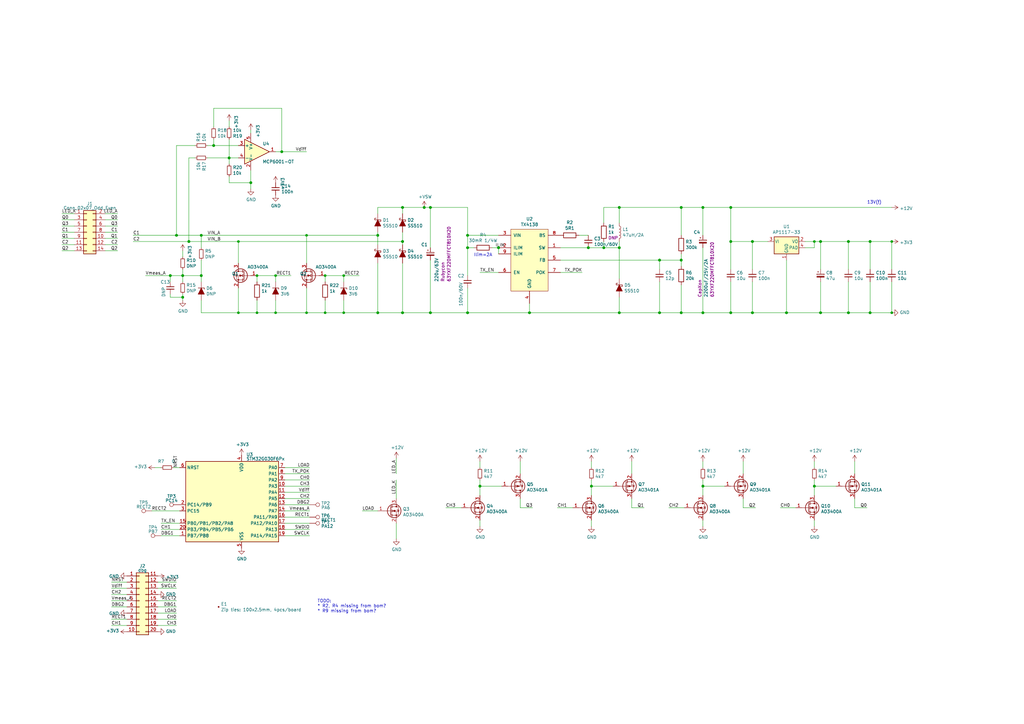
<source format=kicad_sch>
(kicad_sch (version 20220404) (generator eeschema)

  (uuid 90842322-b56e-42c7-bb4b-462bae6a0a0f)

  (paper "A3")

  (lib_symbols
    (symbol "Amplifier_Operational:MCP6001-OT" (pin_names (offset 0.127)) (in_bom yes) (on_board yes)
      (property "Reference" "U" (id 0) (at -1.27 6.35 0)
        (effects (font (size 1.27 1.27)) (justify left))
      )
      (property "Value" "MCP6001-OT" (id 1) (at -1.27 3.81 0)
        (effects (font (size 1.27 1.27)) (justify left))
      )
      (property "Footprint" "Package_TO_SOT_SMD:SOT-23-5" (id 2) (at -2.54 -5.08 0)
        (effects (font (size 1.27 1.27)) (justify left) hide)
      )
      (property "Datasheet" "http://ww1.microchip.com/downloads/en/DeviceDoc/21733j.pdf" (id 3) (at 0 5.08 0)
        (effects (font (size 1.27 1.27)) hide)
      )
      (property "ki_keywords" "single opamp" (id 4) (at 0 0 0)
        (effects (font (size 1.27 1.27)) hide)
      )
      (property "ki_description" "1MHz, Low-Power Op Amp, SOT-23-5" (id 5) (at 0 0 0)
        (effects (font (size 1.27 1.27)) hide)
      )
      (property "ki_fp_filters" "SOT?23*" (id 6) (at 0 0 0)
        (effects (font (size 1.27 1.27)) hide)
      )
      (symbol "MCP6001-OT_0_1"
        (polyline
          (pts
            (xy -5.08 5.08)
            (xy 5.08 0)
            (xy -5.08 -5.08)
            (xy -5.08 5.08)
          )
          (stroke (width 0.254) (type default))
          (fill (type background))
        )
        (pin power_in line (at -2.54 -7.62 90) (length 3.81)
          (name "V-" (effects (font (size 1.27 1.27))))
          (number "2" (effects (font (size 1.27 1.27))))
        )
        (pin power_in line (at -2.54 7.62 270) (length 3.81)
          (name "V+" (effects (font (size 1.27 1.27))))
          (number "5" (effects (font (size 1.27 1.27))))
        )
      )
      (symbol "MCP6001-OT_1_1"
        (pin output line (at 7.62 0 180) (length 2.54)
          (name "~" (effects (font (size 1.27 1.27))))
          (number "1" (effects (font (size 1.27 1.27))))
        )
        (pin input line (at -7.62 2.54 0) (length 2.54)
          (name "+" (effects (font (size 1.27 1.27))))
          (number "3" (effects (font (size 1.27 1.27))))
        )
        (pin input line (at -7.62 -2.54 0) (length 2.54)
          (name "-" (effects (font (size 1.27 1.27))))
          (number "4" (effects (font (size 1.27 1.27))))
        )
      )
    )
    (symbol "Connector:TestPoint" (pin_numbers hide) (pin_names (offset 0.762) hide) (in_bom yes) (on_board yes)
      (property "Reference" "TP" (id 0) (at 0 6.858 0)
        (effects (font (size 1.27 1.27)))
      )
      (property "Value" "TestPoint" (id 1) (at 0 5.08 0)
        (effects (font (size 1.27 1.27)))
      )
      (property "Footprint" "" (id 2) (at 5.08 0 0)
        (effects (font (size 1.27 1.27)) hide)
      )
      (property "Datasheet" "~" (id 3) (at 5.08 0 0)
        (effects (font (size 1.27 1.27)) hide)
      )
      (property "ki_keywords" "test point tp" (id 4) (at 0 0 0)
        (effects (font (size 1.27 1.27)) hide)
      )
      (property "ki_description" "test point" (id 5) (at 0 0 0)
        (effects (font (size 1.27 1.27)) hide)
      )
      (property "ki_fp_filters" "Pin* Test*" (id 6) (at 0 0 0)
        (effects (font (size 1.27 1.27)) hide)
      )
      (symbol "TestPoint_0_1"
        (circle (center 0 3.302) (radius 0.762)
          (stroke (width 0) (type default))
          (fill (type none))
        )
      )
      (symbol "TestPoint_1_1"
        (pin passive line (at 0 0 90) (length 2.54)
          (name "1" (effects (font (size 1.27 1.27))))
          (number "1" (effects (font (size 1.27 1.27))))
        )
      )
    )
    (symbol "Connector_Generic:Conn_02x07_Odd_Even" (pin_names (offset 1.016) hide) (in_bom yes) (on_board yes)
      (property "Reference" "J" (id 0) (at 1.27 10.16 0)
        (effects (font (size 1.27 1.27)))
      )
      (property "Value" "Conn_02x07_Odd_Even" (id 1) (at 1.27 -10.16 0)
        (effects (font (size 1.27 1.27)))
      )
      (property "Footprint" "" (id 2) (at 0 0 0)
        (effects (font (size 1.27 1.27)) hide)
      )
      (property "Datasheet" "~" (id 3) (at 0 0 0)
        (effects (font (size 1.27 1.27)) hide)
      )
      (property "ki_keywords" "connector" (id 4) (at 0 0 0)
        (effects (font (size 1.27 1.27)) hide)
      )
      (property "ki_description" "Generic connector, double row, 02x07, odd/even pin numbering scheme (row 1 odd numbers, row 2 even numbers), script generated (kicad-library-utils/schlib/autogen/connector/)" (id 5) (at 0 0 0)
        (effects (font (size 1.27 1.27)) hide)
      )
      (property "ki_fp_filters" "Connector*:*_2x??_*" (id 6) (at 0 0 0)
        (effects (font (size 1.27 1.27)) hide)
      )
      (symbol "Conn_02x07_Odd_Even_1_1"
        (rectangle (start -1.27 -7.493) (end 0 -7.747)
          (stroke (width 0.1524) (type default))
          (fill (type none))
        )
        (rectangle (start -1.27 -4.953) (end 0 -5.207)
          (stroke (width 0.1524) (type default))
          (fill (type none))
        )
        (rectangle (start -1.27 -2.413) (end 0 -2.667)
          (stroke (width 0.1524) (type default))
          (fill (type none))
        )
        (rectangle (start -1.27 0.127) (end 0 -0.127)
          (stroke (width 0.1524) (type default))
          (fill (type none))
        )
        (rectangle (start -1.27 2.667) (end 0 2.413)
          (stroke (width 0.1524) (type default))
          (fill (type none))
        )
        (rectangle (start -1.27 5.207) (end 0 4.953)
          (stroke (width 0.1524) (type default))
          (fill (type none))
        )
        (rectangle (start -1.27 7.747) (end 0 7.493)
          (stroke (width 0.1524) (type default))
          (fill (type none))
        )
        (rectangle (start -1.27 8.89) (end 3.81 -8.89)
          (stroke (width 0.254) (type default))
          (fill (type background))
        )
        (rectangle (start 3.81 -7.493) (end 2.54 -7.747)
          (stroke (width 0.1524) (type default))
          (fill (type none))
        )
        (rectangle (start 3.81 -4.953) (end 2.54 -5.207)
          (stroke (width 0.1524) (type default))
          (fill (type none))
        )
        (rectangle (start 3.81 -2.413) (end 2.54 -2.667)
          (stroke (width 0.1524) (type default))
          (fill (type none))
        )
        (rectangle (start 3.81 0.127) (end 2.54 -0.127)
          (stroke (width 0.1524) (type default))
          (fill (type none))
        )
        (rectangle (start 3.81 2.667) (end 2.54 2.413)
          (stroke (width 0.1524) (type default))
          (fill (type none))
        )
        (rectangle (start 3.81 5.207) (end 2.54 4.953)
          (stroke (width 0.1524) (type default))
          (fill (type none))
        )
        (rectangle (start 3.81 7.747) (end 2.54 7.493)
          (stroke (width 0.1524) (type default))
          (fill (type none))
        )
        (pin passive line (at -5.08 7.62 0) (length 3.81)
          (name "Pin_1" (effects (font (size 1.27 1.27))))
          (number "1" (effects (font (size 1.27 1.27))))
        )
        (pin passive line (at 7.62 -2.54 180) (length 3.81)
          (name "Pin_10" (effects (font (size 1.27 1.27))))
          (number "10" (effects (font (size 1.27 1.27))))
        )
        (pin passive line (at -5.08 -5.08 0) (length 3.81)
          (name "Pin_11" (effects (font (size 1.27 1.27))))
          (number "11" (effects (font (size 1.27 1.27))))
        )
        (pin passive line (at 7.62 -5.08 180) (length 3.81)
          (name "Pin_12" (effects (font (size 1.27 1.27))))
          (number "12" (effects (font (size 1.27 1.27))))
        )
        (pin passive line (at -5.08 -7.62 0) (length 3.81)
          (name "Pin_13" (effects (font (size 1.27 1.27))))
          (number "13" (effects (font (size 1.27 1.27))))
        )
        (pin passive line (at 7.62 -7.62 180) (length 3.81)
          (name "Pin_14" (effects (font (size 1.27 1.27))))
          (number "14" (effects (font (size 1.27 1.27))))
        )
        (pin passive line (at 7.62 7.62 180) (length 3.81)
          (name "Pin_2" (effects (font (size 1.27 1.27))))
          (number "2" (effects (font (size 1.27 1.27))))
        )
        (pin passive line (at -5.08 5.08 0) (length 3.81)
          (name "Pin_3" (effects (font (size 1.27 1.27))))
          (number "3" (effects (font (size 1.27 1.27))))
        )
        (pin passive line (at 7.62 5.08 180) (length 3.81)
          (name "Pin_4" (effects (font (size 1.27 1.27))))
          (number "4" (effects (font (size 1.27 1.27))))
        )
        (pin passive line (at -5.08 2.54 0) (length 3.81)
          (name "Pin_5" (effects (font (size 1.27 1.27))))
          (number "5" (effects (font (size 1.27 1.27))))
        )
        (pin passive line (at 7.62 2.54 180) (length 3.81)
          (name "Pin_6" (effects (font (size 1.27 1.27))))
          (number "6" (effects (font (size 1.27 1.27))))
        )
        (pin passive line (at -5.08 0 0) (length 3.81)
          (name "Pin_7" (effects (font (size 1.27 1.27))))
          (number "7" (effects (font (size 1.27 1.27))))
        )
        (pin passive line (at 7.62 0 180) (length 3.81)
          (name "Pin_8" (effects (font (size 1.27 1.27))))
          (number "8" (effects (font (size 1.27 1.27))))
        )
        (pin passive line (at -5.08 -2.54 0) (length 3.81)
          (name "Pin_9" (effects (font (size 1.27 1.27))))
          (number "9" (effects (font (size 1.27 1.27))))
        )
      )
    )
    (symbol "Connector_Generic:Conn_02x10_Top_Bottom" (pin_names (offset 1.016) hide) (in_bom yes) (on_board yes)
      (property "Reference" "J" (id 0) (at 1.27 12.7 0)
        (effects (font (size 1.27 1.27)))
      )
      (property "Value" "Conn_02x10_Top_Bottom" (id 1) (at 1.27 -15.24 0)
        (effects (font (size 1.27 1.27)))
      )
      (property "Footprint" "" (id 2) (at 0 0 0)
        (effects (font (size 1.27 1.27)) hide)
      )
      (property "Datasheet" "~" (id 3) (at 0 0 0)
        (effects (font (size 1.27 1.27)) hide)
      )
      (property "ki_keywords" "connector" (id 4) (at 0 0 0)
        (effects (font (size 1.27 1.27)) hide)
      )
      (property "ki_description" "Generic connector, double row, 02x10, top/bottom pin numbering scheme (row 1: 1...pins_per_row, row2: pins_per_row+1 ... num_pins), script generated (kicad-library-utils/schlib/autogen/connector/)" (id 5) (at 0 0 0)
        (effects (font (size 1.27 1.27)) hide)
      )
      (property "ki_fp_filters" "Connector*:*_2x??_*" (id 6) (at 0 0 0)
        (effects (font (size 1.27 1.27)) hide)
      )
      (symbol "Conn_02x10_Top_Bottom_1_1"
        (rectangle (start -1.27 -12.573) (end 0 -12.827)
          (stroke (width 0.1524) (type default))
          (fill (type none))
        )
        (rectangle (start -1.27 -10.033) (end 0 -10.287)
          (stroke (width 0.1524) (type default))
          (fill (type none))
        )
        (rectangle (start -1.27 -7.493) (end 0 -7.747)
          (stroke (width 0.1524) (type default))
          (fill (type none))
        )
        (rectangle (start -1.27 -4.953) (end 0 -5.207)
          (stroke (width 0.1524) (type default))
          (fill (type none))
        )
        (rectangle (start -1.27 -2.413) (end 0 -2.667)
          (stroke (width 0.1524) (type default))
          (fill (type none))
        )
        (rectangle (start -1.27 0.127) (end 0 -0.127)
          (stroke (width 0.1524) (type default))
          (fill (type none))
        )
        (rectangle (start -1.27 2.667) (end 0 2.413)
          (stroke (width 0.1524) (type default))
          (fill (type none))
        )
        (rectangle (start -1.27 5.207) (end 0 4.953)
          (stroke (width 0.1524) (type default))
          (fill (type none))
        )
        (rectangle (start -1.27 7.747) (end 0 7.493)
          (stroke (width 0.1524) (type default))
          (fill (type none))
        )
        (rectangle (start -1.27 10.287) (end 0 10.033)
          (stroke (width 0.1524) (type default))
          (fill (type none))
        )
        (rectangle (start -1.27 11.43) (end 3.81 -13.97)
          (stroke (width 0.254) (type default))
          (fill (type background))
        )
        (rectangle (start 3.81 -12.573) (end 2.54 -12.827)
          (stroke (width 0.1524) (type default))
          (fill (type none))
        )
        (rectangle (start 3.81 -10.033) (end 2.54 -10.287)
          (stroke (width 0.1524) (type default))
          (fill (type none))
        )
        (rectangle (start 3.81 -7.493) (end 2.54 -7.747)
          (stroke (width 0.1524) (type default))
          (fill (type none))
        )
        (rectangle (start 3.81 -4.953) (end 2.54 -5.207)
          (stroke (width 0.1524) (type default))
          (fill (type none))
        )
        (rectangle (start 3.81 -2.413) (end 2.54 -2.667)
          (stroke (width 0.1524) (type default))
          (fill (type none))
        )
        (rectangle (start 3.81 0.127) (end 2.54 -0.127)
          (stroke (width 0.1524) (type default))
          (fill (type none))
        )
        (rectangle (start 3.81 2.667) (end 2.54 2.413)
          (stroke (width 0.1524) (type default))
          (fill (type none))
        )
        (rectangle (start 3.81 5.207) (end 2.54 4.953)
          (stroke (width 0.1524) (type default))
          (fill (type none))
        )
        (rectangle (start 3.81 7.747) (end 2.54 7.493)
          (stroke (width 0.1524) (type default))
          (fill (type none))
        )
        (rectangle (start 3.81 10.287) (end 2.54 10.033)
          (stroke (width 0.1524) (type default))
          (fill (type none))
        )
        (pin passive line (at -5.08 10.16 0) (length 3.81)
          (name "Pin_1" (effects (font (size 1.27 1.27))))
          (number "1" (effects (font (size 1.27 1.27))))
        )
        (pin passive line (at -5.08 -12.7 0) (length 3.81)
          (name "Pin_10" (effects (font (size 1.27 1.27))))
          (number "10" (effects (font (size 1.27 1.27))))
        )
        (pin passive line (at 7.62 10.16 180) (length 3.81)
          (name "Pin_11" (effects (font (size 1.27 1.27))))
          (number "11" (effects (font (size 1.27 1.27))))
        )
        (pin passive line (at 7.62 7.62 180) (length 3.81)
          (name "Pin_12" (effects (font (size 1.27 1.27))))
          (number "12" (effects (font (size 1.27 1.27))))
        )
        (pin passive line (at 7.62 5.08 180) (length 3.81)
          (name "Pin_13" (effects (font (size 1.27 1.27))))
          (number "13" (effects (font (size 1.27 1.27))))
        )
        (pin passive line (at 7.62 2.54 180) (length 3.81)
          (name "Pin_14" (effects (font (size 1.27 1.27))))
          (number "14" (effects (font (size 1.27 1.27))))
        )
        (pin passive line (at 7.62 0 180) (length 3.81)
          (name "Pin_15" (effects (font (size 1.27 1.27))))
          (number "15" (effects (font (size 1.27 1.27))))
        )
        (pin passive line (at 7.62 -2.54 180) (length 3.81)
          (name "Pin_16" (effects (font (size 1.27 1.27))))
          (number "16" (effects (font (size 1.27 1.27))))
        )
        (pin passive line (at 7.62 -5.08 180) (length 3.81)
          (name "Pin_17" (effects (font (size 1.27 1.27))))
          (number "17" (effects (font (size 1.27 1.27))))
        )
        (pin passive line (at 7.62 -7.62 180) (length 3.81)
          (name "Pin_18" (effects (font (size 1.27 1.27))))
          (number "18" (effects (font (size 1.27 1.27))))
        )
        (pin passive line (at 7.62 -10.16 180) (length 3.81)
          (name "Pin_19" (effects (font (size 1.27 1.27))))
          (number "19" (effects (font (size 1.27 1.27))))
        )
        (pin passive line (at -5.08 7.62 0) (length 3.81)
          (name "Pin_2" (effects (font (size 1.27 1.27))))
          (number "2" (effects (font (size 1.27 1.27))))
        )
        (pin passive line (at 7.62 -12.7 180) (length 3.81)
          (name "Pin_20" (effects (font (size 1.27 1.27))))
          (number "20" (effects (font (size 1.27 1.27))))
        )
        (pin passive line (at -5.08 5.08 0) (length 3.81)
          (name "Pin_3" (effects (font (size 1.27 1.27))))
          (number "3" (effects (font (size 1.27 1.27))))
        )
        (pin passive line (at -5.08 2.54 0) (length 3.81)
          (name "Pin_4" (effects (font (size 1.27 1.27))))
          (number "4" (effects (font (size 1.27 1.27))))
        )
        (pin passive line (at -5.08 0 0) (length 3.81)
          (name "Pin_5" (effects (font (size 1.27 1.27))))
          (number "5" (effects (font (size 1.27 1.27))))
        )
        (pin passive line (at -5.08 -2.54 0) (length 3.81)
          (name "Pin_6" (effects (font (size 1.27 1.27))))
          (number "6" (effects (font (size 1.27 1.27))))
        )
        (pin passive line (at -5.08 -5.08 0) (length 3.81)
          (name "Pin_7" (effects (font (size 1.27 1.27))))
          (number "7" (effects (font (size 1.27 1.27))))
        )
        (pin passive line (at -5.08 -7.62 0) (length 3.81)
          (name "Pin_8" (effects (font (size 1.27 1.27))))
          (number "8" (effects (font (size 1.27 1.27))))
        )
        (pin passive line (at -5.08 -10.16 0) (length 3.81)
          (name "Pin_9" (effects (font (size 1.27 1.27))))
          (number "9" (effects (font (size 1.27 1.27))))
        )
      )
    )
    (symbol "MCU_ST_STM32G0:STM32G030F6Px" (in_bom yes) (on_board yes)
      (property "Reference" "U" (id 0) (at -20.32 16.51 0)
        (effects (font (size 1.27 1.27)) (justify left))
      )
      (property "Value" "STM32G030F6Px" (id 1) (at 5.08 16.51 0)
        (effects (font (size 1.27 1.27)) (justify left))
      )
      (property "Footprint" "Package_SO:TSSOP-20_4.4x6.5mm_P0.65mm" (id 2) (at -20.32 -17.78 0)
        (effects (font (size 1.27 1.27)) (justify right) hide)
      )
      (property "Datasheet" "https://www.st.com/resource/en/datasheet/stm32g030f6.pdf" (id 3) (at 0 0 0)
        (effects (font (size 1.27 1.27)) hide)
      )
      (property "ki_locked" "" (id 4) (at 0 0 0)
        (effects (font (size 1.27 1.27)))
      )
      (property "ki_keywords" "ARM Cortex-M0+ STM32G0 STM32G0x0 Value line" (id 5) (at 0 0 0)
        (effects (font (size 1.27 1.27)) hide)
      )
      (property "ki_description" "ARM Cortex-M0+ MCU, 32KB flash, 8KB RAM, 64MHz, 2-3.6V, 26 GPIO, TSSOP-20" (id 6) (at 0 0 0)
        (effects (font (size 1.27 1.27)) hide)
      )
      (property "ki_fp_filters" "TSSOP*4.4x6.5mm*P0.65mm*" (id 7) (at 0 0 0)
        (effects (font (size 1.27 1.27)) hide)
      )
      (symbol "STM32G030F6Px_0_1"
        (rectangle (start -20.32 -17.78) (end 17.78 15.24)
          (stroke (width 0.254) (type default))
          (fill (type background))
        )
      )
      (symbol "STM32G030F6Px_1_1"
        (pin bidirectional line (at -22.86 -15.24 0) (length 2.54)
          (name "PB7/PB8" (effects (font (size 1.27 1.27))))
          (number "1" (effects (font (size 1.27 1.27))))
          (alternate "ADC1_IN11" bidirectional line)
          (alternate "I2C1_SDA" bidirectional line)
          (alternate "SPI2_MOSI" bidirectional line)
          (alternate "SYS_PVD_IN" bidirectional line)
          (alternate "TIM17_CH1N" bidirectional line)
          (alternate "USART1_RX" bidirectional line)
        )
        (pin bidirectional line (at 20.32 5.08 180) (length 2.54)
          (name "PA3" (effects (font (size 1.27 1.27))))
          (number "10" (effects (font (size 1.27 1.27))))
          (alternate "ADC1_IN3" bidirectional line)
          (alternate "SPI2_MISO" bidirectional line)
          (alternate "USART2_RX" bidirectional line)
        )
        (pin bidirectional line (at 20.32 2.54 180) (length 2.54)
          (name "PA4" (effects (font (size 1.27 1.27))))
          (number "11" (effects (font (size 1.27 1.27))))
          (alternate "ADC1_IN4" bidirectional line)
          (alternate "I2S1_WS" bidirectional line)
          (alternate "RTC_OUT_ALARM" bidirectional line)
          (alternate "RTC_OUT_CALIB" bidirectional line)
          (alternate "RTC_TAMP_IN1" bidirectional line)
          (alternate "RTC_TS" bidirectional line)
          (alternate "SPI1_NSS" bidirectional line)
          (alternate "SPI2_MOSI" bidirectional line)
          (alternate "SYS_WKUP2" bidirectional line)
          (alternate "TIM14_CH1" bidirectional line)
        )
        (pin bidirectional line (at 20.32 0 180) (length 2.54)
          (name "PA5" (effects (font (size 1.27 1.27))))
          (number "12" (effects (font (size 1.27 1.27))))
          (alternate "ADC1_IN5" bidirectional line)
          (alternate "I2S1_CK" bidirectional line)
          (alternate "SPI1_SCK" bidirectional line)
        )
        (pin bidirectional line (at 20.32 -2.54 180) (length 2.54)
          (name "PA6" (effects (font (size 1.27 1.27))))
          (number "13" (effects (font (size 1.27 1.27))))
          (alternate "ADC1_IN6" bidirectional line)
          (alternate "I2S1_MCK" bidirectional line)
          (alternate "SPI1_MISO" bidirectional line)
          (alternate "TIM16_CH1" bidirectional line)
          (alternate "TIM1_BK" bidirectional line)
          (alternate "TIM3_CH1" bidirectional line)
        )
        (pin bidirectional line (at 20.32 -5.08 180) (length 2.54)
          (name "PA7" (effects (font (size 1.27 1.27))))
          (number "14" (effects (font (size 1.27 1.27))))
          (alternate "ADC1_IN7" bidirectional line)
          (alternate "I2S1_SD" bidirectional line)
          (alternate "SPI1_MOSI" bidirectional line)
          (alternate "TIM14_CH1" bidirectional line)
          (alternate "TIM17_CH1" bidirectional line)
          (alternate "TIM1_CH1N" bidirectional line)
          (alternate "TIM3_CH2" bidirectional line)
        )
        (pin bidirectional line (at -22.86 -10.16 0) (length 2.54)
          (name "PB0/PB1/PB2/PA8" (effects (font (size 1.27 1.27))))
          (number "15" (effects (font (size 1.27 1.27))))
          (alternate "ADC1_IN8" bidirectional line)
          (alternate "I2S1_WS" bidirectional line)
          (alternate "SPI1_NSS" bidirectional line)
          (alternate "TIM1_CH2N" bidirectional line)
          (alternate "TIM3_CH3" bidirectional line)
        )
        (pin bidirectional line (at 20.32 -7.62 180) (length 2.54)
          (name "PA11/PA9" (effects (font (size 1.27 1.27))))
          (number "16" (effects (font (size 1.27 1.27))))
          (alternate "ADC1_EXTI11" bidirectional line)
          (alternate "ADC1_IN15" bidirectional line)
          (alternate "I2C2_SCL" bidirectional line)
          (alternate "I2S1_MCK" bidirectional line)
          (alternate "SPI1_MISO" bidirectional line)
          (alternate "TIM1_BK2" bidirectional line)
          (alternate "TIM1_CH4" bidirectional line)
          (alternate "USART1_CTS" bidirectional line)
          (alternate "USART1_NSS" bidirectional line)
        )
        (pin bidirectional line (at 20.32 -10.16 180) (length 2.54)
          (name "PA12/PA10" (effects (font (size 1.27 1.27))))
          (number "17" (effects (font (size 1.27 1.27))))
          (alternate "ADC1_IN16" bidirectional line)
          (alternate "I2C2_SDA" bidirectional line)
          (alternate "I2S1_SD" bidirectional line)
          (alternate "I2S_CKIN" bidirectional line)
          (alternate "SPI1_MOSI" bidirectional line)
          (alternate "TIM1_ETR" bidirectional line)
          (alternate "USART1_CK" bidirectional line)
          (alternate "USART1_DE" bidirectional line)
          (alternate "USART1_RTS" bidirectional line)
        )
        (pin bidirectional line (at 20.32 -12.7 180) (length 2.54)
          (name "PA13" (effects (font (size 1.27 1.27))))
          (number "18" (effects (font (size 1.27 1.27))))
          (alternate "ADC1_IN17" bidirectional line)
          (alternate "IR_OUT" bidirectional line)
          (alternate "SYS_SWDIO" bidirectional line)
        )
        (pin bidirectional line (at 20.32 -15.24 180) (length 2.54)
          (name "PA14/PA15" (effects (font (size 1.27 1.27))))
          (number "19" (effects (font (size 1.27 1.27))))
          (alternate "ADC1_IN18" bidirectional line)
          (alternate "SYS_SWCLK" bidirectional line)
          (alternate "USART2_TX" bidirectional line)
        )
        (pin input line (at -22.86 -2.54 0) (length 2.54)
          (name "PC14/PB9" (effects (font (size 1.27 1.27))))
          (number "2" (effects (font (size 1.27 1.27))))
          (alternate "RCC_OSC32_IN" bidirectional line)
          (alternate "RCC_OSC_IN" bidirectional line)
          (alternate "TIM1_BK2" bidirectional line)
        )
        (pin bidirectional line (at -22.86 -12.7 0) (length 2.54)
          (name "PB3/PB4/PB5/PB6" (effects (font (size 1.27 1.27))))
          (number "20" (effects (font (size 1.27 1.27))))
          (alternate "I2S1_CK" bidirectional line)
          (alternate "SPI1_SCK" bidirectional line)
          (alternate "TIM1_CH2" bidirectional line)
          (alternate "USART1_CK" bidirectional line)
          (alternate "USART1_DE" bidirectional line)
          (alternate "USART1_RTS" bidirectional line)
        )
        (pin bidirectional line (at -22.86 -5.08 0) (length 2.54)
          (name "PC15" (effects (font (size 1.27 1.27))))
          (number "3" (effects (font (size 1.27 1.27))))
          (alternate "RCC_OSC32_EN" bidirectional line)
          (alternate "RCC_OSC32_OUT" bidirectional line)
          (alternate "RCC_OSC_EN" bidirectional line)
        )
        (pin power_in line (at 2.54 17.78 270) (length 2.54)
          (name "VDD" (effects (font (size 1.27 1.27))))
          (number "4" (effects (font (size 1.27 1.27))))
        )
        (pin power_in line (at 2.54 -20.32 90) (length 2.54)
          (name "VSS" (effects (font (size 1.27 1.27))))
          (number "5" (effects (font (size 1.27 1.27))))
        )
        (pin input line (at -22.86 12.7 0) (length 2.54)
          (name "NRST" (effects (font (size 1.27 1.27))))
          (number "6" (effects (font (size 1.27 1.27))))
        )
        (pin bidirectional line (at 20.32 12.7 180) (length 2.54)
          (name "PA0" (effects (font (size 1.27 1.27))))
          (number "7" (effects (font (size 1.27 1.27))))
          (alternate "ADC1_IN0" bidirectional line)
          (alternate "RTC_TAMP_IN2" bidirectional line)
          (alternate "SPI2_SCK" bidirectional line)
          (alternate "SYS_WKUP1" bidirectional line)
          (alternate "USART2_CTS" bidirectional line)
          (alternate "USART2_NSS" bidirectional line)
        )
        (pin bidirectional line (at 20.32 10.16 180) (length 2.54)
          (name "PA1" (effects (font (size 1.27 1.27))))
          (number "8" (effects (font (size 1.27 1.27))))
          (alternate "ADC1_IN1" bidirectional line)
          (alternate "I2C1_SMBA" bidirectional line)
          (alternate "I2S1_CK" bidirectional line)
          (alternate "SPI1_SCK" bidirectional line)
          (alternate "USART2_CK" bidirectional line)
          (alternate "USART2_DE" bidirectional line)
          (alternate "USART2_RTS" bidirectional line)
        )
        (pin bidirectional line (at 20.32 7.62 180) (length 2.54)
          (name "PA2" (effects (font (size 1.27 1.27))))
          (number "9" (effects (font (size 1.27 1.27))))
          (alternate "ADC1_IN2" bidirectional line)
          (alternate "I2S1_SD" bidirectional line)
          (alternate "RCC_LSCO" bidirectional line)
          (alternate "SPI1_MOSI" bidirectional line)
          (alternate "SYS_WKUP4" bidirectional line)
          (alternate "USART2_TX" bidirectional line)
        )
      )
    )
    (symbol "Transistor_FET:AO3400A" (pin_names hide) (in_bom yes) (on_board yes)
      (property "Reference" "Q" (id 0) (at 5.08 1.905 0)
        (effects (font (size 1.27 1.27)) (justify left))
      )
      (property "Value" "AO3400A" (id 1) (at 5.08 0 0)
        (effects (font (size 1.27 1.27)) (justify left))
      )
      (property "Footprint" "Package_TO_SOT_SMD:SOT-23" (id 2) (at 5.08 -1.905 0)
        (effects (font (size 1.27 1.27) italic) (justify left) hide)
      )
      (property "Datasheet" "http://www.aosmd.com/pdfs/datasheet/AO3400A.pdf" (id 3) (at 0 0 0)
        (effects (font (size 1.27 1.27)) (justify left) hide)
      )
      (property "ki_keywords" "N-Channel MOSFET" (id 4) (at 0 0 0)
        (effects (font (size 1.27 1.27)) hide)
      )
      (property "ki_description" "30V Vds, 5.7A Id, N-Channel MOSFET, SOT-23" (id 5) (at 0 0 0)
        (effects (font (size 1.27 1.27)) hide)
      )
      (property "ki_fp_filters" "SOT?23*" (id 6) (at 0 0 0)
        (effects (font (size 1.27 1.27)) hide)
      )
      (symbol "AO3400A_0_1"
        (polyline
          (pts
            (xy 0.254 0)
            (xy -2.54 0)
          )
          (stroke (width 0) (type default))
          (fill (type none))
        )
        (polyline
          (pts
            (xy 0.254 1.905)
            (xy 0.254 -1.905)
          )
          (stroke (width 0.254) (type default))
          (fill (type none))
        )
        (polyline
          (pts
            (xy 0.762 -1.27)
            (xy 0.762 -2.286)
          )
          (stroke (width 0.254) (type default))
          (fill (type none))
        )
        (polyline
          (pts
            (xy 0.762 0.508)
            (xy 0.762 -0.508)
          )
          (stroke (width 0.254) (type default))
          (fill (type none))
        )
        (polyline
          (pts
            (xy 0.762 2.286)
            (xy 0.762 1.27)
          )
          (stroke (width 0.254) (type default))
          (fill (type none))
        )
        (polyline
          (pts
            (xy 2.54 2.54)
            (xy 2.54 1.778)
          )
          (stroke (width 0) (type default))
          (fill (type none))
        )
        (polyline
          (pts
            (xy 2.54 -2.54)
            (xy 2.54 0)
            (xy 0.762 0)
          )
          (stroke (width 0) (type default))
          (fill (type none))
        )
        (polyline
          (pts
            (xy 0.762 -1.778)
            (xy 3.302 -1.778)
            (xy 3.302 1.778)
            (xy 0.762 1.778)
          )
          (stroke (width 0) (type default))
          (fill (type none))
        )
        (polyline
          (pts
            (xy 1.016 0)
            (xy 2.032 0.381)
            (xy 2.032 -0.381)
            (xy 1.016 0)
          )
          (stroke (width 0) (type default))
          (fill (type outline))
        )
        (polyline
          (pts
            (xy 2.794 0.508)
            (xy 2.921 0.381)
            (xy 3.683 0.381)
            (xy 3.81 0.254)
          )
          (stroke (width 0) (type default))
          (fill (type none))
        )
        (polyline
          (pts
            (xy 3.302 0.381)
            (xy 2.921 -0.254)
            (xy 3.683 -0.254)
            (xy 3.302 0.381)
          )
          (stroke (width 0) (type default))
          (fill (type none))
        )
        (circle (center 1.651 0) (radius 2.794)
          (stroke (width 0.254) (type default))
          (fill (type none))
        )
        (circle (center 2.54 -1.778) (radius 0.254)
          (stroke (width 0) (type default))
          (fill (type outline))
        )
        (circle (center 2.54 1.778) (radius 0.254)
          (stroke (width 0) (type default))
          (fill (type outline))
        )
      )
      (symbol "AO3400A_1_1"
        (pin input line (at -5.08 0 0) (length 2.54)
          (name "G" (effects (font (size 1.27 1.27))))
          (number "1" (effects (font (size 1.27 1.27))))
        )
        (pin passive line (at 2.54 -5.08 90) (length 2.54)
          (name "S" (effects (font (size 1.27 1.27))))
          (number "2" (effects (font (size 1.27 1.27))))
        )
        (pin passive line (at 2.54 5.08 270) (length 2.54)
          (name "D" (effects (font (size 1.27 1.27))))
          (number "3" (effects (font (size 1.27 1.27))))
        )
      )
    )
    (symbol "Transistor_FET:AO3401A" (pin_names hide) (in_bom yes) (on_board yes)
      (property "Reference" "Q" (id 0) (at 5.08 1.905 0)
        (effects (font (size 1.27 1.27)) (justify left))
      )
      (property "Value" "AO3401A" (id 1) (at 5.08 0 0)
        (effects (font (size 1.27 1.27)) (justify left))
      )
      (property "Footprint" "Package_TO_SOT_SMD:SOT-23" (id 2) (at 5.08 -1.905 0)
        (effects (font (size 1.27 1.27) italic) (justify left) hide)
      )
      (property "Datasheet" "http://www.aosmd.com/pdfs/datasheet/AO3401A.pdf" (id 3) (at 0 0 0)
        (effects (font (size 1.27 1.27)) (justify left) hide)
      )
      (property "ki_keywords" "P-Channel MOSFET" (id 4) (at 0 0 0)
        (effects (font (size 1.27 1.27)) hide)
      )
      (property "ki_description" "-4.0A Id, -30V Vds, P-Channel MOSFET, SOT-23" (id 5) (at 0 0 0)
        (effects (font (size 1.27 1.27)) hide)
      )
      (property "ki_fp_filters" "SOT?23*" (id 6) (at 0 0 0)
        (effects (font (size 1.27 1.27)) hide)
      )
      (symbol "AO3401A_0_1"
        (polyline
          (pts
            (xy 0.254 0)
            (xy -2.54 0)
          )
          (stroke (width 0) (type default))
          (fill (type none))
        )
        (polyline
          (pts
            (xy 0.254 1.905)
            (xy 0.254 -1.905)
          )
          (stroke (width 0.254) (type default))
          (fill (type none))
        )
        (polyline
          (pts
            (xy 0.762 -1.27)
            (xy 0.762 -2.286)
          )
          (stroke (width 0.254) (type default))
          (fill (type none))
        )
        (polyline
          (pts
            (xy 0.762 0.508)
            (xy 0.762 -0.508)
          )
          (stroke (width 0.254) (type default))
          (fill (type none))
        )
        (polyline
          (pts
            (xy 0.762 2.286)
            (xy 0.762 1.27)
          )
          (stroke (width 0.254) (type default))
          (fill (type none))
        )
        (polyline
          (pts
            (xy 2.54 2.54)
            (xy 2.54 1.778)
          )
          (stroke (width 0) (type default))
          (fill (type none))
        )
        (polyline
          (pts
            (xy 2.54 -2.54)
            (xy 2.54 0)
            (xy 0.762 0)
          )
          (stroke (width 0) (type default))
          (fill (type none))
        )
        (polyline
          (pts
            (xy 0.762 1.778)
            (xy 3.302 1.778)
            (xy 3.302 -1.778)
            (xy 0.762 -1.778)
          )
          (stroke (width 0) (type default))
          (fill (type none))
        )
        (polyline
          (pts
            (xy 2.286 0)
            (xy 1.27 0.381)
            (xy 1.27 -0.381)
            (xy 2.286 0)
          )
          (stroke (width 0) (type default))
          (fill (type outline))
        )
        (polyline
          (pts
            (xy 2.794 -0.508)
            (xy 2.921 -0.381)
            (xy 3.683 -0.381)
            (xy 3.81 -0.254)
          )
          (stroke (width 0) (type default))
          (fill (type none))
        )
        (polyline
          (pts
            (xy 3.302 -0.381)
            (xy 2.921 0.254)
            (xy 3.683 0.254)
            (xy 3.302 -0.381)
          )
          (stroke (width 0) (type default))
          (fill (type none))
        )
        (circle (center 1.651 0) (radius 2.794)
          (stroke (width 0.254) (type default))
          (fill (type none))
        )
        (circle (center 2.54 -1.778) (radius 0.254)
          (stroke (width 0) (type default))
          (fill (type outline))
        )
        (circle (center 2.54 1.778) (radius 0.254)
          (stroke (width 0) (type default))
          (fill (type outline))
        )
      )
      (symbol "AO3401A_1_1"
        (pin input line (at -5.08 0 0) (length 2.54)
          (name "G" (effects (font (size 1.27 1.27))))
          (number "1" (effects (font (size 1.27 1.27))))
        )
        (pin passive line (at 2.54 -5.08 90) (length 2.54)
          (name "S" (effects (font (size 1.27 1.27))))
          (number "2" (effects (font (size 1.27 1.27))))
        )
        (pin passive line (at 2.54 5.08 270) (length 2.54)
          (name "D" (effects (font (size 1.27 1.27))))
          (number "3" (effects (font (size 1.27 1.27))))
        )
      )
    )
    (symbol "center-rescue:+12V-power" (power) (pin_names (offset 0)) (in_bom yes) (on_board yes)
      (property "Reference" "#PWR" (id 0) (at 0 -3.81 0)
        (effects (font (size 1.27 1.27)) hide)
      )
      (property "Value" "+12V-power" (id 1) (at 0 3.556 0)
        (effects (font (size 1.27 1.27)))
      )
      (property "Footprint" "" (id 2) (at 0 0 0)
        (effects (font (size 1.27 1.27)) hide)
      )
      (property "Datasheet" "" (id 3) (at 0 0 0)
        (effects (font (size 1.27 1.27)) hide)
      )
      (symbol "+12V-power_0_1"
        (polyline
          (pts
            (xy -0.762 1.27)
            (xy 0 2.54)
          )
          (stroke (width 0) (type default))
          (fill (type none))
        )
        (polyline
          (pts
            (xy 0 0)
            (xy 0 2.54)
          )
          (stroke (width 0) (type default))
          (fill (type none))
        )
        (polyline
          (pts
            (xy 0 2.54)
            (xy 0.762 1.27)
          )
          (stroke (width 0) (type default))
          (fill (type none))
        )
      )
      (symbol "+12V-power_1_1"
        (pin power_in line (at 0 0 90) (length 0) hide
          (name "+12V" (effects (font (size 1.27 1.27))))
          (number "1" (effects (font (size 1.27 1.27))))
        )
      )
    )
    (symbol "center-rescue:+3.3V-power" (power) (pin_names (offset 0)) (in_bom yes) (on_board yes)
      (property "Reference" "#PWR" (id 0) (at 0 -3.81 0)
        (effects (font (size 1.27 1.27)) hide)
      )
      (property "Value" "+3.3V-power" (id 1) (at 0 3.556 0)
        (effects (font (size 1.27 1.27)))
      )
      (property "Footprint" "" (id 2) (at 0 0 0)
        (effects (font (size 1.27 1.27)) hide)
      )
      (property "Datasheet" "" (id 3) (at 0 0 0)
        (effects (font (size 1.27 1.27)) hide)
      )
      (symbol "+3.3V-power_0_1"
        (polyline
          (pts
            (xy -0.762 1.27)
            (xy 0 2.54)
          )
          (stroke (width 0) (type default))
          (fill (type none))
        )
        (polyline
          (pts
            (xy 0 0)
            (xy 0 2.54)
          )
          (stroke (width 0) (type default))
          (fill (type none))
        )
        (polyline
          (pts
            (xy 0 2.54)
            (xy 0.762 1.27)
          )
          (stroke (width 0) (type default))
          (fill (type none))
        )
      )
      (symbol "+3.3V-power_1_1"
        (pin power_in line (at 0 0 90) (length 0) hide
          (name "+3V3" (effects (font (size 1.27 1.27))))
          (number "1" (effects (font (size 1.27 1.27))))
        )
      )
    )
    (symbol "center-rescue:+VSW-power" (power) (pin_names (offset 0)) (in_bom yes) (on_board yes)
      (property "Reference" "#PWR" (id 0) (at 0 -3.81 0)
        (effects (font (size 1.27 1.27)) hide)
      )
      (property "Value" "+VSW-power" (id 1) (at 0 3.556 0)
        (effects (font (size 1.27 1.27)))
      )
      (property "Footprint" "" (id 2) (at 0 0 0)
        (effects (font (size 1.27 1.27)) hide)
      )
      (property "Datasheet" "" (id 3) (at 0 0 0)
        (effects (font (size 1.27 1.27)) hide)
      )
      (symbol "+VSW-power_0_1"
        (polyline
          (pts
            (xy -0.762 1.27)
            (xy 0 2.54)
          )
          (stroke (width 0) (type default))
          (fill (type none))
        )
        (polyline
          (pts
            (xy 0 0)
            (xy 0 2.54)
          )
          (stroke (width 0) (type default))
          (fill (type none))
        )
        (polyline
          (pts
            (xy 0 2.54)
            (xy 0.762 1.27)
          )
          (stroke (width 0) (type default))
          (fill (type none))
        )
      )
      (symbol "+VSW-power_1_1"
        (pin power_in line (at 0 0 90) (length 0) hide
          (name "+VSW" (effects (font (size 1.27 1.27))))
          (number "1" (effects (font (size 1.27 1.27))))
        )
      )
    )
    (symbol "center-rescue:AP1117-33-Regulator_Linear" (pin_names (offset 0.254)) (in_bom yes) (on_board yes)
      (property "Reference" "U" (id 0) (at -3.81 3.175 0)
        (effects (font (size 1.27 1.27)))
      )
      (property "Value" "AP1117-33-Regulator_Linear" (id 1) (at 0 3.175 0)
        (effects (font (size 1.27 1.27)) (justify left))
      )
      (property "Footprint" "Package_TO_SOT_SMD:SOT-223-3_TabPin2" (id 2) (at 0 5.08 0)
        (effects (font (size 1.27 1.27)) hide)
      )
      (property "Datasheet" "http://www.diodes.com/datasheets/AP1117.pdf" (id 3) (at 2.54 -6.35 0)
        (effects (font (size 1.27 1.27)) hide)
      )
      (property "ki_fp_filters" "SOT?223*TabPin2*" (id 4) (at 0 0 0)
        (effects (font (size 1.27 1.27)) hide)
      )
      (symbol "AP1117-33-Regulator_Linear_0_1"
        (rectangle (start -5.08 -5.08) (end 5.08 1.905)
          (stroke (width 0.254) (type default))
          (fill (type background))
        )
      )
      (symbol "AP1117-33-Regulator_Linear_1_1"
        (pin power_in line (at 0 -7.62 90) (length 2.54)
          (name "GND" (effects (font (size 1.27 1.27))))
          (number "1" (effects (font (size 1.27 1.27))))
        )
        (pin power_out line (at 7.62 0 180) (length 2.54)
          (name "VO" (effects (font (size 1.27 1.27))))
          (number "2" (effects (font (size 1.27 1.27))))
        )
        (pin power_in line (at -7.62 0 0) (length 2.54)
          (name "VI" (effects (font (size 1.27 1.27))))
          (number "3" (effects (font (size 1.27 1.27))))
        )
        (pin power_out line (at 7.62 -2.54 180) (length 2.54)
          (name "PAD" (effects (font (size 1.27 1.27))))
          (number "4" (effects (font (size 1.27 1.27))))
        )
      )
    )
    (symbol "center-rescue:CP_Small-Device" (pin_numbers hide) (pin_names (offset 0.254) hide) (in_bom yes) (on_board yes)
      (property "Reference" "C" (id 0) (at 0.254 1.778 0)
        (effects (font (size 1.27 1.27)) (justify left))
      )
      (property "Value" "CP_Small-Device" (id 1) (at 0.254 -2.032 0)
        (effects (font (size 1.27 1.27)) (justify left))
      )
      (property "Footprint" "" (id 2) (at 0 0 0)
        (effects (font (size 1.27 1.27)) hide)
      )
      (property "Datasheet" "" (id 3) (at 0 0 0)
        (effects (font (size 1.27 1.27)) hide)
      )
      (property "ki_fp_filters" "CP_*" (id 4) (at 0 0 0)
        (effects (font (size 1.27 1.27)) hide)
      )
      (symbol "CP_Small-Device_0_1"
        (rectangle (start -1.524 -0.3048) (end 1.524 -0.6858)
          (stroke (width 0) (type default))
          (fill (type outline))
        )
        (rectangle (start -1.524 0.6858) (end 1.524 0.3048)
          (stroke (width 0) (type default))
          (fill (type none))
        )
        (polyline
          (pts
            (xy -1.27 1.524)
            (xy -0.762 1.524)
          )
          (stroke (width 0) (type default))
          (fill (type none))
        )
        (polyline
          (pts
            (xy -1.016 1.27)
            (xy -1.016 1.778)
          )
          (stroke (width 0) (type default))
          (fill (type none))
        )
      )
      (symbol "CP_Small-Device_1_1"
        (pin passive line (at 0 2.54 270) (length 1.8542)
          (name "~" (effects (font (size 1.27 1.27))))
          (number "1" (effects (font (size 1.27 1.27))))
        )
        (pin passive line (at 0 -2.54 90) (length 1.8542)
          (name "~" (effects (font (size 1.27 1.27))))
          (number "2" (effects (font (size 1.27 1.27))))
        )
      )
    )
    (symbol "center-rescue:C_Small-Device" (pin_numbers hide) (pin_names (offset 0.254) hide) (in_bom yes) (on_board yes)
      (property "Reference" "C" (id 0) (at 0.254 1.778 0)
        (effects (font (size 1.27 1.27)) (justify left))
      )
      (property "Value" "C_Small-Device" (id 1) (at 0.254 -2.032 0)
        (effects (font (size 1.27 1.27)) (justify left))
      )
      (property "Footprint" "" (id 2) (at 0 0 0)
        (effects (font (size 1.27 1.27)) hide)
      )
      (property "Datasheet" "" (id 3) (at 0 0 0)
        (effects (font (size 1.27 1.27)) hide)
      )
      (property "ki_fp_filters" "C_*" (id 4) (at 0 0 0)
        (effects (font (size 1.27 1.27)) hide)
      )
      (symbol "C_Small-Device_0_1"
        (polyline
          (pts
            (xy -1.524 -0.508)
            (xy 1.524 -0.508)
          )
          (stroke (width 0.3302) (type default))
          (fill (type none))
        )
        (polyline
          (pts
            (xy -1.524 0.508)
            (xy 1.524 0.508)
          )
          (stroke (width 0.3048) (type default))
          (fill (type none))
        )
      )
      (symbol "C_Small-Device_1_1"
        (pin passive line (at 0 2.54 270) (length 2.032)
          (name "~" (effects (font (size 1.27 1.27))))
          (number "1" (effects (font (size 1.27 1.27))))
        )
        (pin passive line (at 0 -2.54 90) (length 2.032)
          (name "~" (effects (font (size 1.27 1.27))))
          (number "2" (effects (font (size 1.27 1.27))))
        )
      )
    )
    (symbol "center-rescue:D_Schottky_ALT-Device" (pin_numbers hide) (pin_names (offset 1.016) hide) (in_bom yes) (on_board yes)
      (property "Reference" "D" (id 0) (at 0 2.54 0)
        (effects (font (size 1.27 1.27)))
      )
      (property "Value" "D_Schottky_ALT-Device" (id 1) (at 0 -2.54 0)
        (effects (font (size 1.27 1.27)))
      )
      (property "Footprint" "" (id 2) (at 0 0 0)
        (effects (font (size 1.27 1.27)) hide)
      )
      (property "Datasheet" "" (id 3) (at 0 0 0)
        (effects (font (size 1.27 1.27)) hide)
      )
      (property "ki_fp_filters" "TO-???* *_Diode_* *SingleDiode* D_*" (id 4) (at 0 0 0)
        (effects (font (size 1.27 1.27)) hide)
      )
      (symbol "D_Schottky_ALT-Device_0_1"
        (polyline
          (pts
            (xy 1.27 0)
            (xy -1.27 0)
          )
          (stroke (width 0) (type default))
          (fill (type none))
        )
        (polyline
          (pts
            (xy 1.27 1.27)
            (xy 1.27 -1.27)
            (xy -1.27 0)
            (xy 1.27 1.27)
          )
          (stroke (width 0.2032) (type default))
          (fill (type outline))
        )
        (polyline
          (pts
            (xy -1.905 0.635)
            (xy -1.905 1.27)
            (xy -1.27 1.27)
            (xy -1.27 -1.27)
            (xy -0.635 -1.27)
            (xy -0.635 -0.635)
          )
          (stroke (width 0.2032) (type default))
          (fill (type none))
        )
      )
      (symbol "D_Schottky_ALT-Device_1_1"
        (pin passive line (at -3.81 0 0) (length 2.54)
          (name "K" (effects (font (size 1.27 1.27))))
          (number "1" (effects (font (size 1.27 1.27))))
        )
        (pin passive line (at 3.81 0 180) (length 2.54)
          (name "A" (effects (font (size 1.27 1.27))))
          (number "2" (effects (font (size 1.27 1.27))))
        )
      )
    )
    (symbol "center-rescue:D_Zener_ALT-Device" (pin_numbers hide) (pin_names (offset 1.016) hide) (in_bom yes) (on_board yes)
      (property "Reference" "D" (id 0) (at 0 2.54 0)
        (effects (font (size 1.27 1.27)))
      )
      (property "Value" "D_Zener_ALT-Device" (id 1) (at 0 -2.54 0)
        (effects (font (size 1.27 1.27)))
      )
      (property "Footprint" "" (id 2) (at 0 0 0)
        (effects (font (size 1.27 1.27)) hide)
      )
      (property "Datasheet" "" (id 3) (at 0 0 0)
        (effects (font (size 1.27 1.27)) hide)
      )
      (property "ki_fp_filters" "TO-???* *_Diode_* *SingleDiode* D_*" (id 4) (at 0 0 0)
        (effects (font (size 1.27 1.27)) hide)
      )
      (symbol "D_Zener_ALT-Device_0_1"
        (polyline
          (pts
            (xy 1.27 0)
            (xy -1.27 0)
          )
          (stroke (width 0) (type default))
          (fill (type none))
        )
        (polyline
          (pts
            (xy -1.27 -1.27)
            (xy -1.27 1.27)
            (xy -0.762 1.27)
          )
          (stroke (width 0.2032) (type default))
          (fill (type none))
        )
        (polyline
          (pts
            (xy 1.27 -1.27)
            (xy 1.27 1.27)
            (xy -1.27 0)
            (xy 1.27 -1.27)
          )
          (stroke (width 0.2032) (type default))
          (fill (type outline))
        )
      )
      (symbol "D_Zener_ALT-Device_1_1"
        (pin passive line (at -3.81 0 0) (length 2.54)
          (name "K" (effects (font (size 1.27 1.27))))
          (number "1" (effects (font (size 1.27 1.27))))
        )
        (pin passive line (at 3.81 0 180) (length 2.54)
          (name "A" (effects (font (size 1.27 1.27))))
          (number "2" (effects (font (size 1.27 1.27))))
        )
      )
    )
    (symbol "center-rescue:GND-power" (power) (pin_names (offset 0)) (in_bom yes) (on_board yes)
      (property "Reference" "#PWR" (id 0) (at 0 -6.35 0)
        (effects (font (size 1.27 1.27)) hide)
      )
      (property "Value" "GND-power" (id 1) (at 0 -3.81 0)
        (effects (font (size 1.27 1.27)))
      )
      (property "Footprint" "" (id 2) (at 0 0 0)
        (effects (font (size 1.27 1.27)) hide)
      )
      (property "Datasheet" "" (id 3) (at 0 0 0)
        (effects (font (size 1.27 1.27)) hide)
      )
      (symbol "GND-power_0_1"
        (polyline
          (pts
            (xy 0 0)
            (xy 0 -1.27)
            (xy 1.27 -1.27)
            (xy 0 -2.54)
            (xy -1.27 -1.27)
            (xy 0 -1.27)
          )
          (stroke (width 0) (type default))
          (fill (type none))
        )
      )
      (symbol "GND-power_1_1"
        (pin power_in line (at 0 0 270) (length 0) hide
          (name "GND" (effects (font (size 1.27 1.27))))
          (number "1" (effects (font (size 1.27 1.27))))
        )
      )
    )
    (symbol "center-rescue:L-Device" (pin_numbers hide) (pin_names (offset 1.016) hide) (in_bom yes) (on_board yes)
      (property "Reference" "L" (id 0) (at -1.27 0 90)
        (effects (font (size 1.27 1.27)))
      )
      (property "Value" "L-Device" (id 1) (at 1.905 0 90)
        (effects (font (size 1.27 1.27)))
      )
      (property "Footprint" "" (id 2) (at 0 0 0)
        (effects (font (size 1.27 1.27)) hide)
      )
      (property "Datasheet" "" (id 3) (at 0 0 0)
        (effects (font (size 1.27 1.27)) hide)
      )
      (property "ki_fp_filters" "Choke_* *Coil* Inductor_* L_*" (id 4) (at 0 0 0)
        (effects (font (size 1.27 1.27)) hide)
      )
      (symbol "L-Device_0_1"
        (arc (start 0 -2.54) (mid 0.6323 -1.905) (end 0 -1.27)
          (stroke (width 0) (type default))
          (fill (type none))
        )
        (arc (start 0 -1.27) (mid 0.6323 -0.635) (end 0 0)
          (stroke (width 0) (type default))
          (fill (type none))
        )
        (arc (start 0 0) (mid 0.6323 0.635) (end 0 1.27)
          (stroke (width 0) (type default))
          (fill (type none))
        )
        (arc (start 0 1.27) (mid 0.6323 1.905) (end 0 2.54)
          (stroke (width 0) (type default))
          (fill (type none))
        )
      )
      (symbol "L-Device_1_1"
        (pin passive line (at 0 3.81 270) (length 1.27)
          (name "1" (effects (font (size 1.27 1.27))))
          (number "1" (effects (font (size 1.27 1.27))))
        )
        (pin passive line (at 0 -3.81 90) (length 1.27)
          (name "2" (effects (font (size 1.27 1.27))))
          (number "2" (effects (font (size 1.27 1.27))))
        )
      )
    )
    (symbol "center-rescue:R-Device" (pin_numbers hide) (pin_names (offset 0)) (in_bom yes) (on_board yes)
      (property "Reference" "R" (id 0) (at 2.032 0 90)
        (effects (font (size 1.27 1.27)))
      )
      (property "Value" "R-Device" (id 1) (at 0 0 90)
        (effects (font (size 1.27 1.27)))
      )
      (property "Footprint" "" (id 2) (at -1.778 0 90)
        (effects (font (size 1.27 1.27)) hide)
      )
      (property "Datasheet" "" (id 3) (at 0 0 0)
        (effects (font (size 1.27 1.27)) hide)
      )
      (property "ki_fp_filters" "R_*" (id 4) (at 0 0 0)
        (effects (font (size 1.27 1.27)) hide)
      )
      (symbol "R-Device_0_1"
        (rectangle (start -1.016 -2.54) (end 1.016 2.54)
          (stroke (width 0.254) (type default))
          (fill (type none))
        )
      )
      (symbol "R-Device_1_1"
        (pin passive line (at 0 3.81 270) (length 1.27)
          (name "~" (effects (font (size 1.27 1.27))))
          (number "1" (effects (font (size 1.27 1.27))))
        )
        (pin passive line (at 0 -3.81 90) (length 1.27)
          (name "~" (effects (font (size 1.27 1.27))))
          (number "2" (effects (font (size 1.27 1.27))))
        )
      )
    )
    (symbol "center-rescue:R_Small-Device" (pin_numbers hide) (pin_names (offset 0.254) hide) (in_bom yes) (on_board yes)
      (property "Reference" "R" (id 0) (at 0.762 0.508 0)
        (effects (font (size 1.27 1.27)) (justify left))
      )
      (property "Value" "R_Small-Device" (id 1) (at 0.762 -1.016 0)
        (effects (font (size 1.27 1.27)) (justify left))
      )
      (property "Footprint" "" (id 2) (at 0 0 0)
        (effects (font (size 1.27 1.27)) hide)
      )
      (property "Datasheet" "" (id 3) (at 0 0 0)
        (effects (font (size 1.27 1.27)) hide)
      )
      (property "ki_fp_filters" "R_*" (id 4) (at 0 0 0)
        (effects (font (size 1.27 1.27)) hide)
      )
      (symbol "R_Small-Device_0_1"
        (rectangle (start -0.762 1.778) (end 0.762 -1.778)
          (stroke (width 0.2032) (type default))
          (fill (type none))
        )
      )
      (symbol "R_Small-Device_1_1"
        (pin passive line (at 0 2.54 270) (length 0.762)
          (name "~" (effects (font (size 1.27 1.27))))
          (number "1" (effects (font (size 1.27 1.27))))
        )
        (pin passive line (at 0 -2.54 90) (length 0.762)
          (name "~" (effects (font (size 1.27 1.27))))
          (number "2" (effects (font (size 1.27 1.27))))
        )
      )
    )
    (symbol "center-rescue:bom_item-4xxx" (pin_names (offset 1.016)) (in_bom yes) (on_board yes)
      (property "Reference" "E" (id 0) (at -2.54 0 0)
        (effects (font (size 1.27 1.27)) (justify left))
      )
      (property "Value" "bom_item-4xxx" (id 1) (at 1.27 0 0)
        (effects (font (size 1.27 1.27)) (justify left))
      )
      (property "Footprint" "" (id 2) (at 0 0 0)
        (effects (font (size 1.27 1.27)) hide)
      )
      (property "Datasheet" "" (id 3) (at 0 0 0)
        (effects (font (size 1.27 1.27)) hide)
      )
      (symbol "bom_item-4xxx_0_1"
        (circle (center -3.048 0) (radius 0.254)
          (stroke (width 0) (type default))
          (fill (type outline))
        )
      )
    )
    (symbol "components:TX4138" (pin_names (offset 1.016)) (in_bom yes) (on_board yes)
      (property "Reference" "U" (id 0) (at 0 0 0)
        (effects (font (size 1.27 1.27)))
      )
      (property "Value" "TX4138" (id 1) (at 0 7.62 90)
        (effects (font (size 1.27 1.27)))
      )
      (property "Footprint" "" (id 2) (at 0 0 0)
        (effects (font (size 1.27 1.27)) hide)
      )
      (property "Datasheet" "" (id 3) (at 0 0 0)
        (effects (font (size 1.27 1.27)) hide)
      )
      (symbol "TX4138_0_1"
        (rectangle (start -7.62 -10.16) (end 7.62 15.24)
          (stroke (width 0) (type default))
          (fill (type background))
        )
      )
      (symbol "TX4138_1_1"
        (pin input line (at 12.7 7.62 180) (length 5.08)
          (name "SW" (effects (font (size 1.27 1.27))))
          (number "1" (effects (font (size 1.27 1.27))))
        )
        (pin input line (at -12.7 7.62 0) (length 5.08)
          (name "ILIM" (effects (font (size 1.27 1.27))))
          (number "2" (effects (font (size 1.27 1.27))))
        )
        (pin input line (at -12.7 12.7 0) (length 5.08)
          (name "VIN" (effects (font (size 1.27 1.27))))
          (number "3" (effects (font (size 1.27 1.27))))
        )
        (pin input line (at 0 -15.24 90) (length 5.08)
          (name "GND" (effects (font (size 1.27 1.27))))
          (number "4" (effects (font (size 1.27 1.27))))
        )
        (pin input line (at 12.7 2.54 180) (length 5.08)
          (name "FB" (effects (font (size 1.27 1.27))))
          (number "5" (effects (font (size 1.27 1.27))))
        )
        (pin input line (at -12.7 -2.54 0) (length 5.08)
          (name "EN" (effects (font (size 1.27 1.27))))
          (number "6" (effects (font (size 1.27 1.27))))
        )
        (pin input line (at 12.7 -2.54 180) (length 5.08)
          (name "POK" (effects (font (size 1.27 1.27))))
          (number "7" (effects (font (size 1.27 1.27))))
        )
        (pin input line (at 12.7 12.7 180) (length 5.08)
          (name "BS" (effects (font (size 1.27 1.27))))
          (number "8" (effects (font (size 1.27 1.27))))
        )
        (pin input line (at -12.7 5.08 0) (length 5.08)
          (name "ILIM" (effects (font (size 1.27 1.27))))
          (number "9" (effects (font (size 1.27 1.27))))
        )
      )
    )
  )

  (junction (at 115.57 62.23) (diameter 1.016) (color 0 0 0 0)
    (uuid 00cc906b-94ff-4ef1-b19a-71ac595d93fe)
  )
  (junction (at 365.76 99.06) (diameter 0) (color 0 0 0 0)
    (uuid 00f91b30-eb9b-4b90-9604-725f60942d68)
  )
  (junction (at 113.03 113.03) (diameter 0) (color 0 0 0 0)
    (uuid 016c9e0c-68fb-49ab-ac77-eb31e51dfaaf)
  )
  (junction (at 105.41 113.03) (diameter 0) (color 0 0 0 0)
    (uuid 12e8b267-a971-4e24-8cc0-af85c8ee8cc4)
  )
  (junction (at 191.77 128.27) (diameter 1.016) (color 0 0 0 0)
    (uuid 1327d99f-e9fa-4a85-aecd-91985894959a)
  )
  (junction (at 140.97 113.03) (diameter 0) (color 0 0 0 0)
    (uuid 14367394-2468-465c-be30-3c5e94dccae5)
  )
  (junction (at 87.63 59.69) (diameter 1.016) (color 0 0 0 0)
    (uuid 14cb0de5-09bb-40a0-9723-f48f2d625508)
  )
  (junction (at 279.4 106.68) (diameter 1.016) (color 0 0 0 0)
    (uuid 1902937b-befe-4123-b4c3-fc837aa5e5d4)
  )
  (junction (at 74.93 121.92) (diameter 1.016) (color 0 0 0 0)
    (uuid 1bf68dfc-8874-47b8-817b-b0affb58e7b0)
  )
  (junction (at 334.01 199.39) (diameter 1.016) (color 0 0 0 0)
    (uuid 21064c02-b0ac-496a-87b5-d520bc534e1e)
  )
  (junction (at 69.85 113.03) (diameter 1.016) (color 0 0 0 0)
    (uuid 283351ae-347d-4680-be1c-e87e74f4e7ea)
  )
  (junction (at 133.35 113.03) (diameter 0) (color 0 0 0 0)
    (uuid 2888d754-2474-46f5-9373-122c4624ed4b)
  )
  (junction (at 288.29 85.09) (diameter 1.016) (color 0 0 0 0)
    (uuid 2a88f9da-3805-4a1f-8c3b-69454956123c)
  )
  (junction (at 347.98 128.27) (diameter 1.016) (color 0 0 0 0)
    (uuid 2afe27cc-c49f-4ebe-beed-3c6430842a3b)
  )
  (junction (at 77.47 99.06) (diameter 1.016) (color 0 0 0 0)
    (uuid 2b33f74f-2642-44ae-83ec-cfd57d107f4f)
  )
  (junction (at 347.98 99.06) (diameter 1.016) (color 0 0 0 0)
    (uuid 2d69f821-f986-4dbf-8f87-796ac25d010f)
  )
  (junction (at 288.29 128.27) (diameter 1.016) (color 0 0 0 0)
    (uuid 2ed5b9ca-7757-4230-84bb-b68203afba62)
  )
  (junction (at 97.79 99.06) (diameter 0) (color 0 0 0 0)
    (uuid 317dee04-d1d4-4a51-86c2-ef4dd06ffdc2)
  )
  (junction (at 254 128.27) (diameter 1.016) (color 0 0 0 0)
    (uuid 34b5f812-9771-47f8-b48e-d792b87da0dd)
  )
  (junction (at 308.61 99.06) (diameter 1.016) (color 0 0 0 0)
    (uuid 3d6400e8-52cd-4b21-8156-923ae1f0d768)
  )
  (junction (at 254 101.6) (diameter 1.016) (color 0 0 0 0)
    (uuid 42672cda-16d5-4b8e-801a-71a91bdb6b3e)
  )
  (junction (at 204.47 101.6) (diameter 1.016) (color 0 0 0 0)
    (uuid 43c1aea0-a49e-4cf5-927d-6bd0b252f204)
  )
  (junction (at 74.93 113.03) (diameter 1.016) (color 0 0 0 0)
    (uuid 43c8bddf-7f8d-45ed-89ee-7bc2804578c8)
  )
  (junction (at 125.73 128.27) (diameter 0) (color 0 0 0 0)
    (uuid 45cfe143-5772-4835-ab05-6ded7d600384)
  )
  (junction (at 241.3 101.6) (diameter 1.016) (color 0 0 0 0)
    (uuid 46a590fe-b576-4adf-a2e8-d9aa59545de4)
  )
  (junction (at 165.1 99.06) (diameter 1.016) (color 0 0 0 0)
    (uuid 53440baf-0afc-4d67-b9cd-e57987a9dca1)
  )
  (junction (at 217.17 128.27) (diameter 1.016) (color 0 0 0 0)
    (uuid 54e52cfa-dd19-43c9-917f-e377742bc8b7)
  )
  (junction (at 299.72 85.09) (diameter 1.016) (color 0 0 0 0)
    (uuid 5f7d7031-7028-4240-ab1c-c2804370f15d)
  )
  (junction (at 308.61 128.27) (diameter 1.016) (color 0 0 0 0)
    (uuid 64c4fc00-dbfb-45e7-9035-e056555ef478)
  )
  (junction (at 102.87 74.93) (diameter 1.016) (color 0 0 0 0)
    (uuid 68dc07fb-fcdb-43c1-81cd-f8a710c7795d)
  )
  (junction (at 82.55 113.03) (diameter 1.016) (color 0 0 0 0)
    (uuid 6e8ec351-e31c-443e-92dd-f6d598ac51ed)
  )
  (junction (at 191.77 96.52) (diameter 1.016) (color 0 0 0 0)
    (uuid 6ebb07f6-783d-4800-a555-14d6a44036f2)
  )
  (junction (at 125.73 96.52) (diameter 0) (color 0 0 0 0)
    (uuid 73cd9081-c3e2-4955-807b-0c723bb54b69)
  )
  (junction (at 196.85 199.39) (diameter 1.016) (color 0 0 0 0)
    (uuid 7472d79f-b607-473b-888c-e7c59545bf82)
  )
  (junction (at 356.87 128.27) (diameter 1.016) (color 0 0 0 0)
    (uuid 78fa5cf0-9840-4520-bbd1-2e7a25e13f85)
  )
  (junction (at 72.39 96.52) (diameter 1.016) (color 0 0 0 0)
    (uuid 7924ebef-0aaa-4fe7-ae56-26cb09dab212)
  )
  (junction (at 322.58 128.27) (diameter 1.016) (color 0 0 0 0)
    (uuid 7ef1e170-5280-40cd-a0fe-a46d4e29a256)
  )
  (junction (at 356.87 99.06) (diameter 1.016) (color 0 0 0 0)
    (uuid 8067e959-2748-48a7-8847-92b64bcb306d)
  )
  (junction (at 242.57 199.39) (diameter 1.016) (color 0 0 0 0)
    (uuid 8712d645-1cd0-47a9-baf5-20d3f536069c)
  )
  (junction (at 105.41 128.27) (diameter 0) (color 0 0 0 0)
    (uuid 889b27d8-536c-47b0-bd33-9582f0f7dbde)
  )
  (junction (at 279.4 128.27) (diameter 1.016) (color 0 0 0 0)
    (uuid 88f05e1a-c8da-42be-824c-0bb5aa61e9d1)
  )
  (junction (at 299.72 99.06) (diameter 1.016) (color 0 0 0 0)
    (uuid 8a3c99aa-e351-4ec1-b194-02bb44bad667)
  )
  (junction (at 140.97 128.27) (diameter 0) (color 0 0 0 0)
    (uuid 8d622ff6-c7c9-43b2-9c57-e5b884dddc7a)
  )
  (junction (at 176.53 85.09) (diameter 1.016) (color 0 0 0 0)
    (uuid 8da0fa22-1f86-4b8f-a385-424f5245125d)
  )
  (junction (at 336.55 128.27) (diameter 1.016) (color 0 0 0 0)
    (uuid 92610853-2bc9-47b4-a24d-4caf052d5722)
  )
  (junction (at 173.99 85.09) (diameter 1.016) (color 0 0 0 0)
    (uuid 92e18fa8-5e0c-483e-9c06-cc3ce9bb0c77)
  )
  (junction (at 133.35 128.27) (diameter 0) (color 0 0 0 0)
    (uuid 93d2b913-3a95-4fe7-aa6b-b97b64554212)
  )
  (junction (at 336.55 99.06) (diameter 1.016) (color 0 0 0 0)
    (uuid 971ade45-3405-4010-b0d9-d2a0b963a0c3)
  )
  (junction (at 334.01 99.06) (diameter 0) (color 0 0 0 0)
    (uuid 9f9b9c90-16e4-4ec2-8ff0-c392766e9265)
  )
  (junction (at 254 85.09) (diameter 1.016) (color 0 0 0 0)
    (uuid 9fd135a4-d2a3-4f5a-99a5-6117ffba28c0)
  )
  (junction (at 176.53 128.27) (diameter 1.016) (color 0 0 0 0)
    (uuid a4ebb50d-89e0-42bb-b691-a2f2811aed88)
  )
  (junction (at 165.1 128.27) (diameter 1.016) (color 0 0 0 0)
    (uuid ad426e06-2f48-455d-9ecd-ee8437b15806)
  )
  (junction (at 247.65 101.6) (diameter 1.016) (color 0 0 0 0)
    (uuid b35ccb72-e3fc-437b-a669-3fdadc868fa0)
  )
  (junction (at 113.03 128.27) (diameter 0) (color 0 0 0 0)
    (uuid b564a89d-3adb-475f-b949-1795b487923d)
  )
  (junction (at 299.72 128.27) (diameter 1.016) (color 0 0 0 0)
    (uuid b761cf99-692d-4b18-92b3-2a734cb1b597)
  )
  (junction (at 270.51 128.27) (diameter 1.016) (color 0 0 0 0)
    (uuid b8d7cb82-357f-4848-b37d-e537b96a848e)
  )
  (junction (at 165.1 85.09) (diameter 1.016) (color 0 0 0 0)
    (uuid b8e1a071-5b4a-4192-b1e0-d4c94845bf90)
  )
  (junction (at 191.77 101.6) (diameter 1.016) (color 0 0 0 0)
    (uuid c41e2113-072f-4de5-b1be-9d7970b651a8)
  )
  (junction (at 365.76 128.27) (diameter 0) (color 0 0 0 0)
    (uuid c67201bd-9c03-40de-9a04-b9348cd41c68)
  )
  (junction (at 270.51 106.68) (diameter 1.016) (color 0 0 0 0)
    (uuid c7c97226-3c88-4371-b911-f313077f135d)
  )
  (junction (at 93.98 64.77) (diameter 1.016) (color 0 0 0 0)
    (uuid ca5b7ac4-3b46-4ace-9a2a-0429ad236cd1)
  )
  (junction (at 154.94 96.52) (diameter 1.016) (color 0 0 0 0)
    (uuid d91c0d8a-e388-4583-8076-e8314c19f84c)
  )
  (junction (at 82.55 96.52) (diameter 1.016) (color 0 0 0 0)
    (uuid de3a52d8-d7b8-4f2d-93e0-9d393f779927)
  )
  (junction (at 279.4 85.09) (diameter 1.016) (color 0 0 0 0)
    (uuid de56d233-2140-41dc-9c69-5751ea963d8b)
  )
  (junction (at 97.79 128.27) (diameter 0) (color 0 0 0 0)
    (uuid e74cb637-6454-4680-a513-d28d6ff5f07a)
  )
  (junction (at 154.94 128.27) (diameter 1.016) (color 0 0 0 0)
    (uuid f2d37c0e-27c3-4d40-b51b-49c50feeabc1)
  )
  (junction (at 288.29 199.39) (diameter 1.016) (color 0 0 0 0)
    (uuid faa23a6c-6bce-455d-a164-9fd53e584d0d)
  )

  (wire (pts (xy 365.76 128.27) (xy 356.87 128.27))
    (stroke (width 0) (type solid))
    (uuid 01c24cb8-6c3a-4a51-b30e-f2ba9339a79d)
  )
  (wire (pts (xy 154.94 96.52) (xy 154.94 100.33))
    (stroke (width 0) (type solid))
    (uuid 044e7c6a-39b5-4829-8e8d-ae988b7db4e0)
  )
  (wire (pts (xy 74.93 113.03) (xy 74.93 115.57))
    (stroke (width 0) (type solid))
    (uuid 0691af72-80be-434a-9300-3bca5fe45f23)
  )
  (wire (pts (xy 54.61 96.52) (xy 72.39 96.52))
    (stroke (width 0) (type solid))
    (uuid 06f615af-96c5-4de5-ace2-f38690361846)
  )
  (wire (pts (xy 72.39 96.52) (xy 82.55 96.52))
    (stroke (width 0) (type solid))
    (uuid 06f615af-96c5-4de5-ace2-f38690361847)
  )
  (wire (pts (xy 116.84 212.09) (xy 127 212.09))
    (stroke (width 0) (type solid))
    (uuid 07436276-823d-4b4a-a940-42252330a008)
  )
  (wire (pts (xy 45.72 243.84) (xy 52.07 243.84))
    (stroke (width 0) (type default))
    (uuid 0831ed35-cfe9-40a9-9584-b30d69d8703e)
  )
  (wire (pts (xy 64.77 254) (xy 72.39 254))
    (stroke (width 0) (type default))
    (uuid 0985611b-e5ee-4f53-b44b-7144dd758ceb)
  )
  (wire (pts (xy 322.58 128.27) (xy 308.61 128.27))
    (stroke (width 0) (type solid))
    (uuid 09a4eec4-14cc-4655-9a4c-b00853dcf7f3)
  )
  (wire (pts (xy 279.4 85.09) (xy 288.29 85.09))
    (stroke (width 0) (type solid))
    (uuid 09f0cabb-6d7e-44be-8ed4-d745b57b9089)
  )
  (wire (pts (xy 66.04 217.17) (xy 73.66 217.17))
    (stroke (width 0) (type default))
    (uuid 0a31ef22-ff67-4dff-9ec7-eacec99c97d4)
  )
  (wire (pts (xy 299.72 128.27) (xy 288.29 128.27))
    (stroke (width 0) (type solid))
    (uuid 0a83b3b4-188c-4cba-8759-05dc027d81d4)
  )
  (wire (pts (xy 176.53 85.09) (xy 173.99 85.09))
    (stroke (width 0) (type solid))
    (uuid 0bf9350f-2c54-4c5e-b94d-dc02587f9370)
  )
  (wire (pts (xy 154.94 128.27) (xy 165.1 128.27))
    (stroke (width 0) (type solid))
    (uuid 0e8065e7-53cc-4900-831d-0741accfd97f)
  )
  (wire (pts (xy 213.36 189.23) (xy 213.36 194.31))
    (stroke (width 0) (type solid))
    (uuid 0f80bbf9-086a-484d-ad5c-9ac8609c621a)
  )
  (wire (pts (xy 64.77 251.46) (xy 72.39 251.46))
    (stroke (width 0) (type default))
    (uuid 10832855-858f-4c48-ae92-f5384aa7098c)
  )
  (wire (pts (xy 191.77 118.11) (xy 191.77 128.27))
    (stroke (width 0) (type solid))
    (uuid 11b00183-50b8-41bc-8418-25168cd28d0a)
  )
  (wire (pts (xy 304.8 208.28) (xy 304.8 204.47))
    (stroke (width 0) (type solid))
    (uuid 12b3645c-d1e1-4a78-81c4-3bbc20677276)
  )
  (wire (pts (xy 97.79 99.06) (xy 165.1 99.06))
    (stroke (width 0) (type solid))
    (uuid 12b7478e-b13b-4786-b96e-f642f08d181e)
  )
  (wire (pts (xy 204.47 104.14) (xy 204.47 101.6))
    (stroke (width 0) (type solid))
    (uuid 1313a94d-6bcb-49f1-8a5b-47b68a03b43c)
  )
  (wire (pts (xy 127 219.71) (xy 116.84 219.71))
    (stroke (width 0) (type solid))
    (uuid 13fb9f4c-9f6b-43ee-8b8c-17d7cd6cf340)
  )
  (wire (pts (xy 125.73 128.27) (xy 133.35 128.27))
    (stroke (width 0) (type solid))
    (uuid 13fc0393-1319-46ae-b94c-8c44886117e9)
  )
  (wire (pts (xy 308.61 128.27) (xy 299.72 128.27))
    (stroke (width 0) (type solid))
    (uuid 14c16b42-81b4-4695-9be1-cd026541a324)
  )
  (wire (pts (xy 356.87 99.06) (xy 356.87 110.49))
    (stroke (width 0) (type solid))
    (uuid 154d80d6-f6b2-4773-9cbf-48182571d2fa)
  )
  (wire (pts (xy 204.47 101.6) (xy 201.93 101.6))
    (stroke (width 0) (type solid))
    (uuid 16421cfe-cf08-423a-9f03-12f8e3682638)
  )
  (wire (pts (xy 45.72 241.3) (xy 52.07 241.3))
    (stroke (width 0) (type default))
    (uuid 16bcc90b-f2b0-4d32-935c-f2ba90ae327e)
  )
  (wire (pts (xy 140.97 113.03) (xy 147.32 113.03))
    (stroke (width 0) (type default))
    (uuid 18a020f7-9473-419c-a639-6821261dc720)
  )
  (wire (pts (xy 105.41 128.27) (xy 113.03 128.27))
    (stroke (width 0) (type default))
    (uuid 19d6f95b-dd0d-4bfe-b08d-58eec75dad09)
  )
  (wire (pts (xy 279.4 104.14) (xy 279.4 106.68))
    (stroke (width 0) (type solid))
    (uuid 1a5c17ce-ab82-4457-acbb-496309d97da7)
  )
  (wire (pts (xy 93.98 74.93) (xy 102.87 74.93))
    (stroke (width 0) (type solid))
    (uuid 1a5f317b-68d6-4867-87b4-aa8b30883ed8)
  )
  (wire (pts (xy 82.55 96.52) (xy 125.73 96.52))
    (stroke (width 0) (type solid))
    (uuid 1cd7572b-68b5-43c1-a7eb-bb98a5a3d4a4)
  )
  (wire (pts (xy 270.51 128.27) (xy 279.4 128.27))
    (stroke (width 0) (type solid))
    (uuid 1ea1454c-c50e-4199-8b70-7dd034496198)
  )
  (wire (pts (xy 63.5 191.77) (xy 66.04 191.77))
    (stroke (width 0) (type solid))
    (uuid 200d132e-eecd-4055-b8c3-df0bb151078d)
  )
  (wire (pts (xy 182.88 208.28) (xy 189.23 208.28))
    (stroke (width 0) (type solid))
    (uuid 2096b6aa-457d-483a-9a63-d887d39f5af4)
  )
  (wire (pts (xy 93.98 57.15) (xy 93.98 64.77))
    (stroke (width 0) (type solid))
    (uuid 22e3970a-7d20-438d-b9d6-b0a4a3aeeadb)
  )
  (wire (pts (xy 127 196.85) (xy 116.84 196.85))
    (stroke (width 0) (type solid))
    (uuid 256b8991-53ed-4da8-8fde-b500b987a07a)
  )
  (wire (pts (xy 97.79 128.27) (xy 105.41 128.27))
    (stroke (width 0) (type solid))
    (uuid 26628e8c-1678-4853-b495-12e2b3fc02a2)
  )
  (wire (pts (xy 43.18 95.25) (xy 48.26 95.25))
    (stroke (width 0) (type default))
    (uuid 27fa9b32-03f9-474c-9299-cf0235680635)
  )
  (wire (pts (xy 347.98 128.27) (xy 336.55 128.27))
    (stroke (width 0) (type solid))
    (uuid 2865df10-a46c-4908-a353-d33c6b7cff81)
  )
  (wire (pts (xy 308.61 110.49) (xy 308.61 99.06))
    (stroke (width 0) (type solid))
    (uuid 29936564-6250-4d87-ad21-4f1377f60e56)
  )
  (wire (pts (xy 82.55 106.68) (xy 82.55 113.03))
    (stroke (width 0) (type solid))
    (uuid 29dfbbb2-b832-4b5f-b2e0-b7311c0726e6)
  )
  (wire (pts (xy 82.55 113.03) (xy 82.55 115.57))
    (stroke (width 0) (type solid))
    (uuid 29dfbbb2-b832-4b5f-b2e0-b7311c0726e7)
  )
  (wire (pts (xy 43.18 97.79) (xy 48.26 97.79))
    (stroke (width 0) (type default))
    (uuid 2d16f919-7ac0-450d-a72b-8a11bdf4605e)
  )
  (wire (pts (xy 314.96 99.06) (xy 308.61 99.06))
    (stroke (width 0) (type solid))
    (uuid 2deec536-33d5-4312-87f1-b372b4bd0e54)
  )
  (wire (pts (xy 336.55 128.27) (xy 322.58 128.27))
    (stroke (width 0) (type solid))
    (uuid 31c79e13-ce30-4539-8834-544679615872)
  )
  (wire (pts (xy 194.31 101.6) (xy 191.77 101.6))
    (stroke (width 0) (type solid))
    (uuid 32189493-d189-4d2f-b6e5-5c8dc3ad8605)
  )
  (wire (pts (xy 320.04 208.28) (xy 326.39 208.28))
    (stroke (width 0) (type solid))
    (uuid 32bf6e8f-d435-4428-b819-ae5600a6d455)
  )
  (wire (pts (xy 125.73 96.52) (xy 154.94 96.52))
    (stroke (width 0) (type solid))
    (uuid 3359a8ac-f755-49a9-8b3d-a45ac6541342)
  )
  (wire (pts (xy 43.18 100.33) (xy 48.26 100.33))
    (stroke (width 0) (type default))
    (uuid 348d5b47-1364-4dac-8c86-3e5948a61904)
  )
  (wire (pts (xy 288.29 203.2) (xy 288.29 199.39))
    (stroke (width 0) (type solid))
    (uuid 3510a570-8f3c-459f-9334-45a916b2248d)
  )
  (wire (pts (xy 25.4 100.33) (xy 30.48 100.33))
    (stroke (width 0) (type default))
    (uuid 35fdbb54-88f9-4925-9493-fc8a238797f1)
  )
  (wire (pts (xy 154.94 95.25) (xy 154.94 96.52))
    (stroke (width 0) (type solid))
    (uuid 362fa288-7d38-4aa2-ab1d-a5c5490c6c05)
  )
  (wire (pts (xy 116.84 209.55) (xy 127 209.55))
    (stroke (width 0) (type solid))
    (uuid 39683f85-0b43-4e1c-be95-30a5c5747ef2)
  )
  (wire (pts (xy 93.98 49.53) (xy 93.98 52.07))
    (stroke (width 0) (type solid))
    (uuid 3a6b68a7-a3a3-4904-a0b9-091e6f09d7a6)
  )
  (wire (pts (xy 247.65 101.6) (xy 254 101.6))
    (stroke (width 0) (type solid))
    (uuid 3b2fc435-b4b0-4405-9850-2a3a9a013051)
  )
  (wire (pts (xy 69.85 113.03) (xy 69.85 115.57))
    (stroke (width 0) (type solid))
    (uuid 3d5bdb1d-b5d5-4ded-a451-8416ba382e92)
  )
  (wire (pts (xy 82.55 123.19) (xy 82.55 128.27))
    (stroke (width 0) (type solid))
    (uuid 3ec5fe87-1c8e-47da-a101-1c06cdfde39a)
  )
  (wire (pts (xy 237.49 96.52) (xy 241.3 96.52))
    (stroke (width 0) (type solid))
    (uuid 406dcf17-a685-4341-b040-d22c133e48d4)
  )
  (wire (pts (xy 66.04 214.63) (xy 73.66 214.63))
    (stroke (width 0) (type default))
    (uuid 40a49f4b-a72f-42fd-88d8-dc7f297f0115)
  )
  (wire (pts (xy 334.01 191.77) (xy 334.01 189.23))
    (stroke (width 0) (type solid))
    (uuid 41112fbd-d7c3-4202-b8a8-62f3d3d50c6e)
  )
  (wire (pts (xy 64.77 238.76) (xy 72.39 238.76))
    (stroke (width 0) (type default))
    (uuid 423c4001-18a2-4fc0-afc0-babc4b0583e0)
  )
  (wire (pts (xy 87.63 44.45) (xy 115.57 44.45))
    (stroke (width 0) (type solid))
    (uuid 42f17cd4-356f-43f8-992c-71c887b57219)
  )
  (wire (pts (xy 115.57 44.45) (xy 115.57 62.23))
    (stroke (width 0) (type solid))
    (uuid 42f17cd4-356f-43f8-992c-71c887b5721a)
  )
  (wire (pts (xy 115.57 62.23) (xy 113.03 62.23))
    (stroke (width 0) (type solid))
    (uuid 42f17cd4-356f-43f8-992c-71c887b5721b)
  )
  (wire (pts (xy 356.87 128.27) (xy 347.98 128.27))
    (stroke (width 0) (type solid))
    (uuid 43046446-49fa-436a-9fd2-a0c56d2bad21)
  )
  (wire (pts (xy 334.01 199.39) (xy 342.9 199.39))
    (stroke (width 0) (type solid))
    (uuid 476916b7-3479-44f4-97ad-c1d1438c6167)
  )
  (wire (pts (xy 93.98 72.39) (xy 93.98 74.93))
    (stroke (width 0) (type solid))
    (uuid 4a2a971b-d993-4f4e-8478-e386537c821f)
  )
  (wire (pts (xy 115.57 62.23) (xy 125.73 62.23))
    (stroke (width 0) (type solid))
    (uuid 4bc3f44d-e2bb-4d02-adbb-49f44a776e95)
  )
  (wire (pts (xy 85.09 59.69) (xy 87.63 59.69))
    (stroke (width 0) (type solid))
    (uuid 4bff197b-bd18-4e2b-8b3a-65320c6a0e51)
  )
  (wire (pts (xy 87.63 59.69) (xy 97.79 59.69))
    (stroke (width 0) (type solid))
    (uuid 4bff197b-bd18-4e2b-8b3a-65320c6a0e52)
  )
  (wire (pts (xy 304.8 189.23) (xy 304.8 194.31))
    (stroke (width 0) (type solid))
    (uuid 4c9b9a5f-7bb0-4cc3-8fca-a563e9d6703a)
  )
  (wire (pts (xy 125.73 118.11) (xy 125.73 128.27))
    (stroke (width 0) (type default))
    (uuid 4d030fec-df14-4f41-9fdb-2b8caecb758f)
  )
  (wire (pts (xy 336.55 115.57) (xy 336.55 128.27))
    (stroke (width 0) (type solid))
    (uuid 4d0d000f-3c61-45a1-913a-694af8fbd620)
  )
  (wire (pts (xy 45.72 256.54) (xy 52.07 256.54))
    (stroke (width 0) (type default))
    (uuid 4d4aad54-bc13-4e78-9e5c-d13ebd351fed)
  )
  (wire (pts (xy 242.57 189.23) (xy 242.57 191.77))
    (stroke (width 0) (type solid))
    (uuid 50cec011-4431-4531-93ae-206c8f52ff33)
  )
  (wire (pts (xy 279.4 106.68) (xy 279.4 109.22))
    (stroke (width 0) (type solid))
    (uuid 525cb87c-48ae-4b95-b731-a47c469d46fc)
  )
  (wire (pts (xy 176.53 106.68) (xy 176.53 128.27))
    (stroke (width 0) (type solid))
    (uuid 53758a06-8074-41fa-9ac4-c30151d37c51)
  )
  (wire (pts (xy 241.3 101.6) (xy 247.65 101.6))
    (stroke (width 0) (type solid))
    (uuid 55adb160-e726-4c45-a843-2853d5de918a)
  )
  (wire (pts (xy 350.52 208.28) (xy 350.52 204.47))
    (stroke (width 0) (type solid))
    (uuid 5742a023-b52b-4ef9-b175-4bb3fbf2e571)
  )
  (wire (pts (xy 45.72 248.92) (xy 52.07 248.92))
    (stroke (width 0) (type default))
    (uuid 57a4601b-4d2a-488b-8deb-811da661938c)
  )
  (wire (pts (xy 356.87 99.06) (xy 347.98 99.06))
    (stroke (width 0) (type solid))
    (uuid 57afa614-1b55-4918-a4d1-b81cd952eb67)
  )
  (wire (pts (xy 148.59 209.55) (xy 154.94 209.55))
    (stroke (width 0) (type solid))
    (uuid 595bf3a7-6af6-42ee-af59-23996ad4008e)
  )
  (wire (pts (xy 229.87 101.6) (xy 241.3 101.6))
    (stroke (width 0) (type solid))
    (uuid 59ee5663-b5c5-49eb-aeee-aba07a04e325)
  )
  (wire (pts (xy 217.17 124.46) (xy 217.17 128.27))
    (stroke (width 0) (type solid))
    (uuid 5a60d349-0d99-45ce-b8bf-aad03285adaf)
  )
  (wire (pts (xy 336.55 99.06) (xy 334.01 99.06))
    (stroke (width 0) (type solid))
    (uuid 5a97715e-530f-4eb3-844a-7b2efefcbd40)
  )
  (wire (pts (xy 254 99.06) (xy 254 101.6))
    (stroke (width 0) (type solid))
    (uuid 5aeb0357-7a3f-4580-8eee-0101d6484c6c)
  )
  (wire (pts (xy 140.97 123.19) (xy 140.97 128.27))
    (stroke (width 0) (type default))
    (uuid 5b7b2a1d-b443-4b20-be73-8ca5aef7e3b4)
  )
  (wire (pts (xy 74.93 110.49) (xy 74.93 113.03))
    (stroke (width 0) (type solid))
    (uuid 5c71cd73-41cc-464b-bba8-c0506fcb6de5)
  )
  (wire (pts (xy 279.4 106.68) (xy 270.51 106.68))
    (stroke (width 0) (type solid))
    (uuid 5f82998c-69f4-42ee-aa0d-e1d2dcd3d46a)
  )
  (wire (pts (xy 309.88 208.28) (xy 304.8 208.28))
    (stroke (width 0) (type solid))
    (uuid 6109699e-9e56-42eb-9949-8fdb1b08fb2e)
  )
  (wire (pts (xy 43.18 87.63) (xy 48.26 87.63))
    (stroke (width 0) (type default))
    (uuid 63623b97-c026-4678-9749-e6abdbbad4fb)
  )
  (wire (pts (xy 43.18 102.87) (xy 48.26 102.87))
    (stroke (width 0) (type default))
    (uuid 644b3896-8ea0-4f08-813b-e338e657db44)
  )
  (wire (pts (xy 355.6 208.28) (xy 350.52 208.28))
    (stroke (width 0) (type solid))
    (uuid 657deac9-ec70-4d3e-a191-4e4a9319e6c5)
  )
  (wire (pts (xy 162.56 214.63) (xy 162.56 220.98))
    (stroke (width 0) (type solid))
    (uuid 67618c21-7f6b-4628-8049-bbec4d7786a2)
  )
  (wire (pts (xy 127 191.77) (xy 116.84 191.77))
    (stroke (width 0) (type solid))
    (uuid 683298c4-14eb-4668-ab43-82379667c56c)
  )
  (wire (pts (xy 113.03 113.03) (xy 105.41 113.03))
    (stroke (width 0) (type default))
    (uuid 6c5e1d2d-1ebf-4919-b883-69baf63d8881)
  )
  (wire (pts (xy 176.53 101.6) (xy 176.53 85.09))
    (stroke (width 0) (type solid))
    (uuid 7301bfe5-2e07-4982-b803-25a2198ed3e8)
  )
  (wire (pts (xy 247.65 99.06) (xy 247.65 101.6))
    (stroke (width 0) (type solid))
    (uuid 74d9579b-67f5-4d2c-8de7-3264718c3e24)
  )
  (wire (pts (xy 77.47 64.77) (xy 77.47 99.06))
    (stroke (width 0) (type solid))
    (uuid 756c230b-8a1f-4e76-a998-611dbb8b398f)
  )
  (wire (pts (xy 80.01 64.77) (xy 77.47 64.77))
    (stroke (width 0) (type solid))
    (uuid 756c230b-8a1f-4e76-a998-611dbb8b3990)
  )
  (wire (pts (xy 191.77 113.03) (xy 191.77 101.6))
    (stroke (width 0) (type solid))
    (uuid 75f651de-80ad-4483-a574-73cfad5fd362)
  )
  (wire (pts (xy 274.32 208.28) (xy 280.67 208.28))
    (stroke (width 0) (type solid))
    (uuid 761a2422-4da2-4dff-aedf-5856aae94c26)
  )
  (wire (pts (xy 347.98 128.27) (xy 347.98 115.57))
    (stroke (width 0) (type solid))
    (uuid 763d190b-4214-43ba-a11b-feffed27982f)
  )
  (wire (pts (xy 288.29 196.85) (xy 288.29 199.39))
    (stroke (width 0) (type solid))
    (uuid 78937407-9fcf-4668-bb26-a1f5aa0edac7)
  )
  (wire (pts (xy 43.18 92.71) (xy 48.26 92.71))
    (stroke (width 0) (type default))
    (uuid 7968f50b-ec45-4c7b-825c-f2f48cbb30bb)
  )
  (wire (pts (xy 133.35 128.27) (xy 140.97 128.27))
    (stroke (width 0) (type solid))
    (uuid 7bd03d3d-5383-4f76-ac79-11c7bbdf3b84)
  )
  (wire (pts (xy 254 101.6) (xy 254 114.3))
    (stroke (width 0) (type solid))
    (uuid 7c1ae309-f706-48cd-b8fb-f1d2962e0a39)
  )
  (wire (pts (xy 242.57 196.85) (xy 242.57 199.39))
    (stroke (width 0) (type solid))
    (uuid 7d56c22d-6839-4c90-b5de-986a964866f6)
  )
  (wire (pts (xy 365.76 99.06) (xy 356.87 99.06))
    (stroke (width 0) (type solid))
    (uuid 7f24924b-8592-4a95-8a82-c3c9678e64fc)
  )
  (wire (pts (xy 64.77 248.92) (xy 72.39 248.92))
    (stroke (width 0) (type default))
    (uuid 7fae089c-47ad-42e0-983a-a7ed39baa853)
  )
  (wire (pts (xy 308.61 99.06) (xy 299.72 99.06))
    (stroke (width 0) (type solid))
    (uuid 7fd32b75-b478-4364-bc78-492ad98aad31)
  )
  (wire (pts (xy 196.85 203.2) (xy 196.85 199.39))
    (stroke (width 0) (type solid))
    (uuid 7fe4efb1-95d4-4352-9702-e707eebb891d)
  )
  (wire (pts (xy 176.53 128.27) (xy 191.77 128.27))
    (stroke (width 0) (type solid))
    (uuid 80459043-d446-4f9e-8484-41083848771b)
  )
  (wire (pts (xy 64.77 246.38) (xy 72.39 246.38))
    (stroke (width 0) (type default))
    (uuid 807cbc80-3aa6-442a-878f-fb7db281c500)
  )
  (wire (pts (xy 25.4 102.87) (xy 30.48 102.87))
    (stroke (width 0) (type default))
    (uuid 809250a6-9b38-458d-bf18-4cc7b049b895)
  )
  (wire (pts (xy 165.1 128.27) (xy 176.53 128.27))
    (stroke (width 0) (type solid))
    (uuid 846ed2b9-b45b-4c06-a267-6b06598364f1)
  )
  (wire (pts (xy 254 85.09) (xy 279.4 85.09))
    (stroke (width 0) (type solid))
    (uuid 8556b4dd-5d91-4f2e-bd11-718d9194296e)
  )
  (wire (pts (xy 25.4 97.79) (xy 30.48 97.79))
    (stroke (width 0) (type default))
    (uuid 8647bb59-9927-4c81-9b85-234efc861cae)
  )
  (wire (pts (xy 350.52 189.23) (xy 350.52 194.31))
    (stroke (width 0) (type solid))
    (uuid 86f7668f-3204-4495-9fe3-51a2778aa07b)
  )
  (wire (pts (xy 365.76 99.06) (xy 365.76 110.49))
    (stroke (width 0) (type solid))
    (uuid 87a2d0d5-8350-4b12-9ebe-17a2a0c3b11c)
  )
  (wire (pts (xy 322.58 128.27) (xy 322.58 106.68))
    (stroke (width 0) (type solid))
    (uuid 8879637a-db4d-4c77-bea3-ac9bdc9b5775)
  )
  (wire (pts (xy 66.04 219.71) (xy 73.66 219.71))
    (stroke (width 0) (type solid))
    (uuid 8a9bde97-c4a6-4d0b-b833-3130df94d535)
  )
  (wire (pts (xy 165.1 85.09) (xy 154.94 85.09))
    (stroke (width 0) (type solid))
    (uuid 8b2f42cc-2a01-4a7f-82f5-4a81b02b8f57)
  )
  (wire (pts (xy 334.01 196.85) (xy 334.01 199.39))
    (stroke (width 0) (type solid))
    (uuid 8ef75bff-67fe-4b78-b3a4-870ec25fd02b)
  )
  (wire (pts (xy 72.39 59.69) (xy 72.39 96.52))
    (stroke (width 0) (type solid))
    (uuid 8f9c9ec5-176c-4f0b-95f2-a684e3d2128f)
  )
  (wire (pts (xy 80.01 59.69) (xy 72.39 59.69))
    (stroke (width 0) (type solid))
    (uuid 8f9c9ec5-176c-4f0b-95f2-a684e3d21290)
  )
  (wire (pts (xy 62.23 209.55) (xy 73.66 209.55))
    (stroke (width 0) (type default))
    (uuid 946c5ae5-63f3-426b-b9f3-ef7055d9dd95)
  )
  (wire (pts (xy 97.79 118.11) (xy 97.79 128.27))
    (stroke (width 0) (type default))
    (uuid 94eb1f14-8a7e-4ef9-9143-0395eaf62eb4)
  )
  (wire (pts (xy 242.57 215.9) (xy 242.57 213.36))
    (stroke (width 0) (type solid))
    (uuid 95905f61-fc4f-4131-9c2b-8b63bbbd5b9d)
  )
  (wire (pts (xy 165.1 128.27) (xy 165.1 107.95))
    (stroke (width 0) (type solid))
    (uuid 95931420-2516-4345-83e4-e03b4494e8b9)
  )
  (wire (pts (xy 336.55 99.06) (xy 336.55 110.49))
    (stroke (width 0) (type solid))
    (uuid 962fe876-285b-43ed-9e57-cfad222b2ef8)
  )
  (wire (pts (xy 127 199.39) (xy 116.84 199.39))
    (stroke (width 0) (type solid))
    (uuid 977873c4-0304-43ff-8c6f-aab5b83c133b)
  )
  (wire (pts (xy 270.51 110.49) (xy 270.51 106.68))
    (stroke (width 0) (type solid))
    (uuid 981badb3-4b23-41a5-a262-2200799e4a10)
  )
  (wire (pts (xy 113.03 115.57) (xy 113.03 113.03))
    (stroke (width 0) (type default))
    (uuid 99509cbe-a79f-4f19-95ea-4a1fe4416491)
  )
  (wire (pts (xy 259.08 208.28) (xy 259.08 204.47))
    (stroke (width 0) (type solid))
    (uuid 9a3d4ad7-f164-4745-b38f-b75a88566437)
  )
  (wire (pts (xy 25.4 87.63) (xy 30.48 87.63))
    (stroke (width 0) (type default))
    (uuid 9b528524-c73b-44d2-9ba2-8290d87bfcb6)
  )
  (wire (pts (xy 330.2 101.6) (xy 334.01 101.6))
    (stroke (width 0) (type solid))
    (uuid 9ceca1f2-ad91-41fd-97a0-9a26eda3065a)
  )
  (wire (pts (xy 162.56 187.96) (xy 162.56 194.31))
    (stroke (width 0) (type default))
    (uuid 9ed67c58-541a-4ff6-b441-ce49564f1eb2)
  )
  (wire (pts (xy 45.72 246.38) (xy 52.07 246.38))
    (stroke (width 0) (type default))
    (uuid a0c48a28-5b9f-4915-a654-c62794b412f0)
  )
  (wire (pts (xy 247.65 85.09) (xy 247.65 91.44))
    (stroke (width 0) (type solid))
    (uuid a2680fae-211c-4b27-ac5e-9c54cb1fd5ef)
  )
  (wire (pts (xy 254 128.27) (xy 270.51 128.27))
    (stroke (width 0) (type solid))
    (uuid a26e6746-fd51-4c19-84cb-ab2dd01f60cb)
  )
  (wire (pts (xy 59.69 113.03) (xy 69.85 113.03))
    (stroke (width 0) (type solid))
    (uuid a2cb1101-dfdf-4de5-895e-930718893668)
  )
  (wire (pts (xy 69.85 113.03) (xy 74.93 113.03))
    (stroke (width 0) (type solid))
    (uuid a2cb1101-dfdf-4de5-895e-930718893669)
  )
  (wire (pts (xy 74.93 113.03) (xy 82.55 113.03))
    (stroke (width 0) (type solid))
    (uuid a2cb1101-dfdf-4de5-895e-93071889366a)
  )
  (wire (pts (xy 140.97 113.03) (xy 133.35 113.03))
    (stroke (width 0) (type default))
    (uuid a5c43384-cd2e-4b90-a6d4-6b4e8ae0ef10)
  )
  (wire (pts (xy 288.29 189.23) (xy 288.29 191.77))
    (stroke (width 0) (type solid))
    (uuid a60f5ccd-b22e-4a47-9dbf-c67eac7c6fde)
  )
  (wire (pts (xy 191.77 96.52) (xy 204.47 96.52))
    (stroke (width 0) (type solid))
    (uuid a6888cd9-0e3a-4016-93c0-6025a0b38b98)
  )
  (wire (pts (xy 165.1 87.63) (xy 165.1 85.09))
    (stroke (width 0) (type solid))
    (uuid a6c72836-33d5-4497-b918-ee240edc5f62)
  )
  (wire (pts (xy 25.4 90.17) (xy 30.48 90.17))
    (stroke (width 0) (type default))
    (uuid a78242f5-e719-405f-b09c-5657823adeb5)
  )
  (wire (pts (xy 191.77 96.52) (xy 191.77 85.09))
    (stroke (width 0) (type solid))
    (uuid a92711a8-f3ae-41ce-a3bd-4ee0634d1e2d)
  )
  (wire (pts (xy 105.41 113.03) (xy 105.41 115.57))
    (stroke (width 0) (type default))
    (uuid a9977243-9dff-42ad-8b74-acf8ca5f6ad3)
  )
  (wire (pts (xy 74.93 102.87) (xy 74.93 105.41))
    (stroke (width 0) (type solid))
    (uuid aa7952cc-166c-4845-95d4-e06c5049b93f)
  )
  (wire (pts (xy 127 217.17) (xy 116.84 217.17))
    (stroke (width 0) (type solid))
    (uuid ab922c52-d141-44a7-b796-cc7d3399a812)
  )
  (wire (pts (xy 191.77 128.27) (xy 217.17 128.27))
    (stroke (width 0) (type solid))
    (uuid abc5132f-fc2b-47c5-9ac7-0baab2c2adb5)
  )
  (wire (pts (xy 154.94 85.09) (xy 154.94 87.63))
    (stroke (width 0) (type solid))
    (uuid abcecedf-1b33-49e5-9301-7bb359f70b3b)
  )
  (wire (pts (xy 347.98 99.06) (xy 336.55 99.06))
    (stroke (width 0) (type solid))
    (uuid ae1bb61b-bc28-42dc-84ae-83b5ec306fc5)
  )
  (wire (pts (xy 113.03 113.03) (xy 119.38 113.03))
    (stroke (width 0) (type default))
    (uuid ae20f153-5a1f-4c41-8af2-1e864903a49f)
  )
  (wire (pts (xy 288.29 85.09) (xy 299.72 85.09))
    (stroke (width 0) (type solid))
    (uuid ae87ac1b-46d6-4df0-8e0b-00c339c1417e)
  )
  (wire (pts (xy 288.29 128.27) (xy 288.29 101.6))
    (stroke (width 0) (type solid))
    (uuid b0bddd31-9c83-4ec7-a18f-c8f731e5356e)
  )
  (wire (pts (xy 299.72 99.06) (xy 299.72 110.49))
    (stroke (width 0) (type solid))
    (uuid b1e75810-d4d4-4b3d-b2a2-c844177f9a14)
  )
  (wire (pts (xy 288.29 96.52) (xy 288.29 85.09))
    (stroke (width 0) (type solid))
    (uuid b20a5ef0-f88e-420a-8e3f-2bf94d04f8af)
  )
  (wire (pts (xy 105.41 123.19) (xy 105.41 128.27))
    (stroke (width 0) (type default))
    (uuid b3b9ef0d-b395-47aa-a506-9cdce9fa1a8c)
  )
  (wire (pts (xy 64.77 256.54) (xy 72.39 256.54))
    (stroke (width 0) (type default))
    (uuid b3baf20c-1a87-47fc-a681-c69e8e292c89)
  )
  (wire (pts (xy 259.08 189.23) (xy 259.08 194.31))
    (stroke (width 0) (type solid))
    (uuid b4cda3b0-87df-4b9c-b8e5-e5fd47b3765d)
  )
  (wire (pts (xy 270.51 106.68) (xy 229.87 106.68))
    (stroke (width 0) (type solid))
    (uuid b62dc295-075d-46e5-aa8c-b647d4845bef)
  )
  (wire (pts (xy 127 207.01) (xy 116.84 207.01))
    (stroke (width 0) (type solid))
    (uuid b6709d65-bc06-4cda-8de0-9f979223a7fa)
  )
  (wire (pts (xy 229.87 111.76) (xy 238.76 111.76))
    (stroke (width 0) (type solid))
    (uuid b7626b5b-05a4-40f0-817e-ede355bce018)
  )
  (wire (pts (xy 218.44 208.28) (xy 213.36 208.28))
    (stroke (width 0) (type solid))
    (uuid b78e80ca-9c56-407e-a86c-613eb0ab9bdf)
  )
  (wire (pts (xy 116.84 204.47) (xy 127 204.47))
    (stroke (width 0) (type solid))
    (uuid b92911e0-e75c-416f-8623-767b6129f051)
  )
  (wire (pts (xy 299.72 115.57) (xy 299.72 128.27))
    (stroke (width 0) (type solid))
    (uuid bda8130d-6253-4e68-a94d-f22a370f3837)
  )
  (wire (pts (xy 254 121.92) (xy 254 128.27))
    (stroke (width 0) (type solid))
    (uuid be5a7e33-f49d-4247-a68a-65eb91a32876)
  )
  (wire (pts (xy 288.29 199.39) (xy 297.18 199.39))
    (stroke (width 0) (type solid))
    (uuid bef7445a-81ba-436e-9d26-31a830de4cf0)
  )
  (wire (pts (xy 213.36 208.28) (xy 213.36 204.47))
    (stroke (width 0) (type solid))
    (uuid befb98d4-66e5-4b93-a08c-95721ce4e586)
  )
  (wire (pts (xy 288.29 215.9) (xy 288.29 213.36))
    (stroke (width 0) (type solid))
    (uuid bf5800a2-75df-40ff-b4fe-a53dc6dd2bc4)
  )
  (wire (pts (xy 334.01 203.2) (xy 334.01 199.39))
    (stroke (width 0) (type solid))
    (uuid bf7eedad-1f84-4859-a1af-05e06bb8bb54)
  )
  (wire (pts (xy 125.73 96.52) (xy 125.73 107.95))
    (stroke (width 0) (type default))
    (uuid c09301ab-bbb0-4de6-94e8-e77abf1dd944)
  )
  (wire (pts (xy 176.53 85.09) (xy 191.77 85.09))
    (stroke (width 0) (type solid))
    (uuid c3116d2b-9a37-411e-8904-f0c2d4507d99)
  )
  (wire (pts (xy 45.72 254) (xy 52.07 254))
    (stroke (width 0) (type default))
    (uuid c4c41a0e-ce19-4d51-8e37-9a6f70be8428)
  )
  (wire (pts (xy 127 201.93) (xy 116.84 201.93))
    (stroke (width 0) (type solid))
    (uuid c4c75bd4-43d0-4805-af2b-bca75eb61623)
  )
  (wire (pts (xy 64.77 241.3) (xy 72.39 241.3))
    (stroke (width 0) (type default))
    (uuid c503e0d8-db90-4b75-9662-9342980b1d4d)
  )
  (wire (pts (xy 140.97 115.57) (xy 140.97 113.03))
    (stroke (width 0) (type default))
    (uuid c6060517-9f7f-4ca8-963b-013f83f73b95)
  )
  (wire (pts (xy 299.72 85.09) (xy 365.76 85.09))
    (stroke (width 0) (type solid))
    (uuid c6a1e12f-bb9c-4d36-889a-e472e90ad20e)
  )
  (wire (pts (xy 228.6 208.28) (xy 234.95 208.28))
    (stroke (width 0) (type solid))
    (uuid c6af0e4a-a7a2-4c26-9d72-5f7443ab2dcd)
  )
  (wire (pts (xy 154.94 107.95) (xy 154.94 128.27))
    (stroke (width 0) (type solid))
    (uuid c6de987e-939c-4a30-91cf-f5285ab43898)
  )
  (wire (pts (xy 242.57 199.39) (xy 251.46 199.39))
    (stroke (width 0) (type solid))
    (uuid c83dba7c-bb7c-498d-8ebb-bb471f15dbe1)
  )
  (wire (pts (xy 299.72 85.09) (xy 299.72 99.06))
    (stroke (width 0) (type solid))
    (uuid c8c957ed-3dd8-4717-8e6d-4c8927a06510)
  )
  (wire (pts (xy 365.76 115.57) (xy 365.76 128.27))
    (stroke (width 0) (type solid))
    (uuid c93365cd-9a3f-4d3e-9bf7-b02ecc3a4ba9)
  )
  (wire (pts (xy 264.16 208.28) (xy 259.08 208.28))
    (stroke (width 0) (type solid))
    (uuid cc3cfab0-59ef-4de2-9e91-0d36274e7750)
  )
  (wire (pts (xy 247.65 85.09) (xy 254 85.09))
    (stroke (width 0) (type solid))
    (uuid ce25a2e9-3290-416f-9aa8-5cc6452475f2)
  )
  (wire (pts (xy 196.85 196.85) (xy 196.85 199.39))
    (stroke (width 0) (type solid))
    (uuid ce55d4ca-2293-4360-989e-444f983bf48f)
  )
  (wire (pts (xy 116.84 194.31) (xy 127 194.31))
    (stroke (width 0) (type solid))
    (uuid ce6efcb1-cb8f-489b-a1e7-ccab51dd1f51)
  )
  (wire (pts (xy 140.97 128.27) (xy 154.94 128.27))
    (stroke (width 0) (type solid))
    (uuid d16ce38d-6da7-486e-a9f9-d42c61e8f400)
  )
  (wire (pts (xy 217.17 128.27) (xy 254 128.27))
    (stroke (width 0) (type solid))
    (uuid d248ef83-ef05-4e45-8d39-c2e4cc9bbf83)
  )
  (wire (pts (xy 87.63 52.07) (xy 87.63 44.45))
    (stroke (width 0) (type solid))
    (uuid d2dd41db-901c-4d88-82c7-0a01e59b2a28)
  )
  (wire (pts (xy 102.87 53.34) (xy 102.87 54.61))
    (stroke (width 0) (type solid))
    (uuid d2dd41db-901c-4d88-82c7-0a01e59b2a29)
  )
  (wire (pts (xy 54.61 99.06) (xy 77.47 99.06))
    (stroke (width 0) (type solid))
    (uuid d37795f9-4f11-4ee2-84c4-25d53fdf58be)
  )
  (wire (pts (xy 77.47 99.06) (xy 97.79 99.06))
    (stroke (width 0) (type solid))
    (uuid d37795f9-4f11-4ee2-84c4-25d53fdf58bf)
  )
  (wire (pts (xy 196.85 199.39) (xy 205.74 199.39))
    (stroke (width 0) (type solid))
    (uuid d535d573-4853-46fe-9479-f8272b9078a0)
  )
  (wire (pts (xy 25.4 92.71) (xy 30.48 92.71))
    (stroke (width 0) (type default))
    (uuid d5820cf7-2eaa-4521-8043-e254b0074327)
  )
  (wire (pts (xy 45.72 238.76) (xy 52.07 238.76))
    (stroke (width 0) (type default))
    (uuid d5e3367a-823a-4f53-bd5f-c76dfd0f1ff2)
  )
  (wire (pts (xy 279.4 116.84) (xy 279.4 128.27))
    (stroke (width 0) (type solid))
    (uuid d6e796a8-e775-42c0-830e-021d7618214d)
  )
  (wire (pts (xy 133.35 113.03) (xy 133.35 115.57))
    (stroke (width 0) (type default))
    (uuid d74d54e6-9006-4152-a69d-c6e0d48cff2a)
  )
  (wire (pts (xy 356.87 115.57) (xy 356.87 128.27))
    (stroke (width 0) (type solid))
    (uuid d7c38bb2-ef7c-43ce-89e5-3ff9841bc162)
  )
  (wire (pts (xy 334.01 99.06) (xy 330.2 99.06))
    (stroke (width 0) (type solid))
    (uuid d8a757fe-393c-4ffa-9004-6fd88177787b)
  )
  (wire (pts (xy 25.4 95.25) (xy 30.48 95.25))
    (stroke (width 0) (type default))
    (uuid d8f99408-0606-43a4-8347-de6426f7f843)
  )
  (wire (pts (xy 93.98 64.77) (xy 93.98 67.31))
    (stroke (width 0) (type solid))
    (uuid d90563f2-04a1-447b-a814-73f685b2f179)
  )
  (wire (pts (xy 97.79 99.06) (xy 97.79 107.95))
    (stroke (width 0) (type default))
    (uuid da5a422e-e81b-4a34-b7a3-06e720bedf6b)
  )
  (wire (pts (xy 102.87 69.85) (xy 102.87 74.93))
    (stroke (width 0) (type solid))
    (uuid dcc816e7-260e-4192-aa85-c419294dcff8)
  )
  (wire (pts (xy 102.87 74.93) (xy 102.87 77.47))
    (stroke (width 0) (type solid))
    (uuid dcc816e7-260e-4192-aa85-c419294dcff9)
  )
  (wire (pts (xy 43.18 90.17) (xy 48.26 90.17))
    (stroke (width 0) (type default))
    (uuid dd71c45e-ac3c-43ca-b047-f367b80e142d)
  )
  (wire (pts (xy 165.1 95.25) (xy 165.1 99.06))
    (stroke (width 0) (type solid))
    (uuid ddbfcac1-e26f-4f0d-af47-adc02beedcdf)
  )
  (wire (pts (xy 113.03 128.27) (xy 125.73 128.27))
    (stroke (width 0) (type default))
    (uuid dee465ec-735b-4976-913a-118375bde29b)
  )
  (wire (pts (xy 196.85 189.23) (xy 196.85 191.77))
    (stroke (width 0) (type solid))
    (uuid e04e5865-5c75-4b82-ab0a-bd0de4856d82)
  )
  (wire (pts (xy 165.1 85.09) (xy 173.99 85.09))
    (stroke (width 0) (type solid))
    (uuid e0975ad5-f3b8-472c-b7ba-fb255e95b6a2)
  )
  (wire (pts (xy 308.61 128.27) (xy 308.61 115.57))
    (stroke (width 0) (type solid))
    (uuid e20e1a64-7790-40fb-8180-1a8b2a64b734)
  )
  (wire (pts (xy 82.55 128.27) (xy 97.79 128.27))
    (stroke (width 0) (type solid))
    (uuid e20fd569-e0b8-4de4-9d41-1aa82373ca77)
  )
  (wire (pts (xy 270.51 115.57) (xy 270.51 128.27))
    (stroke (width 0) (type solid))
    (uuid e309e033-b4ad-44df-b115-2452400b6a0a)
  )
  (wire (pts (xy 69.85 121.92) (xy 69.85 120.65))
    (stroke (width 0) (type solid))
    (uuid e4c6411b-4b5d-473d-b1db-5f96a25d2bee)
  )
  (wire (pts (xy 74.93 121.92) (xy 69.85 121.92))
    (stroke (width 0) (type solid))
    (uuid e4c6411b-4b5d-473d-b1db-5f96a25d2bef)
  )
  (wire (pts (xy 85.09 64.77) (xy 93.98 64.77))
    (stroke (width 0) (type solid))
    (uuid e5544940-e483-46f4-9655-be2391ea1f2a)
  )
  (wire (pts (xy 93.98 64.77) (xy 97.79 64.77))
    (stroke (width 0) (type solid))
    (uuid e5544940-e483-46f4-9655-be2391ea1f2b)
  )
  (wire (pts (xy 162.56 196.85) (xy 162.56 204.47))
    (stroke (width 0) (type default))
    (uuid e748fdf9-4ac5-4367-9b6d-8024eb9c8d0a)
  )
  (wire (pts (xy 74.93 120.65) (xy 74.93 121.92))
    (stroke (width 0) (type solid))
    (uuid e8aca27c-7e21-4238-bc2e-c7b0d1a57f04)
  )
  (wire (pts (xy 74.93 121.92) (xy 74.93 123.19))
    (stroke (width 0) (type solid))
    (uuid e8aca27c-7e21-4238-bc2e-c7b0d1a57f05)
  )
  (wire (pts (xy 196.85 215.9) (xy 196.85 213.36))
    (stroke (width 0) (type solid))
    (uuid e9565386-697f-4c55-b6b2-a6dae565b92f)
  )
  (wire (pts (xy 347.98 99.06) (xy 347.98 110.49))
    (stroke (width 0) (type solid))
    (uuid ea7659dd-1cff-45d5-89c3-eefcaa02a4b2)
  )
  (wire (pts (xy 334.01 99.06) (xy 334.01 101.6))
    (stroke (width 0) (type default))
    (uuid edce92b4-2508-48bb-802d-2e6b9cd675bd)
  )
  (wire (pts (xy 254 91.44) (xy 254 85.09))
    (stroke (width 0) (type solid))
    (uuid ef632ffa-1102-447b-ada1-ed19fb5d5206)
  )
  (wire (pts (xy 242.57 203.2) (xy 242.57 199.39))
    (stroke (width 0) (type solid))
    (uuid efcf8533-f8a5-4a40-8a74-6096179a597c)
  )
  (wire (pts (xy 279.4 128.27) (xy 288.29 128.27))
    (stroke (width 0) (type solid))
    (uuid f0af59f1-e863-4b74-9765-b39216199d29)
  )
  (wire (pts (xy 196.85 111.76) (xy 204.47 111.76))
    (stroke (width 0) (type solid))
    (uuid f30f2e4c-8404-439c-a766-636e3532aa24)
  )
  (wire (pts (xy 165.1 99.06) (xy 165.1 100.33))
    (stroke (width 0) (type solid))
    (uuid f666d362-ecd9-49bd-b9ec-6b5a34b21634)
  )
  (wire (pts (xy 71.12 191.77) (xy 73.66 191.77))
    (stroke (width 0) (type solid))
    (uuid f6bdc837-9415-4d3e-b4c3-9b819b2241dd)
  )
  (wire (pts (xy 82.55 101.6) (xy 82.55 96.52))
    (stroke (width 0) (type solid))
    (uuid f6d81c67-d475-4af0-be36-40b36a2213e0)
  )
  (wire (pts (xy 334.01 215.9) (xy 334.01 213.36))
    (stroke (width 0) (type solid))
    (uuid f95ebdff-c11c-42c8-ae53-ca698d258528)
  )
  (wire (pts (xy 279.4 96.52) (xy 279.4 85.09))
    (stroke (width 0) (type solid))
    (uuid f9a297ba-33eb-4f2e-ad14-63de53ee1d21)
  )
  (wire (pts (xy 133.35 123.19) (xy 133.35 128.27))
    (stroke (width 0) (type default))
    (uuid fac9ca77-01eb-457d-a7e9-02644a811ef7)
  )
  (wire (pts (xy 113.03 123.19) (xy 113.03 128.27))
    (stroke (width 0) (type default))
    (uuid fb7642c6-b279-4693-9066-c9f5ff7441af)
  )
  (wire (pts (xy 116.84 214.63) (xy 127 214.63))
    (stroke (width 0) (type solid))
    (uuid fcacbb4a-d91f-4a36-8ed5-8b93d35c9f9a)
  )
  (wire (pts (xy 191.77 96.52) (xy 191.77 101.6))
    (stroke (width 0) (type solid))
    (uuid fda154b4-67ec-41e1-8fee-a6ee4da2d764)
  )
  (wire (pts (xy 87.63 57.15) (xy 87.63 59.69))
    (stroke (width 0) (type solid))
    (uuid ffc9b7b7-fab1-4a06-9ca1-d9f0b5998148)
  )

  (text "13V(!)" (at 355.6 83.82 0)
    (effects (font (size 1.27 1.27)) (justify left bottom))
    (uuid 0c173991-5c08-4160-982d-f13fa19022fa)
  )
  (text "TODO:\n* R2, R4 missing from bom?\n* R9 missing from bom?"
    (at 130.175 251.46 0)
    (effects (font (size 1.27 1.27)) (justify left bottom))
    (uuid 15a5e320-b7f4-49e7-8f9d-0e816c865c17)
  )
  (text "Ilim=2A" (at 194.31 105.41 0)
    (effects (font (size 1.27 1.27)) (justify left bottom))
    (uuid bf087ef6-8191-407d-936a-b2bf1e21813f)
  )

  (label "C2" (at 48.26 100.33 0) (fields_autoplaced)
    (effects (font (size 1.27 1.27)) (justify right bottom))
    (uuid 0277ae17-f043-4eb3-b634-fdd000572e68)
  )
  (label "DBG1" (at 72.39 248.92 0) (fields_autoplaced)
    (effects (font (size 1.27 1.27)) (justify right bottom))
    (uuid 06bbe1e0-9fb0-4aba-81e0-31ec52eb15ee)
  )
  (label "Q2" (at 25.4 102.87 0) (fields_autoplaced)
    (effects (font (size 1.27 1.27)) (justify left bottom))
    (uuid 090fa8c8-173f-4e63-a573-768f8662faee)
  )
  (label "Q2" (at 309.88 208.28 0) (fields_autoplaced)
    (effects (font (size 1.27 1.27)) (justify right bottom))
    (uuid 0c9e22cc-e6e8-43e0-83dc-772ebe2930c7)
  )
  (label "CH0" (at 127 196.85 0) (fields_autoplaced)
    (effects (font (size 1.27 1.27)) (justify right bottom))
    (uuid 112d4a4a-44e8-42eb-b002-2f8f577b7f39)
  )
  (label "RECT2" (at 72.39 246.38 0) (fields_autoplaced)
    (effects (font (size 1.27 1.27)) (justify right bottom))
    (uuid 20adbc66-a3a7-47a3-a54d-f4982e780bd9)
  )
  (label "LOAD" (at 127 191.77 0) (fields_autoplaced)
    (effects (font (size 1.27 1.27)) (justify right bottom))
    (uuid 20dbc7f5-e9f6-4b6d-b3ec-6ed5d5bbb2e5)
  )
  (label "VIN_A" (at 85.09 96.52 0) (fields_autoplaced)
    (effects (font (size 1.27 1.27)) (justify left bottom))
    (uuid 271fb858-2a8c-42b7-a033-11e1072e40d8)
  )
  (label "LED_A" (at 48.26 87.63 0) (fields_autoplaced)
    (effects (font (size 1.27 1.27)) (justify right bottom))
    (uuid 27982aec-7ccc-49e5-8f59-5375aedb82ea)
  )
  (label "C2" (at 25.4 100.33 0) (fields_autoplaced)
    (effects (font (size 1.27 1.27)) (justify left bottom))
    (uuid 28645f47-46d4-4f76-b1d0-073c84101cd7)
  )
  (label "NRST" (at 73.025 191.77 90) (fields_autoplaced)
    (effects (font (size 1.27 1.27)) (justify left bottom))
    (uuid 2cc0bd44-055c-455c-9ce8-19a7d3c3462e)
  )
  (label "Q3" (at 48.26 92.71 0) (fields_autoplaced)
    (effects (font (size 1.27 1.27)) (justify right bottom))
    (uuid 2d5cfcf8-866f-405e-b8cb-00dd22d6a4d2)
  )
  (label "CH0" (at 72.39 254 0) (fields_autoplaced)
    (effects (font (size 1.27 1.27)) (justify right bottom))
    (uuid 3091ec52-0197-4d1d-b38b-2eb6dc57f762)
  )
  (label "RECT1" (at 127 212.09 0) (fields_autoplaced)
    (effects (font (size 1.27 1.27)) (justify right bottom))
    (uuid 31bf955c-d0bd-4173-80c5-1f3666ae8d47)
  )
  (label "CH0" (at 320.04 208.28 0) (fields_autoplaced)
    (effects (font (size 1.27 1.27)) (justify left bottom))
    (uuid 334a63f6-2ef6-4579-8380-40e3b34097f3)
  )
  (label "ILIM" (at 203.2 101.6 0) (fields_autoplaced)
    (effects (font (size 1.27 1.27)) (justify left bottom))
    (uuid 3bef1742-25a6-4ae8-944a-d3e52b20f011)
  )
  (label "TX_EN" (at 196.85 111.76 0) (fields_autoplaced)
    (effects (font (size 1.27 1.27)) (justify left bottom))
    (uuid 3d3eb366-53a9-4755-bd97-332bbac5632f)
  )
  (label "Q3" (at 218.44 208.28 0) (fields_autoplaced)
    (effects (font (size 1.27 1.27)) (justify right bottom))
    (uuid 41437e96-b733-413e-82f9-a97f91357d57)
  )
  (label "Q2" (at 48.26 102.87 0) (fields_autoplaced)
    (effects (font (size 1.27 1.27)) (justify right bottom))
    (uuid 41d1b808-1056-4e17-9824-472864ec6f6f)
  )
  (label "SWDIO" (at 72.39 238.76 0) (fields_autoplaced)
    (effects (font (size 1.27 1.27)) (justify right bottom))
    (uuid 45809232-f0d8-4539-b904-aed8dc897f19)
  )
  (label "Q0" (at 355.6 208.28 0) (fields_autoplaced)
    (effects (font (size 1.27 1.27)) (justify right bottom))
    (uuid 49e41d53-6fbf-4314-9aac-b54c074dea89)
  )
  (label "Q0" (at 48.26 90.17 0) (fields_autoplaced)
    (effects (font (size 1.27 1.27)) (justify right bottom))
    (uuid 4b5af2bf-f8a8-43fa-8e64-f55aa96845c3)
  )
  (label "Q3" (at 25.4 92.71 0) (fields_autoplaced)
    (effects (font (size 1.27 1.27)) (justify left bottom))
    (uuid 4b902b34-ce51-4c70-a6bc-34c509bd567f)
  )
  (label "CH2" (at 127 204.47 0) (fields_autoplaced)
    (effects (font (size 1.27 1.27)) (justify right bottom))
    (uuid 56163577-59a0-45c4-861d-dcb8c084b7b5)
  )
  (label "DBG2" (at 127 207.01 0) (fields_autoplaced)
    (effects (font (size 1.27 1.27)) (justify right bottom))
    (uuid 583c8fad-fcd0-4f20-be73-8086e9eaf501)
  )
  (label "Vdiff" (at 127 201.93 0) (fields_autoplaced)
    (effects (font (size 1.27 1.27)) (justify right bottom))
    (uuid 5a4c6d66-525d-4e47-9aa3-6498a6762ea2)
  )
  (label "RECT1" (at 119.38 113.03 0) (fields_autoplaced)
    (effects (font (size 1.27 1.27)) (justify right bottom))
    (uuid 5a843f18-6bc6-4923-a866-00642a8f4d27)
  )
  (label "CH2" (at 45.72 243.84 0) (fields_autoplaced)
    (effects (font (size 1.27 1.27)) (justify left bottom))
    (uuid 5adecd0f-9800-47c1-be09-05e0b6a0b087)
  )
  (label "Vmeas_A" (at 127 209.55 0) (fields_autoplaced)
    (effects (font (size 1.27 1.27)) (justify right bottom))
    (uuid 66bd91f4-e159-48c2-93a5-93e86238efa3)
  )
  (label "Q1" (at 48.26 97.79 0) (fields_autoplaced)
    (effects (font (size 1.27 1.27)) (justify right bottom))
    (uuid 68082799-e31a-4f8b-ab0c-05c94bdd6a9a)
  )
  (label "DBG2" (at 45.72 248.92 0) (fields_autoplaced)
    (effects (font (size 1.27 1.27)) (justify left bottom))
    (uuid 6bb9265d-8ade-4c9d-9210-2302c7c47b5f)
  )
  (label "SWDIO" (at 127 217.17 0) (fields_autoplaced)
    (effects (font (size 1.27 1.27)) (justify right bottom))
    (uuid 6e7fb56a-67e4-4618-8e47-1ec43119ef28)
  )
  (label "LED_K" (at 162.56 196.85 90) (fields_autoplaced)
    (effects (font (size 1.27 1.27)) (justify right bottom))
    (uuid 6f341510-738c-46ca-a2c6-67b3e9a1838d)
  )
  (label "RECT2" (at 62.23 209.55 0) (fields_autoplaced)
    (effects (font (size 1.27 1.27)) (justify left bottom))
    (uuid 7033bcbd-2f1e-45e5-81bc-f943a600beff)
  )
  (label "Vmeas_A" (at 59.69 113.03 0) (fields_autoplaced)
    (effects (font (size 1.27 1.27)) (justify left bottom))
    (uuid 773bdc11-da0c-4749-a765-55609d8867b2)
  )
  (label "Vmeas_A" (at 45.72 246.38 0) (fields_autoplaced)
    (effects (font (size 1.27 1.27)) (justify left bottom))
    (uuid 78b1eb3a-04d2-4e93-949f-403a6cb07445)
  )
  (label "LOAD" (at 72.39 251.46 0) (fields_autoplaced)
    (effects (font (size 1.27 1.27)) (justify right bottom))
    (uuid 7e636569-2c2f-4f19-9277-4365abf50958)
  )
  (label "LED_K" (at 25.4 87.63 0) (fields_autoplaced)
    (effects (font (size 1.27 1.27)) (justify left bottom))
    (uuid 84121488-7019-42c3-b4ea-d0c27c11924c)
  )
  (label "CH2" (at 274.32 208.28 0) (fields_autoplaced)
    (effects (font (size 1.27 1.27)) (justify left bottom))
    (uuid 8aa15104-7d38-4715-967a-f0903c35fcff)
  )
  (label "CH3" (at 72.39 256.54 0) (fields_autoplaced)
    (effects (font (size 1.27 1.27)) (justify right bottom))
    (uuid 8b4ee21e-4279-496c-a387-5b112aa12447)
  )
  (label "Q1" (at 25.4 97.79 0) (fields_autoplaced)
    (effects (font (size 1.27 1.27)) (justify left bottom))
    (uuid 8f7dfc59-98da-4ab0-99f8-68c2d05e40ad)
  )
  (label "Q0" (at 25.4 90.17 0) (fields_autoplaced)
    (effects (font (size 1.27 1.27)) (justify left bottom))
    (uuid 90359cbc-00c6-4841-881e-e68415b25db7)
  )
  (label "VIN_B" (at 85.09 99.06 0) (fields_autoplaced)
    (effects (font (size 1.27 1.27)) (justify left bottom))
    (uuid 926f24c8-ca1a-4c66-a1bb-ed63f3f15556)
  )
  (label "TX_POK" (at 238.76 111.76 0) (fields_autoplaced)
    (effects (font (size 1.27 1.27)) (justify right bottom))
    (uuid a574ba14-a9e1-4902-8cd3-dd7d139505ee)
  )
  (label "CH3" (at 182.88 208.28 0) (fields_autoplaced)
    (effects (font (size 1.27 1.27)) (justify left bottom))
    (uuid a6f11d63-a9a5-4c8f-8605-8e9a2c5edf3c)
  )
  (label "CH3" (at 127 199.39 0) (fields_autoplaced)
    (effects (font (size 1.27 1.27)) (justify right bottom))
    (uuid a7142955-b5c2-4bab-9b1f-3aab1b38524d)
  )
  (label "NRST" (at 45.72 238.76 0) (fields_autoplaced)
    (effects (font (size 1.27 1.27)) (justify left bottom))
    (uuid afa9068d-bc0f-4009-88de-5ad66d83882a)
  )
  (label "C1" (at 54.61 96.52 0) (fields_autoplaced)
    (effects (font (size 1.27 1.27)) (justify left bottom))
    (uuid b39950c0-40da-41cb-bc68-cbd55b8e0a7e)
  )
  (label "LOAD" (at 148.59 209.55 0) (fields_autoplaced)
    (effects (font (size 1.27 1.27)) (justify left bottom))
    (uuid b7043768-1061-4d6b-a072-8d64d1323951)
  )
  (label "CH1" (at 66.04 217.17 0) (fields_autoplaced)
    (effects (font (size 1.27 1.27)) (justify left bottom))
    (uuid c37df010-48a0-48e8-a6d1-c60bdd3af667)
  )
  (label "RECT2" (at 147.32 113.03 0) (fields_autoplaced)
    (effects (font (size 1.27 1.27)) (justify right bottom))
    (uuid c387e6cf-fe11-4f67-b112-94c2843a1554)
  )
  (label "SWCLK" (at 127 219.71 0) (fields_autoplaced)
    (effects (font (size 1.27 1.27)) (justify right bottom))
    (uuid c693fcd0-353c-4696-a87d-6afd12de0bf2)
  )
  (label "CH1" (at 45.72 256.54 0) (fields_autoplaced)
    (effects (font (size 1.27 1.27)) (justify left bottom))
    (uuid c8bca4c8-751a-44f9-99f6-5018d57e5874)
  )
  (label "SWCLK" (at 72.39 241.3 0) (fields_autoplaced)
    (effects (font (size 1.27 1.27)) (justify right bottom))
    (uuid ce4e51df-6967-4a82-88c8-3f558d68e255)
  )
  (label "TX_EN" (at 66.04 214.63 0) (fields_autoplaced)
    (effects (font (size 1.27 1.27)) (justify left bottom))
    (uuid d1f6155c-e643-4edb-bc40-a7c7bc36fb30)
  )
  (label "Vdiff" (at 45.72 241.3 0) (fields_autoplaced)
    (effects (font (size 1.27 1.27)) (justify left bottom))
    (uuid db3c377b-84a9-46ca-af0d-20ad25dc947e)
  )
  (label "DBG1" (at 66.04 219.71 0) (fields_autoplaced)
    (effects (font (size 1.27 1.27)) (justify left bottom))
    (uuid e137c4d8-6d39-44fc-b127-fd7652672cec)
  )
  (label "Q1" (at 264.16 208.28 0) (fields_autoplaced)
    (effects (font (size 1.27 1.27)) (justify right bottom))
    (uuid e342cec3-b055-4adb-8e5d-6a3e8f47982c)
  )
  (label "TX_POK" (at 127 194.31 0) (fields_autoplaced)
    (effects (font (size 1.27 1.27)) (justify right bottom))
    (uuid e6764ac2-390c-4f2e-a555-45abec52219e)
  )
  (label "Vdiff" (at 125.73 62.23 0) (fields_autoplaced)
    (effects (font (size 1.27 1.27)) (justify right bottom))
    (uuid eb259fed-931b-4c19-b786-3e22b5065226)
  )
  (label "C1" (at 48.26 95.25 0) (fields_autoplaced)
    (effects (font (size 1.27 1.27)) (justify right bottom))
    (uuid f230098d-fcdb-4d4a-b9a4-392a145e62a6)
  )
  (label "C1" (at 25.4 95.25 0) (fields_autoplaced)
    (effects (font (size 1.27 1.27)) (justify left bottom))
    (uuid f8ff6b9e-a163-4b0e-ae6a-e8134e0061e1)
  )
  (label "RECT1" (at 45.72 254 0) (fields_autoplaced)
    (effects (font (size 1.27 1.27)) (justify left bottom))
    (uuid fa08212d-bd31-416f-95f2-67431b4c3bd7)
  )
  (label "CH1" (at 228.6 208.28 0) (fields_autoplaced)
    (effects (font (size 1.27 1.27)) (justify left bottom))
    (uuid fbac11c6-8ddc-4f2e-b8c0-07e0c68015ba)
  )
  (label "LED_A" (at 162.56 194.31 90) (fields_autoplaced)
    (effects (font (size 1.27 1.27)) (justify left bottom))
    (uuid fbcbe899-0446-4b8c-a8db-d539c035811a)
  )
  (label "C2" (at 54.61 99.06 0) (fields_autoplaced)
    (effects (font (size 1.27 1.27)) (justify left bottom))
    (uuid fc4b59fe-2e63-4992-a19f-dbdcf088f6f9)
  )

  (symbol (lib_id "center-rescue:AP1117-33-Regulator_Linear") (at 322.58 99.06 0) (unit 1)
    (in_bom yes) (on_board yes)
    (uuid 00000000-0000-0000-0000-00005c19682a)
    (default_instance (reference "U") (unit 1) (value "") (footprint ""))
    (property "Reference" "U" (id 0) (at 322.58 92.9132 0)
      (effects (font (size 1.27 1.27)))
    )
    (property "Value" "" (id 1) (at 322.58 95.2246 0)
      (effects (font (size 1.27 1.27)))
    )
    (property "Footprint" "" (id 2) (at 322.58 93.98 0)
      (effects (font (size 1.27 1.27)) hide)
    )
    (property "Datasheet" "http://www.diodes.com/datasheets/AP1117.pdf" (id 3) (at 325.12 105.41 0)
      (effects (font (size 1.27 1.27)) hide)
    )
    (pin "1" (uuid ca43a32b-a36b-4f4a-8e5e-1447f9a8b8f9))
    (pin "2" (uuid 1c63f910-d39b-4b49-afdc-cf435a310115))
    (pin "3" (uuid ec268f7a-90e7-4e8b-9c03-97e93aab1421))
    (pin "4" (uuid c75462d7-b63f-4779-bff7-3352577c12d7))
  )

  (symbol (lib_id "center-rescue:D_Schottky_ALT-Device") (at 165.1 91.44 90) (mirror x) (unit 1)
    (in_bom yes) (on_board yes)
    (uuid 00000000-0000-0000-0000-00005c199ccc)
    (default_instance (reference "U") (unit 1) (value "") (footprint ""))
    (property "Reference" "U" (id 0) (at 167.1066 90.2716 90)
      (effects (font (size 1.27 1.27)) (justify right))
    )
    (property "Value" "" (id 1) (at 167.1066 92.583 90)
      (effects (font (size 1.27 1.27)) (justify right))
    )
    (property "Footprint" "" (id 2) (at 165.1 91.44 0)
      (effects (font (size 1.27 1.27)) hide)
    )
    (property "Datasheet" "~" (id 3) (at 165.1 91.44 0)
      (effects (font (size 1.27 1.27)) hide)
    )
    (property "LCSC" "C65010" (id 4) (at 165.1 91.44 90)
      (effects (font (size 1.27 1.27)) hide)
    )
    (pin "1" (uuid 077346c9-b875-499c-a0dc-145666efe834))
    (pin "2" (uuid dfe198b1-2cd3-4986-82a6-f566c455bc77))
  )

  (symbol (lib_id "center-rescue:CP_Small-Device") (at 288.29 99.06 0) (unit 1)
    (in_bom yes) (on_board yes)
    (uuid 00000000-0000-0000-0000-00005c1a6a7d)
    (default_instance (reference "U") (unit 1) (value "") (footprint ""))
    (property "Reference" "U" (id 0) (at 284.48 95.25 0)
      (effects (font (size 1.27 1.27)) (justify left))
    )
    (property "Value" "" (id 1) (at 289.56 121.92 90)
      (effects (font (size 1.27 1.27)) (justify left))
    )
    (property "Footprint" "" (id 2) (at 288.29 99.06 0)
      (effects (font (size 1.27 1.27)) hide)
    )
    (property "Datasheet" "~" (id 3) (at 288.29 99.06 0)
      (effects (font (size 1.27 1.27)) hide)
    )
    (property "Mfg" "CapXon" (id 4) (at 287.02 121.92 90)
      (effects (font (size 1.27 1.27)) (justify left))
    )
    (property "PN" "63YXF220MFFCT810X20" (id 5) (at 292.1 121.92 90)
      (effects (font (size 1.27 1.27)) (justify left))
    )
    (property "LCSC" "C59339" (id 6) (at 288.29 99.06 0)
      (effects (font (size 1.27 1.27)) hide)
    )
    (pin "1" (uuid f89b2a4b-ab99-42dc-bf35-eaa2bfa1652c))
    (pin "2" (uuid e3c8463c-49e4-41a5-b141-411e2ca20f3b))
  )

  (symbol (lib_id "center-rescue:CP_Small-Device") (at 336.55 113.03 0) (unit 1)
    (in_bom yes) (on_board yes)
    (uuid 00000000-0000-0000-0000-00005c1a7520)
    (default_instance (reference "U") (unit 1) (value "") (footprint ""))
    (property "Reference" "U" (id 0) (at 338.7852 111.8616 0)
      (effects (font (size 1.27 1.27)) (justify left))
    )
    (property "Value" "" (id 1) (at 338.7852 114.173 0)
      (effects (font (size 1.27 1.27)) (justify left))
    )
    (property "Footprint" "" (id 2) (at 336.55 113.03 0)
      (effects (font (size 1.27 1.27)) hide)
    )
    (property "Datasheet" "~" (id 3) (at 336.55 113.03 0)
      (effects (font (size 1.27 1.27)) hide)
    )
    (property "PN" "25YXF47MFFC5X11" (id 4) (at 336.55 113.03 0)
      (effects (font (size 1.27 1.27)) hide)
    )
    (property "LCSC" "C216203" (id 5) (at 336.55 113.03 0)
      (effects (font (size 1.27 1.27)) hide)
    )
    (property "Mfg" "Rubycon" (id 6) (at 336.55 113.03 0)
      (effects (font (size 1.27 1.27)) hide)
    )
    (pin "1" (uuid 5739e9a9-8407-4611-a95b-9878668ecec2))
    (pin "2" (uuid 073b09fc-88f4-4491-8e21-9f456e845ef8))
  )

  (symbol (lib_id "center-rescue:C_Small-Device") (at 299.72 113.03 0) (unit 1)
    (in_bom yes) (on_board yes)
    (uuid 00000000-0000-0000-0000-00005c1aafa9)
    (default_instance (reference "U") (unit 1) (value "") (footprint ""))
    (property "Reference" "U" (id 0) (at 302.0568 111.8616 0)
      (effects (font (size 1.27 1.27)) (justify left))
    )
    (property "Value" "" (id 1) (at 302.0568 114.173 0)
      (effects (font (size 1.27 1.27)) (justify left))
    )
    (property "Footprint" "" (id 2) (at 299.72 113.03 0)
      (effects (font (size 1.27 1.27)) hide)
    )
    (property "Datasheet" "~" (id 3) (at 299.72 113.03 0)
      (effects (font (size 1.27 1.27)) hide)
    )
    (pin "1" (uuid 3c97ab3c-ee10-4145-9307-4be5dcf8641b))
    (pin "2" (uuid 7b986517-edd2-4607-9b93-9e16b294c8de))
  )

  (symbol (lib_id "center-rescue:C_Small-Device") (at 308.61 113.03 0) (unit 1)
    (in_bom yes) (on_board yes)
    (uuid 00000000-0000-0000-0000-00005c1af3bd)
    (default_instance (reference "U") (unit 1) (value "") (footprint ""))
    (property "Reference" "U" (id 0) (at 310.9468 111.8616 0)
      (effects (font (size 1.27 1.27)) (justify left))
    )
    (property "Value" "" (id 1) (at 310.9468 114.173 0)
      (effects (font (size 1.27 1.27)) (justify left))
    )
    (property "Footprint" "" (id 2) (at 308.61 113.03 0)
      (effects (font (size 1.27 1.27)) hide)
    )
    (property "Datasheet" "~" (id 3) (at 308.61 113.03 0)
      (effects (font (size 1.27 1.27)) hide)
    )
    (pin "1" (uuid d8197674-ffe7-49a4-b5da-6ee3ae473a21))
    (pin "2" (uuid 54ec08be-d7f0-4891-9f12-97f701ec10e8))
  )

  (symbol (lib_id "center-rescue:C_Small-Device") (at 347.98 113.03 0) (unit 1)
    (in_bom yes) (on_board yes)
    (uuid 00000000-0000-0000-0000-00005c1afb91)
    (default_instance (reference "U") (unit 1) (value "") (footprint ""))
    (property "Reference" "U" (id 0) (at 350.3168 111.8616 0)
      (effects (font (size 1.27 1.27)) (justify left))
    )
    (property "Value" "" (id 1) (at 350.3168 114.173 0)
      (effects (font (size 1.27 1.27)) (justify left))
    )
    (property "Footprint" "" (id 2) (at 347.98 113.03 0)
      (effects (font (size 1.27 1.27)) hide)
    )
    (property "Datasheet" "~" (id 3) (at 347.98 113.03 0)
      (effects (font (size 1.27 1.27)) hide)
    )
    (pin "1" (uuid b8d2fb65-4d13-4938-a762-443f418afa24))
    (pin "2" (uuid 56a0faf1-8d8e-43e4-873e-97f630fbdad3))
  )

  (symbol (lib_id "center-rescue:C_Small-Device") (at 356.87 113.03 0) (unit 1)
    (in_bom yes) (on_board yes)
    (uuid 00000000-0000-0000-0000-00005c1b07a6)
    (default_instance (reference "U") (unit 1) (value "") (footprint ""))
    (property "Reference" "U" (id 0) (at 359.2068 111.8616 0)
      (effects (font (size 1.27 1.27)) (justify left))
    )
    (property "Value" "" (id 1) (at 359.2068 114.173 0)
      (effects (font (size 1.27 1.27)) (justify left))
    )
    (property "Footprint" "" (id 2) (at 356.87 113.03 0)
      (effects (font (size 1.27 1.27)) hide)
    )
    (property "Datasheet" "~" (id 3) (at 356.87 113.03 0)
      (effects (font (size 1.27 1.27)) hide)
    )
    (pin "1" (uuid fc191029-108d-465e-939f-9f3144002071))
    (pin "2" (uuid 0da6e875-1af1-4231-909f-8c7c7ac48c24))
  )

  (symbol (lib_id "center-rescue:R_Small-Device") (at 82.55 104.14 0) (unit 1)
    (in_bom yes) (on_board yes)
    (uuid 00000000-0000-0000-0000-00005c1b72f8)
    (default_instance (reference "U") (unit 1) (value "") (footprint ""))
    (property "Reference" "U" (id 0) (at 84.0486 102.9716 0)
      (effects (font (size 1.27 1.27)) (justify left))
    )
    (property "Value" "" (id 1) (at 84.0486 105.283 0)
      (effects (font (size 1.27 1.27)) (justify left))
    )
    (property "Footprint" "" (id 2) (at 82.55 104.14 0)
      (effects (font (size 1.27 1.27)) hide)
    )
    (property "Datasheet" "~" (id 3) (at 82.55 104.14 0)
      (effects (font (size 1.27 1.27)) hide)
    )
    (pin "1" (uuid 9266827e-3b55-4861-8ea5-0377a3c6edf1))
    (pin "2" (uuid bb3ca044-a9fd-4af8-ba9c-b23d86d107c7))
  )

  (symbol (lib_id "center-rescue:+3.3V-power") (at 365.76 99.06 270) (unit 1)
    (in_bom yes) (on_board yes)
    (uuid 00000000-0000-0000-0000-00005c2174d4)
    (default_instance (reference "U") (unit 1) (value "") (footprint ""))
    (property "Reference" "U" (id 0) (at 361.95 99.06 0)
      (effects (font (size 1.27 1.27)) hide)
    )
    (property "Value" "" (id 1) (at 369.0112 99.441 90)
      (effects (font (size 1.27 1.27)) (justify left))
    )
    (property "Footprint" "" (id 2) (at 365.76 99.06 0)
      (effects (font (size 1.27 1.27)) hide)
    )
    (property "Datasheet" "" (id 3) (at 365.76 99.06 0)
      (effects (font (size 1.27 1.27)) hide)
    )
    (pin "1" (uuid a5507133-e9a6-402d-a227-7a739c435ae8))
  )

  (symbol (lib_id "center-rescue:GND-power") (at 365.76 128.27 90) (unit 1)
    (in_bom yes) (on_board yes)
    (uuid 00000000-0000-0000-0000-00005c21cdd5)
    (default_instance (reference "U") (unit 1) (value "") (footprint ""))
    (property "Reference" "U" (id 0) (at 372.11 128.27 0)
      (effects (font (size 1.27 1.27)) hide)
    )
    (property "Value" "" (id 1) (at 369.0112 128.143 90)
      (effects (font (size 1.27 1.27)) (justify right))
    )
    (property "Footprint" "" (id 2) (at 365.76 128.27 0)
      (effects (font (size 1.27 1.27)) hide)
    )
    (property "Datasheet" "" (id 3) (at 365.76 128.27 0)
      (effects (font (size 1.27 1.27)) hide)
    )
    (pin "1" (uuid be5b2371-005d-43f7-b8a1-1d750f52d5c0))
  )

  (symbol (lib_id "center-rescue:+12V-power") (at 365.76 85.09 270) (unit 1)
    (in_bom yes) (on_board yes)
    (uuid 00000000-0000-0000-0000-00005c2201cd)
    (default_instance (reference "U") (unit 1) (value "") (footprint ""))
    (property "Reference" "U" (id 0) (at 361.95 85.09 0)
      (effects (font (size 1.27 1.27)) hide)
    )
    (property "Value" "" (id 1) (at 369.0112 85.471 90)
      (effects (font (size 1.27 1.27)) (justify left))
    )
    (property "Footprint" "" (id 2) (at 365.76 85.09 0)
      (effects (font (size 1.27 1.27)) hide)
    )
    (property "Datasheet" "" (id 3) (at 365.76 85.09 0)
      (effects (font (size 1.27 1.27)) hide)
    )
    (pin "1" (uuid d36b375b-173a-4b89-b688-556a1442c810))
  )

  (symbol (lib_id "center-rescue:+3.3V-power") (at 99.06 186.69 0) (unit 1)
    (in_bom yes) (on_board yes)
    (uuid 00000000-0000-0000-0000-00005c223c57)
    (default_instance (reference "U") (unit 1) (value "") (footprint ""))
    (property "Reference" "U" (id 0) (at 99.06 190.5 0)
      (effects (font (size 1.27 1.27)) hide)
    )
    (property "Value" "" (id 1) (at 99.441 182.2958 0)
      (effects (font (size 1.27 1.27)))
    )
    (property "Footprint" "" (id 2) (at 99.06 186.69 0)
      (effects (font (size 1.27 1.27)) hide)
    )
    (property "Datasheet" "" (id 3) (at 99.06 186.69 0)
      (effects (font (size 1.27 1.27)) hide)
    )
    (pin "1" (uuid 744aa83f-43b9-449c-a2ea-baf2fad3bdcd))
  )

  (symbol (lib_id "center-rescue:GND-power") (at 99.06 224.79 0) (unit 1)
    (in_bom yes) (on_board yes)
    (uuid 00000000-0000-0000-0000-00005c22656d)
    (default_instance (reference "U") (unit 1) (value "") (footprint ""))
    (property "Reference" "U" (id 0) (at 99.06 231.14 0)
      (effects (font (size 1.27 1.27)) hide)
    )
    (property "Value" "" (id 1) (at 99.187 229.1842 0)
      (effects (font (size 1.27 1.27)))
    )
    (property "Footprint" "" (id 2) (at 99.06 224.79 0)
      (effects (font (size 1.27 1.27)) hide)
    )
    (property "Datasheet" "" (id 3) (at 99.06 224.79 0)
      (effects (font (size 1.27 1.27)) hide)
    )
    (pin "1" (uuid f3264b80-1138-44f1-9089-ebe578c1aa1b))
  )

  (symbol (lib_id "center-rescue:GND-power") (at 162.56 220.98 0) (unit 1)
    (in_bom yes) (on_board yes)
    (uuid 00000000-0000-0000-0000-00005c2270d7)
    (default_instance (reference "U") (unit 1) (value "") (footprint ""))
    (property "Reference" "U" (id 0) (at 162.56 227.33 0)
      (effects (font (size 1.27 1.27)) hide)
    )
    (property "Value" "" (id 1) (at 162.687 225.3742 0)
      (effects (font (size 1.27 1.27)))
    )
    (property "Footprint" "" (id 2) (at 162.56 220.98 0)
      (effects (font (size 1.27 1.27)) hide)
    )
    (property "Datasheet" "" (id 3) (at 162.56 220.98 0)
      (effects (font (size 1.27 1.27)) hide)
    )
    (pin "1" (uuid 09215757-3934-408e-966c-6e1d3b45652b))
  )

  (symbol (lib_id "center-rescue:+12V-power") (at 162.56 187.96 0) (unit 1)
    (in_bom yes) (on_board yes)
    (uuid 00000000-0000-0000-0000-00005c227d6b)
    (default_instance (reference "U") (unit 1) (value "") (footprint ""))
    (property "Reference" "U" (id 0) (at 162.56 191.77 0)
      (effects (font (size 1.27 1.27)) hide)
    )
    (property "Value" "" (id 1) (at 162.941 183.5658 0)
      (effects (font (size 1.27 1.27)))
    )
    (property "Footprint" "" (id 2) (at 162.56 187.96 0)
      (effects (font (size 1.27 1.27)) hide)
    )
    (property "Datasheet" "" (id 3) (at 162.56 187.96 0)
      (effects (font (size 1.27 1.27)) hide)
    )
    (pin "1" (uuid 8d214fc3-ffd6-4e00-91a4-70c7c48adb52))
  )

  (symbol (lib_id "center-rescue:R_Small-Device") (at 68.58 191.77 270) (unit 1)
    (in_bom yes) (on_board yes)
    (uuid 00000000-0000-0000-0000-00005c36fd60)
    (default_instance (reference "U") (unit 1) (value "") (footprint ""))
    (property "Reference" "U" (id 0) (at 66.04 189.23 90)
      (effects (font (size 1.27 1.27)))
    )
    (property "Value" "" (id 1) (at 71.12 189.23 90)
      (effects (font (size 1.27 1.27)))
    )
    (property "Footprint" "" (id 2) (at 68.58 191.77 0)
      (effects (font (size 1.27 1.27)) hide)
    )
    (property "Datasheet" "~" (id 3) (at 68.58 191.77 0)
      (effects (font (size 1.27 1.27)) hide)
    )
    (pin "1" (uuid b08079c4-b354-43f4-8826-48730e423185))
    (pin "2" (uuid 260e90e3-f8b7-412f-8df3-4714bcd3a7bf))
  )

  (symbol (lib_id "center-rescue:+3.3V-power") (at 63.5 191.77 90) (unit 1)
    (in_bom yes) (on_board yes)
    (uuid 00000000-0000-0000-0000-00005c3785ca)
    (default_instance (reference "U") (unit 1) (value "") (footprint ""))
    (property "Reference" "U" (id 0) (at 67.31 191.77 0)
      (effects (font (size 1.27 1.27)) hide)
    )
    (property "Value" "" (id 1) (at 60.2488 191.389 90)
      (effects (font (size 1.27 1.27)) (justify left))
    )
    (property "Footprint" "" (id 2) (at 63.5 191.77 0)
      (effects (font (size 1.27 1.27)) hide)
    )
    (property "Datasheet" "" (id 3) (at 63.5 191.77 0)
      (effects (font (size 1.27 1.27)) hide)
    )
    (pin "1" (uuid caf0f95d-755b-4a1a-a026-65ec92621833))
  )

  (symbol (lib_id "center-rescue:+3.3V-power") (at 64.77 236.22 270) (unit 1)
    (in_bom yes) (on_board yes)
    (uuid 00000000-0000-0000-0000-00005c3bbc57)
    (default_instance (reference "U") (unit 1) (value "") (footprint ""))
    (property "Reference" "U" (id 0) (at 60.96 236.22 0)
      (effects (font (size 1.27 1.27)) hide)
    )
    (property "Value" "" (id 1) (at 68.0212 236.601 90)
      (effects (font (size 1.27 1.27)) (justify left))
    )
    (property "Footprint" "" (id 2) (at 64.77 236.22 0)
      (effects (font (size 1.27 1.27)) hide)
    )
    (property "Datasheet" "" (id 3) (at 64.77 236.22 0)
      (effects (font (size 1.27 1.27)) hide)
    )
    (pin "1" (uuid d10c7d60-a13e-45cd-bc76-32c8b1594fe9))
  )

  (symbol (lib_id "center-rescue:GND-power") (at 52.07 236.22 270) (unit 1)
    (in_bom yes) (on_board yes)
    (uuid 00000000-0000-0000-0000-00005c3d62af)
    (default_instance (reference "U") (unit 1) (value "") (footprint ""))
    (property "Reference" "U" (id 0) (at 45.72 236.22 0)
      (effects (font (size 1.27 1.27)) hide)
    )
    (property "Value" "" (id 1) (at 48.8188 236.347 90)
      (effects (font (size 1.27 1.27)) (justify right))
    )
    (property "Footprint" "" (id 2) (at 52.07 236.22 0)
      (effects (font (size 1.27 1.27)) hide)
    )
    (property "Datasheet" "" (id 3) (at 52.07 236.22 0)
      (effects (font (size 1.27 1.27)) hide)
    )
    (pin "1" (uuid 67caf8bf-882f-4c20-bb31-d4ff787f958a))
  )

  (symbol (lib_id "components:TX4138") (at 217.17 109.22 0) (unit 1)
    (in_bom yes) (on_board yes)
    (uuid 00000000-0000-0000-0000-00005de7ff76)
    (default_instance (reference "U") (unit 1) (value "") (footprint ""))
    (property "Reference" "U" (id 0) (at 217.17 89.789 0)
      (effects (font (size 1.27 1.27)))
    )
    (property "Value" "" (id 1) (at 217.17 92.1004 0)
      (effects (font (size 1.27 1.27)))
    )
    (property "Footprint" "" (id 2) (at 217.17 109.22 0)
      (effects (font (size 1.27 1.27)) hide)
    )
    (property "Datasheet" "" (id 3) (at 217.17 109.22 0)
      (effects (font (size 1.27 1.27)) hide)
    )
    (property "LCSC" "C329267" (id 4) (at 217.17 109.22 0)
      (effects (font (size 1.27 1.27)) hide)
    )
    (pin "1" (uuid 34266e6c-bb11-44f0-b52c-788676648041))
    (pin "2" (uuid f1a81974-9541-4fd0-86a3-64a45ed80513))
    (pin "3" (uuid 93dc5e72-5203-4e41-9b8e-191367c427f0))
    (pin "4" (uuid 1881d3da-39cd-4ae2-bb7a-f571165456a6))
    (pin "5" (uuid ef9767c0-1230-4058-9854-9d9a678321ba))
    (pin "6" (uuid 89447966-c9ce-4321-95b3-4f006d27ab35))
    (pin "7" (uuid 91bbdacf-8f4b-40dc-8355-7193ee09392e))
    (pin "8" (uuid 7447a314-75b6-45dd-813e-8d535d4802fa))
    (pin "9" (uuid e5c24d37-6967-4c4c-8eab-72b40a46308c))
  )

  (symbol (lib_id "center-rescue:D_Zener_ALT-Device") (at 82.55 119.38 270) (unit 1)
    (in_bom yes) (on_board yes)
    (uuid 00000000-0000-0000-0000-00005deb348d)
    (default_instance (reference "U") (unit 1) (value "") (footprint ""))
    (property "Reference" "U" (id 0) (at 84.5566 118.2116 90)
      (effects (font (size 1.27 1.27)) (justify left))
    )
    (property "Value" "" (id 1) (at 84.5566 120.523 90)
      (effects (font (size 1.27 1.27)) (justify left))
    )
    (property "Footprint" "" (id 2) (at 82.55 119.38 0)
      (effects (font (size 1.27 1.27)) hide)
    )
    (property "Datasheet" "~" (id 3) (at 82.55 119.38 0)
      (effects (font (size 1.27 1.27)) hide)
    )
    (property "Mfg" "DIODES inc." (id 4) (at 82.55 119.38 90)
      (effects (font (size 1.27 1.27)) hide)
    )
    (property "PN" "MMSZ5223BS-7-F" (id 5) (at 82.55 119.38 90)
      (effects (font (size 1.27 1.27)) hide)
    )
    (property "LCSC" "C151000" (id 6) (at 82.55 119.38 90)
      (effects (font (size 1.27 1.27)) hide)
    )
    (pin "1" (uuid b01f7f22-2baf-45cb-bd37-7d48d81c15eb))
    (pin "2" (uuid 30761d27-fdb9-41ed-829f-0218478ada17))
  )

  (symbol (lib_id "center-rescue:R-Device") (at 198.12 101.6 270) (unit 1)
    (in_bom yes) (on_board yes)
    (uuid 00000000-0000-0000-0000-00005deb5134)
    (default_instance (reference "U") (unit 1) (value "") (footprint ""))
    (property "Reference" "U" (id 0) (at 198.12 96.3422 90)
      (effects (font (size 1.27 1.27)))
    )
    (property "Value" "" (id 1) (at 198.12 98.6536 90)
      (effects (font (size 1.27 1.27)))
    )
    (property "Footprint" "" (id 2) (at 198.12 99.822 90)
      (effects (font (size 1.27 1.27)) hide)
    )
    (property "Datasheet" "~" (id 3) (at 198.12 101.6 0)
      (effects (font (size 1.27 1.27)) hide)
    )
    (property "Mfg" "Ralec" (id 4) (at 198.12 101.6 90)
      (effects (font (size 1.27 1.27)) hide)
    )
    (property "PN" "RTT12R033FTP" (id 5) (at 198.12 101.6 90)
      (effects (font (size 1.27 1.27)) hide)
    )
    (property "LCSC" "C159305" (id 6) (at 198.12 101.6 90)
      (effects (font (size 1.27 1.27)) hide)
    )
    (pin "1" (uuid dbddc756-9053-4b9a-ae62-f0f3ffd92887))
    (pin "2" (uuid a4ca29ce-7dc7-4ebe-ba13-a420077e8ce9))
  )

  (symbol (lib_id "center-rescue:+VSW-power") (at 173.99 85.09 0) (unit 1)
    (in_bom yes) (on_board yes)
    (uuid 00000000-0000-0000-0000-00005dec7be3)
    (default_instance (reference "U") (unit 1) (value "") (footprint ""))
    (property "Reference" "U" (id 0) (at 173.99 88.9 0)
      (effects (font (size 1.27 1.27)) hide)
    )
    (property "Value" "" (id 1) (at 174.371 80.6958 0)
      (effects (font (size 1.27 1.27)))
    )
    (property "Footprint" "" (id 2) (at 173.99 85.09 0)
      (effects (font (size 1.27 1.27)) hide)
    )
    (property "Datasheet" "" (id 3) (at 173.99 85.09 0)
      (effects (font (size 1.27 1.27)) hide)
    )
    (pin "1" (uuid afe48b6c-70f8-49f1-8fa1-58ef4b8707bb))
  )

  (symbol (lib_id "center-rescue:L-Device") (at 254 95.25 0) (unit 1)
    (in_bom yes) (on_board yes)
    (uuid 00000000-0000-0000-0000-00005ded4544)
    (default_instance (reference "U") (unit 1) (value "") (footprint ""))
    (property "Reference" "U" (id 0) (at 255.3208 94.0816 0)
      (effects (font (size 1.27 1.27)) (justify left))
    )
    (property "Value" "" (id 1) (at 255.3208 96.393 0)
      (effects (font (size 1.27 1.27)) (justify left))
    )
    (property "Footprint" "" (id 2) (at 254 95.25 0)
      (effects (font (size 1.27 1.27)) hide)
    )
    (property "Datasheet" "~" (id 3) (at 254 95.25 0)
      (effects (font (size 1.27 1.27)) hide)
    )
    (property "Mfg" "Eaton" (id 4) (at 254 95.25 0)
      (effects (font (size 1.27 1.27)) hide)
    )
    (property "PN" "DR127-470" (id 5) (at 254 95.25 0)
      (effects (font (size 1.27 1.27)) hide)
    )
    (property "Reichelt" "EATON DR127-470" (id 6) (at 254 95.25 0)
      (effects (font (size 1.27 1.27)) hide)
    )
    (pin "1" (uuid edfc54e1-8ddf-43a9-beea-f0293e91e992))
    (pin "2" (uuid f57c9d32-69f4-4a3b-82bd-0a17e4bbde36))
  )

  (symbol (lib_id "center-rescue:R-Device") (at 247.65 95.25 0) (unit 1)
    (in_bom yes) (on_board yes)
    (uuid 00000000-0000-0000-0000-00005df04917)
    (default_instance (reference "U") (unit 1) (value "") (footprint ""))
    (property "Reference" "U" (id 0) (at 249.428 92.9386 0)
      (effects (font (size 1.27 1.27)) (justify left))
    )
    (property "Value" "" (id 1) (at 249.428 95.25 0)
      (effects (font (size 1.27 1.27)) (justify left))
    )
    (property "Footprint" "" (id 2) (at 245.872 95.25 90)
      (effects (font (size 1.27 1.27)) hide)
    )
    (property "Datasheet" "~" (id 3) (at 247.65 95.25 0)
      (effects (font (size 1.27 1.27)) hide)
    )
    (property "DNP" "DNP" (id 4) (at 249.428 97.5614 0)
      (effects (font (size 1.27 1.27)) (justify left))
    )
    (pin "1" (uuid b9d0c231-75f0-4b69-99d3-5a56ed08cbe7))
    (pin "2" (uuid b554c672-0f29-4b41-a982-c1fc2255f24f))
  )

  (symbol (lib_id "center-rescue:+12V-power") (at 213.36 189.23 0) (unit 1)
    (in_bom yes) (on_board yes)
    (uuid 00000000-0000-0000-0000-00005df15485)
    (default_instance (reference "U") (unit 1) (value "") (footprint ""))
    (property "Reference" "U" (id 0) (at 213.36 193.04 0)
      (effects (font (size 1.27 1.27)) hide)
    )
    (property "Value" "" (id 1) (at 213.741 184.8358 0)
      (effects (font (size 1.27 1.27)))
    )
    (property "Footprint" "" (id 2) (at 213.36 189.23 0)
      (effects (font (size 1.27 1.27)) hide)
    )
    (property "Datasheet" "" (id 3) (at 213.36 189.23 0)
      (effects (font (size 1.27 1.27)) hide)
    )
    (pin "1" (uuid 83cc1d05-318f-4243-ab13-7f1323b6f758))
  )

  (symbol (lib_id "center-rescue:R-Device") (at 279.4 100.33 0) (unit 1)
    (in_bom yes) (on_board yes)
    (uuid 00000000-0000-0000-0000-00005df1b471)
    (default_instance (reference "U") (unit 1) (value "") (footprint ""))
    (property "Reference" "U" (id 0) (at 281.178 99.1616 0)
      (effects (font (size 1.27 1.27)) (justify left))
    )
    (property "Value" "" (id 1) (at 281.178 101.473 0)
      (effects (font (size 1.27 1.27)) (justify left))
    )
    (property "Footprint" "" (id 2) (at 277.622 100.33 90)
      (effects (font (size 1.27 1.27)) hide)
    )
    (property "Datasheet" "~" (id 3) (at 279.4 100.33 0)
      (effects (font (size 1.27 1.27)) hide)
    )
    (pin "1" (uuid 7e43d64f-8807-4847-bc7f-9077f62c71db))
    (pin "2" (uuid b1defd3d-e59d-413c-9d2a-69139135b93c))
  )

  (symbol (lib_id "center-rescue:R-Device") (at 279.4 113.03 0) (unit 1)
    (in_bom yes) (on_board yes)
    (uuid 00000000-0000-0000-0000-00005df1be4c)
    (default_instance (reference "U") (unit 1) (value "") (footprint ""))
    (property "Reference" "U" (id 0) (at 281.178 111.8616 0)
      (effects (font (size 1.27 1.27)) (justify left))
    )
    (property "Value" "" (id 1) (at 281.178 114.173 0)
      (effects (font (size 1.27 1.27)) (justify left))
    )
    (property "Footprint" "" (id 2) (at 277.622 113.03 90)
      (effects (font (size 1.27 1.27)) hide)
    )
    (property "Datasheet" "~" (id 3) (at 279.4 113.03 0)
      (effects (font (size 1.27 1.27)) hide)
    )
    (pin "1" (uuid 2e6cee16-39eb-4113-8b8f-d0ab24de261b))
    (pin "2" (uuid 6d79725d-b2c4-4775-910c-c54a9436cacb))
  )

  (symbol (lib_id "center-rescue:C_Small-Device") (at 270.51 113.03 0) (unit 1)
    (in_bom yes) (on_board yes)
    (uuid 00000000-0000-0000-0000-00005df24754)
    (default_instance (reference "U") (unit 1) (value "") (footprint ""))
    (property "Reference" "U" (id 0) (at 272.8468 111.8616 0)
      (effects (font (size 1.27 1.27)) (justify left))
    )
    (property "Value" "" (id 1) (at 272.8468 114.173 0)
      (effects (font (size 1.27 1.27)) (justify left))
    )
    (property "Footprint" "" (id 2) (at 270.51 113.03 0)
      (effects (font (size 1.27 1.27)) hide)
    )
    (property "Datasheet" "~" (id 3) (at 270.51 113.03 0)
      (effects (font (size 1.27 1.27)) hide)
    )
    (pin "1" (uuid 35f0d3c4-019d-4607-ba68-157c093bff2b))
    (pin "2" (uuid f84e9db1-46d3-41b3-bf2c-3b7057811d94))
  )

  (symbol (lib_id "center-rescue:GND-power") (at 196.85 215.9 0) (unit 1)
    (in_bom yes) (on_board yes)
    (uuid 00000000-0000-0000-0000-00005df278bf)
    (default_instance (reference "U") (unit 1) (value "") (footprint ""))
    (property "Reference" "U" (id 0) (at 196.85 222.25 0)
      (effects (font (size 1.27 1.27)) hide)
    )
    (property "Value" "" (id 1) (at 196.977 220.2942 0)
      (effects (font (size 1.27 1.27)))
    )
    (property "Footprint" "" (id 2) (at 196.85 215.9 0)
      (effects (font (size 1.27 1.27)) hide)
    )
    (property "Datasheet" "" (id 3) (at 196.85 215.9 0)
      (effects (font (size 1.27 1.27)) hide)
    )
    (pin "1" (uuid ff9df5b0-d49f-47a6-80a2-c9b899f921e5))
  )

  (symbol (lib_id "center-rescue:R_Small-Device") (at 196.85 194.31 0) (unit 1)
    (in_bom yes) (on_board yes)
    (uuid 00000000-0000-0000-0000-00005df2c541)
    (default_instance (reference "U") (unit 1) (value "") (footprint ""))
    (property "Reference" "U" (id 0) (at 198.3486 193.1416 0)
      (effects (font (size 1.27 1.27)) (justify left))
    )
    (property "Value" "" (id 1) (at 198.3486 195.453 0)
      (effects (font (size 1.27 1.27)) (justify left))
    )
    (property "Footprint" "" (id 2) (at 196.85 194.31 0)
      (effects (font (size 1.27 1.27)) hide)
    )
    (property "Datasheet" "~" (id 3) (at 196.85 194.31 0)
      (effects (font (size 1.27 1.27)) hide)
    )
    (pin "1" (uuid d6a7821b-c536-4507-906c-9c97a0e400ac))
    (pin "2" (uuid 09d700d6-9afb-49da-9f13-953fee5d78e9))
  )

  (symbol (lib_id "center-rescue:CP_Small-Device") (at 176.53 104.14 0) (unit 1)
    (in_bom yes) (on_board yes)
    (uuid 00000000-0000-0000-0000-00005df2dad7)
    (default_instance (reference "U") (unit 1) (value "") (footprint ""))
    (property "Reference" "U" (id 0) (at 172.72 100.33 0)
      (effects (font (size 1.27 1.27)) (justify left))
    )
    (property "Value" "" (id 1) (at 179.07 115.57 90)
      (effects (font (size 1.27 1.27)) (justify left))
    )
    (property "Footprint" "" (id 2) (at 176.53 104.14 0)
      (effects (font (size 1.27 1.27)) hide)
    )
    (property "Datasheet" "~" (id 3) (at 176.53 104.14 0)
      (effects (font (size 1.27 1.27)) hide)
    )
    (property "Mfg" "Rubycon" (id 4) (at 181.61 115.57 90)
      (effects (font (size 1.27 1.27)) (justify left))
    )
    (property "LCSC" "C324050" (id 5) (at 176.53 104.14 0)
      (effects (font (size 1.27 1.27)) hide)
    )
    (property "PN" "63YXF220MFFCT810X20" (id 6) (at 184.15 115.57 90)
      (effects (font (size 1.27 1.27)) (justify left))
    )
    (pin "1" (uuid 207cf608-c868-4208-9f73-d8007351721c))
    (pin "2" (uuid b624d11c-d2e0-4949-8034-218d5fd888cf))
  )

  (symbol (lib_id "center-rescue:C_Small-Device") (at 191.77 115.57 0) (unit 1)
    (in_bom yes) (on_board yes)
    (uuid 00000000-0000-0000-0000-00005df3d7ed)
    (default_instance (reference "U") (unit 1) (value "") (footprint ""))
    (property "Reference" "U" (id 0) (at 187.7568 113.1316 0)
      (effects (font (size 1.27 1.27)) (justify left))
    )
    (property "Value" "" (id 1) (at 189.0268 125.603 90)
      (effects (font (size 1.27 1.27)) (justify left))
    )
    (property "Footprint" "" (id 2) (at 191.77 115.57 0)
      (effects (font (size 1.27 1.27)) hide)
    )
    (property "Datasheet" "~" (id 3) (at 191.77 115.57 0)
      (effects (font (size 1.27 1.27)) hide)
    )
    (pin "1" (uuid bccb99e8-8050-4325-a979-5455a7215391))
    (pin "2" (uuid 5c62e04d-33c3-48dc-b39a-dcea159e83c1))
  )

  (symbol (lib_id "center-rescue:C_Small-Device") (at 241.3 99.06 0) (unit 1)
    (in_bom yes) (on_board yes)
    (uuid 00000000-0000-0000-0000-00005df449c0)
    (default_instance (reference "U") (unit 1) (value "") (footprint ""))
    (property "Reference" "U" (id 0) (at 243.6368 97.8916 0)
      (effects (font (size 1.27 1.27)) (justify left))
    )
    (property "Value" "" (id 1) (at 243.6368 100.203 0)
      (effects (font (size 1.27 1.27)) (justify left))
    )
    (property "Footprint" "" (id 2) (at 241.3 99.06 0)
      (effects (font (size 1.27 1.27)) hide)
    )
    (property "Datasheet" "~" (id 3) (at 241.3 99.06 0)
      (effects (font (size 1.27 1.27)) hide)
    )
    (pin "1" (uuid 4d6e3a08-9bc7-427b-8904-fcf0bd35d0b1))
    (pin "2" (uuid aa6076d8-8f49-491a-bc89-d6dc10ea6645))
  )

  (symbol (lib_id "center-rescue:R-Device") (at 233.68 96.52 270) (unit 1)
    (in_bom yes) (on_board yes)
    (uuid 00000000-0000-0000-0000-00005df4cc98)
    (default_instance (reference "U") (unit 1) (value "") (footprint ""))
    (property "Reference" "U" (id 0) (at 233.68 91.2622 90)
      (effects (font (size 1.27 1.27)))
    )
    (property "Value" "" (id 1) (at 233.68 93.5736 90)
      (effects (font (size 1.27 1.27)))
    )
    (property "Footprint" "" (id 2) (at 233.68 94.742 90)
      (effects (font (size 1.27 1.27)) hide)
    )
    (property "Datasheet" "~" (id 3) (at 233.68 96.52 0)
      (effects (font (size 1.27 1.27)) hide)
    )
    (pin "1" (uuid 54233e6d-cf87-4cf5-8fe5-8c5b2e8ae0b5))
    (pin "2" (uuid 03802c15-909b-426e-a6d7-6024743750d3))
  )

  (symbol (lib_id "center-rescue:GND-power") (at 242.57 215.9 0) (unit 1)
    (in_bom yes) (on_board yes)
    (uuid 00000000-0000-0000-0000-00005df6a33e)
    (default_instance (reference "U") (unit 1) (value "") (footprint ""))
    (property "Reference" "U" (id 0) (at 242.57 222.25 0)
      (effects (font (size 1.27 1.27)) hide)
    )
    (property "Value" "" (id 1) (at 242.697 220.2942 0)
      (effects (font (size 1.27 1.27)))
    )
    (property "Footprint" "" (id 2) (at 242.57 215.9 0)
      (effects (font (size 1.27 1.27)) hide)
    )
    (property "Datasheet" "" (id 3) (at 242.57 215.9 0)
      (effects (font (size 1.27 1.27)) hide)
    )
    (pin "1" (uuid 6171aa07-ef97-41ed-9a91-bea92d3098a4))
  )

  (symbol (lib_id "center-rescue:+12V-power") (at 259.08 189.23 0) (unit 1)
    (in_bom yes) (on_board yes)
    (uuid 00000000-0000-0000-0000-00005df6a35f)
    (default_instance (reference "U") (unit 1) (value "") (footprint ""))
    (property "Reference" "U" (id 0) (at 259.08 193.04 0)
      (effects (font (size 1.27 1.27)) hide)
    )
    (property "Value" "" (id 1) (at 259.461 184.8358 0)
      (effects (font (size 1.27 1.27)))
    )
    (property "Footprint" "" (id 2) (at 259.08 189.23 0)
      (effects (font (size 1.27 1.27)) hide)
    )
    (property "Datasheet" "" (id 3) (at 259.08 189.23 0)
      (effects (font (size 1.27 1.27)) hide)
    )
    (pin "1" (uuid 25c44136-0101-419f-b8e0-fa1e9011be1f))
  )

  (symbol (lib_id "center-rescue:R_Small-Device") (at 242.57 194.31 0) (unit 1)
    (in_bom yes) (on_board yes)
    (uuid 00000000-0000-0000-0000-00005df6a371)
    (default_instance (reference "U") (unit 1) (value "") (footprint ""))
    (property "Reference" "U" (id 0) (at 244.0686 193.1416 0)
      (effects (font (size 1.27 1.27)) (justify left))
    )
    (property "Value" "" (id 1) (at 244.0686 195.453 0)
      (effects (font (size 1.27 1.27)) (justify left))
    )
    (property "Footprint" "" (id 2) (at 242.57 194.31 0)
      (effects (font (size 1.27 1.27)) hide)
    )
    (property "Datasheet" "~" (id 3) (at 242.57 194.31 0)
      (effects (font (size 1.27 1.27)) hide)
    )
    (pin "1" (uuid 004741c9-c81b-41cb-8c54-726035cd8f08))
    (pin "2" (uuid cd2990ba-f2cc-4beb-a070-410740b57350))
  )

  (symbol (lib_id "center-rescue:+12V-power") (at 334.01 189.23 0) (unit 1)
    (in_bom yes) (on_board yes)
    (uuid 00000000-0000-0000-0000-00005df6dd8b)
    (default_instance (reference "U") (unit 1) (value "") (footprint ""))
    (property "Reference" "U" (id 0) (at 334.01 193.04 0)
      (effects (font (size 1.27 1.27)) hide)
    )
    (property "Value" "" (id 1) (at 334.391 184.8358 0)
      (effects (font (size 1.27 1.27)))
    )
    (property "Footprint" "" (id 2) (at 334.01 189.23 0)
      (effects (font (size 1.27 1.27)) hide)
    )
    (property "Datasheet" "" (id 3) (at 334.01 189.23 0)
      (effects (font (size 1.27 1.27)) hide)
    )
    (pin "1" (uuid 2246873e-1a51-4c74-bd49-d6580eca6e57))
  )

  (symbol (lib_id "center-rescue:GND-power") (at 288.29 215.9 0) (unit 1)
    (in_bom yes) (on_board yes)
    (uuid 00000000-0000-0000-0000-00005df76e8a)
    (default_instance (reference "U") (unit 1) (value "") (footprint ""))
    (property "Reference" "U" (id 0) (at 288.29 222.25 0)
      (effects (font (size 1.27 1.27)) hide)
    )
    (property "Value" "" (id 1) (at 288.417 220.2942 0)
      (effects (font (size 1.27 1.27)))
    )
    (property "Footprint" "" (id 2) (at 288.29 215.9 0)
      (effects (font (size 1.27 1.27)) hide)
    )
    (property "Datasheet" "" (id 3) (at 288.29 215.9 0)
      (effects (font (size 1.27 1.27)) hide)
    )
    (pin "1" (uuid ab9f8291-4d50-4f39-b1f8-516a8d58c157))
  )

  (symbol (lib_id "center-rescue:+12V-power") (at 304.8 189.23 0) (unit 1)
    (in_bom yes) (on_board yes)
    (uuid 00000000-0000-0000-0000-00005df76eab)
    (default_instance (reference "U") (unit 1) (value "") (footprint ""))
    (property "Reference" "U" (id 0) (at 304.8 193.04 0)
      (effects (font (size 1.27 1.27)) hide)
    )
    (property "Value" "" (id 1) (at 305.181 184.8358 0)
      (effects (font (size 1.27 1.27)))
    )
    (property "Footprint" "" (id 2) (at 304.8 189.23 0)
      (effects (font (size 1.27 1.27)) hide)
    )
    (property "Datasheet" "" (id 3) (at 304.8 189.23 0)
      (effects (font (size 1.27 1.27)) hide)
    )
    (pin "1" (uuid 3a9a093a-e093-45d3-a90a-5ba3fb613b36))
  )

  (symbol (lib_id "center-rescue:R_Small-Device") (at 334.01 194.31 0) (unit 1)
    (in_bom yes) (on_board yes)
    (uuid 00000000-0000-0000-0000-00005df76eb9)
    (default_instance (reference "U") (unit 1) (value "") (footprint ""))
    (property "Reference" "U" (id 0) (at 335.5086 193.1416 0)
      (effects (font (size 1.27 1.27)) (justify left))
    )
    (property "Value" "" (id 1) (at 335.5086 195.453 0)
      (effects (font (size 1.27 1.27)) (justify left))
    )
    (property "Footprint" "" (id 2) (at 334.01 194.31 0)
      (effects (font (size 1.27 1.27)) hide)
    )
    (property "Datasheet" "~" (id 3) (at 334.01 194.31 0)
      (effects (font (size 1.27 1.27)) hide)
    )
    (pin "1" (uuid 7f2bf0e6-e986-4c7f-ac41-aa9e9bcae82c))
    (pin "2" (uuid ba993ea0-4dc1-4da1-856a-f30194ec8d78))
  )

  (symbol (lib_id "center-rescue:R_Small-Device") (at 288.29 194.31 0) (unit 1)
    (in_bom yes) (on_board yes)
    (uuid 00000000-0000-0000-0000-00005df76ede)
    (default_instance (reference "U") (unit 1) (value "") (footprint ""))
    (property "Reference" "U" (id 0) (at 289.7886 193.1416 0)
      (effects (font (size 1.27 1.27)) (justify left))
    )
    (property "Value" "" (id 1) (at 289.7886 195.453 0)
      (effects (font (size 1.27 1.27)) (justify left))
    )
    (property "Footprint" "" (id 2) (at 288.29 194.31 0)
      (effects (font (size 1.27 1.27)) hide)
    )
    (property "Datasheet" "~" (id 3) (at 288.29 194.31 0)
      (effects (font (size 1.27 1.27)) hide)
    )
    (pin "1" (uuid 330ead73-9f59-4ccb-a796-f25f26d1dced))
    (pin "2" (uuid 883f25af-1230-416d-8d0e-6f66464c01d0))
  )

  (symbol (lib_id "center-rescue:+12V-power") (at 350.52 189.23 0) (unit 1)
    (in_bom yes) (on_board yes)
    (uuid 00000000-0000-0000-0000-00005df76f0d)
    (default_instance (reference "U") (unit 1) (value "") (footprint ""))
    (property "Reference" "U" (id 0) (at 350.52 193.04 0)
      (effects (font (size 1.27 1.27)) hide)
    )
    (property "Value" "" (id 1) (at 350.901 184.8358 0)
      (effects (font (size 1.27 1.27)))
    )
    (property "Footprint" "" (id 2) (at 350.52 189.23 0)
      (effects (font (size 1.27 1.27)) hide)
    )
    (property "Datasheet" "" (id 3) (at 350.52 189.23 0)
      (effects (font (size 1.27 1.27)) hide)
    )
    (pin "1" (uuid 3accd1c5-4105-4d5b-b76b-ee7062369a24))
  )

  (symbol (lib_id "center-rescue:GND-power") (at 334.01 215.9 0) (unit 1)
    (in_bom yes) (on_board yes)
    (uuid 00000000-0000-0000-0000-00005df76f1f)
    (default_instance (reference "U") (unit 1) (value "") (footprint ""))
    (property "Reference" "U" (id 0) (at 334.01 222.25 0)
      (effects (font (size 1.27 1.27)) hide)
    )
    (property "Value" "" (id 1) (at 334.137 220.2942 0)
      (effects (font (size 1.27 1.27)))
    )
    (property "Footprint" "" (id 2) (at 334.01 215.9 0)
      (effects (font (size 1.27 1.27)) hide)
    )
    (property "Datasheet" "" (id 3) (at 334.01 215.9 0)
      (effects (font (size 1.27 1.27)) hide)
    )
    (pin "1" (uuid 7bbb4bab-f0ee-464e-a8e8-a1d1f95c0230))
  )

  (symbol (lib_id "center-rescue:+12V-power") (at 288.29 189.23 0) (unit 1)
    (in_bom yes) (on_board yes)
    (uuid 00000000-0000-0000-0000-00005df7d96a)
    (default_instance (reference "U") (unit 1) (value "") (footprint ""))
    (property "Reference" "U" (id 0) (at 288.29 193.04 0)
      (effects (font (size 1.27 1.27)) hide)
    )
    (property "Value" "" (id 1) (at 288.671 184.8358 0)
      (effects (font (size 1.27 1.27)))
    )
    (property "Footprint" "" (id 2) (at 288.29 189.23 0)
      (effects (font (size 1.27 1.27)) hide)
    )
    (property "Datasheet" "" (id 3) (at 288.29 189.23 0)
      (effects (font (size 1.27 1.27)) hide)
    )
    (pin "1" (uuid 14e98cfe-7af6-4088-9627-fe3c8d1c2c94))
  )

  (symbol (lib_id "center-rescue:+12V-power") (at 242.57 189.23 0) (unit 1)
    (in_bom yes) (on_board yes)
    (uuid 00000000-0000-0000-0000-00005df985a9)
    (default_instance (reference "U") (unit 1) (value "") (footprint ""))
    (property "Reference" "U" (id 0) (at 242.57 193.04 0)
      (effects (font (size 1.27 1.27)) hide)
    )
    (property "Value" "" (id 1) (at 242.951 184.8358 0)
      (effects (font (size 1.27 1.27)))
    )
    (property "Footprint" "" (id 2) (at 242.57 189.23 0)
      (effects (font (size 1.27 1.27)) hide)
    )
    (property "Datasheet" "" (id 3) (at 242.57 189.23 0)
      (effects (font (size 1.27 1.27)) hide)
    )
    (pin "1" (uuid 843a6863-43e7-4d9a-b8e3-225137c3e9d1))
  )

  (symbol (lib_id "center-rescue:+12V-power") (at 196.85 189.23 0) (unit 1)
    (in_bom yes) (on_board yes)
    (uuid 00000000-0000-0000-0000-00005dfadeb5)
    (default_instance (reference "U") (unit 1) (value "") (footprint ""))
    (property "Reference" "U" (id 0) (at 196.85 193.04 0)
      (effects (font (size 1.27 1.27)) hide)
    )
    (property "Value" "" (id 1) (at 197.231 184.8358 0)
      (effects (font (size 1.27 1.27)))
    )
    (property "Footprint" "" (id 2) (at 196.85 189.23 0)
      (effects (font (size 1.27 1.27)) hide)
    )
    (property "Datasheet" "" (id 3) (at 196.85 189.23 0)
      (effects (font (size 1.27 1.27)) hide)
    )
    (pin "1" (uuid 3882e7cb-13f4-44aa-8de9-e2957782c625))
  )

  (symbol (lib_id "center-rescue:D_Schottky_ALT-Device") (at 165.1 104.14 90) (mirror x) (unit 1)
    (in_bom yes) (on_board yes)
    (uuid 00000000-0000-0000-0000-00005e02dc22)
    (default_instance (reference "U") (unit 1) (value "") (footprint ""))
    (property "Reference" "U" (id 0) (at 167.1066 102.9716 90)
      (effects (font (size 1.27 1.27)) (justify right))
    )
    (property "Value" "" (id 1) (at 167.1066 105.283 90)
      (effects (font (size 1.27 1.27)) (justify right))
    )
    (property "Footprint" "" (id 2) (at 165.1 104.14 0)
      (effects (font (size 1.27 1.27)) hide)
    )
    (property "Datasheet" "~" (id 3) (at 165.1 104.14 0)
      (effects (font (size 1.27 1.27)) hide)
    )
    (property "LCSC" "C65010" (id 4) (at 165.1 104.14 90)
      (effects (font (size 1.27 1.27)) hide)
    )
    (pin "1" (uuid 11eaa575-514f-45f4-8eb3-7558f0c29afe))
    (pin "2" (uuid 74d562d2-369c-48b8-b3dd-ef958f53604d))
  )

  (symbol (lib_id "center-rescue:D_Schottky_ALT-Device") (at 154.94 91.44 90) (mirror x) (unit 1)
    (in_bom yes) (on_board yes)
    (uuid 00000000-0000-0000-0000-00005e0395c8)
    (default_instance (reference "U") (unit 1) (value "") (footprint ""))
    (property "Reference" "U" (id 0) (at 156.9466 90.2716 90)
      (effects (font (size 1.27 1.27)) (justify right))
    )
    (property "Value" "" (id 1) (at 156.9466 92.583 90)
      (effects (font (size 1.27 1.27)) (justify right))
    )
    (property "Footprint" "" (id 2) (at 154.94 91.44 0)
      (effects (font (size 1.27 1.27)) hide)
    )
    (property "Datasheet" "~" (id 3) (at 154.94 91.44 0)
      (effects (font (size 1.27 1.27)) hide)
    )
    (property "LCSC" "C65010" (id 4) (at 154.94 91.44 90)
      (effects (font (size 1.27 1.27)) hide)
    )
    (pin "1" (uuid 8377659b-cd24-4ee5-806d-8854c48994c8))
    (pin "2" (uuid f5593d46-c9eb-4146-a3e9-f0a4774ec9ad))
  )

  (symbol (lib_id "center-rescue:D_Schottky_ALT-Device") (at 154.94 104.14 90) (mirror x) (unit 1)
    (in_bom yes) (on_board yes)
    (uuid 00000000-0000-0000-0000-00005e03ecdb)
    (default_instance (reference "U") (unit 1) (value "") (footprint ""))
    (property "Reference" "U" (id 0) (at 156.9466 102.9716 90)
      (effects (font (size 1.27 1.27)) (justify right))
    )
    (property "Value" "" (id 1) (at 156.9466 105.283 90)
      (effects (font (size 1.27 1.27)) (justify right))
    )
    (property "Footprint" "" (id 2) (at 154.94 104.14 0)
      (effects (font (size 1.27 1.27)) hide)
    )
    (property "Datasheet" "~" (id 3) (at 154.94 104.14 0)
      (effects (font (size 1.27 1.27)) hide)
    )
    (property "LCSC" "C65010" (id 4) (at 154.94 104.14 90)
      (effects (font (size 1.27 1.27)) hide)
    )
    (pin "1" (uuid 33c58b7e-89dd-4281-a08c-1ca40472e488))
    (pin "2" (uuid 4fe48c33-dcdf-47a4-b25c-730c1cc9f7ea))
  )

  (symbol (lib_id "center-rescue:D_Schottky_ALT-Device") (at 254 118.11 90) (mirror x) (unit 1)
    (in_bom yes) (on_board yes)
    (uuid 00000000-0000-0000-0000-00005e0408ec)
    (default_instance (reference "U") (unit 1) (value "") (footprint ""))
    (property "Reference" "U" (id 0) (at 256.0066 116.9416 90)
      (effects (font (size 1.27 1.27)) (justify right))
    )
    (property "Value" "" (id 1) (at 256.0066 119.253 90)
      (effects (font (size 1.27 1.27)) (justify right))
    )
    (property "Footprint" "" (id 2) (at 254 118.11 0)
      (effects (font (size 1.27 1.27)) hide)
    )
    (property "Datasheet" "~" (id 3) (at 254 118.11 0)
      (effects (font (size 1.27 1.27)) hide)
    )
    (property "LCSC" "C65010" (id 4) (at 254 118.11 90)
      (effects (font (size 1.27 1.27)) hide)
    )
    (pin "1" (uuid 2dab5b9b-10ad-4833-898d-1f30c7069d51))
    (pin "2" (uuid 22194f16-65ff-4238-8955-3eab421cb5e5))
  )

  (symbol (lib_id "center-rescue:bom_item-4xxx") (at 92.71 248.92 0) (unit 1)
    (in_bom yes) (on_board yes)
    (uuid 00000000-0000-0000-0000-00005e05c19d)
    (default_instance (reference "U") (unit 1) (value "") (footprint ""))
    (property "Reference" "U" (id 0) (at 90.6272 247.7516 0)
      (effects (font (size 1.27 1.27)) (justify left))
    )
    (property "Value" "" (id 1) (at 90.6272 250.063 0)
      (effects (font (size 1.27 1.27)) (justify left))
    )
    (property "Footprint" "" (id 2) (at 92.71 248.92 0)
      (effects (font (size 1.27 1.27)) hide)
    )
    (property "Datasheet" "" (id 3) (at 92.71 248.92 0)
      (effects (font (size 1.27 1.27)) hide)
    )
    (property "Reichelt" "KAB 100-2,5" (id 4) (at 92.71 248.92 0)
      (effects (font (size 1.27 1.27)) hide)
    )
  )

  (symbol (lib_id "Transistor_FET:AO3400A") (at 160.02 209.55 0) (unit 1)
    (in_bom yes) (on_board yes) (fields_autoplaced)
    (uuid 07f12d14-73c9-4875-85ec-b2ac9b66e7bb)
    (default_instance (reference "U") (unit 1) (value "") (footprint ""))
    (property "Reference" "U" (id 0) (at 165.2271 208.7891 0)
      (effects (font (size 1.27 1.27)) (justify left))
    )
    (property "Value" "" (id 1) (at 165.2271 211.0878 0)
      (effects (font (size 1.27 1.27)) (justify left))
    )
    (property "Footprint" "" (id 2) (at 165.1 211.455 0)
      (effects (font (size 1.27 1.27) italic) (justify left) hide)
    )
    (property "Datasheet" "http://www.aosmd.com/pdfs/datasheet/AO3400A.pdf" (id 3) (at 160.02 209.55 0)
      (effects (font (size 1.27 1.27)) (justify left) hide)
    )
    (pin "1" (uuid 30b915b0-ead3-48fc-a0b2-80896fe8119d))
    (pin "2" (uuid dd003139-e058-48bf-ac04-a62b2e285773))
    (pin "3" (uuid 327d112f-34d5-44fe-aef7-f894dba36d13))
  )

  (symbol (lib_id "center-rescue:R_Small-Device") (at 74.93 107.95 0) (unit 1)
    (in_bom yes) (on_board yes)
    (uuid 11d909ab-4e63-4976-b472-62ac7f7782f6)
    (default_instance (reference "U") (unit 1) (value "") (footprint ""))
    (property "Reference" "U" (id 0) (at 76.4286 106.7816 0)
      (effects (font (size 1.27 1.27)) (justify left))
    )
    (property "Value" "" (id 1) (at 76.4286 109.093 0)
      (effects (font (size 1.27 1.27)) (justify left))
    )
    (property "Footprint" "" (id 2) (at 74.93 107.95 0)
      (effects (font (size 1.27 1.27)) hide)
    )
    (property "Datasheet" "~" (id 3) (at 74.93 107.95 0)
      (effects (font (size 1.27 1.27)) hide)
    )
    (pin "1" (uuid e2cf1cd1-0823-495b-88e1-cdea25ff33a8))
    (pin "2" (uuid da5af302-b894-4130-89a0-7c497e190e56))
  )

  (symbol (lib_id "center-rescue:+3.3V-power") (at 102.87 53.34 0) (unit 1)
    (in_bom yes) (on_board yes)
    (uuid 1abbac34-1eea-492c-92c5-828617706d37)
    (default_instance (reference "U") (unit 1) (value "") (footprint ""))
    (property "Reference" "U" (id 0) (at 102.87 57.15 0)
      (effects (font (size 1.27 1.27)) hide)
    )
    (property "Value" "" (id 1) (at 105.791 56.4388 90)
      (effects (font (size 1.27 1.27)) (justify left))
    )
    (property "Footprint" "" (id 2) (at 102.87 53.34 0)
      (effects (font (size 1.27 1.27)) hide)
    )
    (property "Datasheet" "" (id 3) (at 102.87 53.34 0)
      (effects (font (size 1.27 1.27)) hide)
    )
    (pin "1" (uuid 2fb1c779-b58e-4087-8f0b-8eea0e3bcfd9))
  )

  (symbol (lib_id "Transistor_FET:AO3401A") (at 347.98 199.39 0) (mirror x) (unit 1)
    (in_bom yes) (on_board yes) (fields_autoplaced)
    (uuid 1d45aa94-aba4-4197-bf36-33dc749dba62)
    (default_instance (reference "U") (unit 1) (value "") (footprint ""))
    (property "Reference" "U" (id 0) (at 353.1871 198.6291 0)
      (effects (font (size 1.27 1.27)) (justify left))
    )
    (property "Value" "" (id 1) (at 353.1871 200.9278 0)
      (effects (font (size 1.27 1.27)) (justify left))
    )
    (property "Footprint" "" (id 2) (at 353.06 197.485 0)
      (effects (font (size 1.27 1.27) italic) (justify left) hide)
    )
    (property "Datasheet" "http://www.aosmd.com/pdfs/datasheet/AO3401A.pdf" (id 3) (at 347.98 199.39 0)
      (effects (font (size 1.27 1.27)) (justify left) hide)
    )
    (pin "1" (uuid c9337f3b-d022-445e-95cb-8fbf60dec5f0))
    (pin "2" (uuid b42ccf54-2805-4a53-a209-d84777b69ae3))
    (pin "3" (uuid aa39cace-0af9-41f0-a3ca-675ca6662493))
  )

  (symbol (lib_id "center-rescue:R-Device") (at 133.35 119.38 0) (unit 1)
    (in_bom yes) (on_board yes)
    (uuid 1d611c54-34fc-4c6b-a7d7-a9c7954ba624)
    (default_instance (reference "U") (unit 1) (value "") (footprint ""))
    (property "Reference" "U" (id 0) (at 135.128 117.0686 0)
      (effects (font (size 1.27 1.27)) (justify left))
    )
    (property "Value" "" (id 1) (at 135.128 119.38 0)
      (effects (font (size 1.27 1.27)) (justify left))
    )
    (property "Footprint" "" (id 2) (at 131.572 119.38 90)
      (effects (font (size 1.27 1.27)) hide)
    )
    (property "Datasheet" "~" (id 3) (at 133.35 119.38 0)
      (effects (font (size 1.27 1.27)) hide)
    )
    (pin "1" (uuid 65b55c84-fdd6-4600-8eb4-4e26e9214b30))
    (pin "2" (uuid 6d8b4d69-0725-4a7c-891e-c5fe8580be46))
  )

  (symbol (lib_id "Transistor_FET:AO3401A") (at 256.54 199.39 0) (mirror x) (unit 1)
    (in_bom yes) (on_board yes) (fields_autoplaced)
    (uuid 2252a19a-d8ad-4d34-ab1a-8d44f38bb7a5)
    (default_instance (reference "U") (unit 1) (value "") (footprint ""))
    (property "Reference" "U" (id 0) (at 261.7471 198.6291 0)
      (effects (font (size 1.27 1.27)) (justify left))
    )
    (property "Value" "" (id 1) (at 261.7471 200.9278 0)
      (effects (font (size 1.27 1.27)) (justify left))
    )
    (property "Footprint" "" (id 2) (at 261.62 197.485 0)
      (effects (font (size 1.27 1.27) italic) (justify left) hide)
    )
    (property "Datasheet" "http://www.aosmd.com/pdfs/datasheet/AO3401A.pdf" (id 3) (at 256.54 199.39 0)
      (effects (font (size 1.27 1.27)) (justify left) hide)
    )
    (pin "1" (uuid ec2bbb78-f6d2-4983-8f30-42eca41e5b3d))
    (pin "2" (uuid b063bbc9-9490-4f76-9556-796d9c8c2068))
    (pin "3" (uuid 4ceb0270-265e-4fdc-abb9-37c297aa364a))
  )

  (symbol (lib_id "Transistor_FET:AO3400A") (at 240.03 208.28 0) (unit 1)
    (in_bom yes) (on_board yes) (fields_autoplaced)
    (uuid 240e9737-9c4d-42a4-bbe1-3d90981e2c32)
    (default_instance (reference "U") (unit 1) (value "") (footprint ""))
    (property "Reference" "U" (id 0) (at 245.2371 207.5191 0)
      (effects (font (size 1.27 1.27)) (justify left))
    )
    (property "Value" "" (id 1) (at 245.2371 209.8178 0)
      (effects (font (size 1.27 1.27)) (justify left))
    )
    (property "Footprint" "" (id 2) (at 245.11 210.185 0)
      (effects (font (size 1.27 1.27) italic) (justify left) hide)
    )
    (property "Datasheet" "http://www.aosmd.com/pdfs/datasheet/AO3400A.pdf" (id 3) (at 240.03 208.28 0)
      (effects (font (size 1.27 1.27)) (justify left) hide)
    )
    (pin "1" (uuid 3c713ab3-2dca-4acd-a071-0a5dccc77fae))
    (pin "2" (uuid 9d04153e-502c-4a58-9f20-0e477d37886f))
    (pin "3" (uuid f9221d58-266d-42d1-9713-0ce0e3855706))
  )

  (symbol (lib_id "center-rescue:GND-power") (at 102.87 77.47 0) (unit 1)
    (in_bom yes) (on_board yes)
    (uuid 38ef0425-7906-4242-a362-4783122b83e4)
    (default_instance (reference "U") (unit 1) (value "") (footprint ""))
    (property "Reference" "U" (id 0) (at 102.87 83.82 0)
      (effects (font (size 1.27 1.27)) hide)
    )
    (property "Value" "" (id 1) (at 102.997 81.8642 0)
      (effects (font (size 1.27 1.27)))
    )
    (property "Footprint" "" (id 2) (at 102.87 77.47 0)
      (effects (font (size 1.27 1.27)) hide)
    )
    (property "Datasheet" "" (id 3) (at 102.87 77.47 0)
      (effects (font (size 1.27 1.27)) hide)
    )
    (pin "1" (uuid f05932bc-4506-4246-b498-aa0aeb830221))
  )

  (symbol (lib_id "center-rescue:C_Small-Device") (at 69.85 118.11 0) (unit 1)
    (in_bom yes) (on_board yes)
    (uuid 3a29c16a-9073-48d5-b432-6616ca7a5350)
    (default_instance (reference "U") (unit 1) (value "") (footprint ""))
    (property "Reference" "U" (id 0) (at 65.8368 115.6716 0)
      (effects (font (size 1.27 1.27)) (justify left))
    )
    (property "Value" "" (id 1) (at 67.1068 121.793 90)
      (effects (font (size 1.27 1.27)) (justify left))
    )
    (property "Footprint" "" (id 2) (at 69.85 118.11 0)
      (effects (font (size 1.27 1.27)) hide)
    )
    (property "Datasheet" "~" (id 3) (at 69.85 118.11 0)
      (effects (font (size 1.27 1.27)) hide)
    )
    (pin "1" (uuid e0fa4727-69c7-49b7-b98c-7e4219646569))
    (pin "2" (uuid acb3d74a-c75a-47a5-bfde-77998fc0d52b))
  )

  (symbol (lib_id "Connector_Generic:Conn_02x07_Odd_Even") (at 35.56 95.25 0) (unit 1)
    (in_bom yes) (on_board yes) (fields_autoplaced)
    (uuid 3fac0ef7-b07d-4bad-a2dc-f5441cc8074e)
    (default_instance (reference "J") (unit 1) (value "Conn_02x07_Odd_Even") (footprint ""))
    (property "Reference" "J" (id 0) (at 36.83 83.5279 0)
      (effects (font (size 1.27 1.27)))
    )
    (property "Value" "Conn_02x07_Odd_Even" (id 1) (at 36.83 85.2901 0)
      (effects (font (size 1.27 1.27)))
    )
    (property "Footprint" "" (id 2) (at 35.56 95.25 0)
      (effects (font (size 1.27 1.27)) hide)
    )
    (property "Datasheet" "~" (id 3) (at 35.56 95.25 0)
      (effects (font (size 1.27 1.27)) hide)
    )
    (pin "1" (uuid 0b20410e-f1a3-4ddb-9278-32d4e6cb944d))
    (pin "10" (uuid 18a30460-dc15-4621-a7c0-563f32d28c28))
    (pin "11" (uuid 724139cf-d9fc-4950-a0a8-67ea2cdf57d4))
    (pin "12" (uuid cea89a0e-3ece-4dec-935e-b9b060f101d5))
    (pin "13" (uuid 5502d878-da41-44c9-b8bb-e7d789a4a062))
    (pin "14" (uuid 55c50af5-148d-4b75-9282-858d1f878624))
    (pin "2" (uuid 457fcd80-6162-442c-8da9-643557ec7bb3))
    (pin "3" (uuid 973f52bc-b02f-49ee-9670-2d38a2dd27e0))
    (pin "4" (uuid be46146e-b676-4c1c-88db-9861276d3ce6))
    (pin "5" (uuid 4a8a55ea-4d55-4f90-a723-3ee0b75f158a))
    (pin "6" (uuid 49f9b0be-4efe-4ec7-a9fe-11e5e356d2cb))
    (pin "7" (uuid 986cafcb-f58e-4275-91b8-3df680a6352d))
    (pin "8" (uuid dc6a9d47-5c4c-4815-b487-96144340b5fd))
    (pin "9" (uuid 93c110c0-a2fb-4a23-864e-bd6c6627a4ff))
  )

  (symbol (lib_id "center-rescue:GND-power") (at 52.07 251.46 270) (unit 1)
    (in_bom yes) (on_board yes)
    (uuid 41701355-9175-41d1-8932-092fa5b6ed1e)
    (default_instance (reference "U") (unit 1) (value "") (footprint ""))
    (property "Reference" "U" (id 0) (at 45.72 251.46 0)
      (effects (font (size 1.27 1.27)) hide)
    )
    (property "Value" "" (id 1) (at 48.8188 251.587 90)
      (effects (font (size 1.27 1.27)) (justify right))
    )
    (property "Footprint" "" (id 2) (at 52.07 251.46 0)
      (effects (font (size 1.27 1.27)) hide)
    )
    (property "Datasheet" "" (id 3) (at 52.07 251.46 0)
      (effects (font (size 1.27 1.27)) hide)
    )
    (pin "1" (uuid ac5df682-487f-4999-9fe4-101db578e96a))
  )

  (symbol (lib_id "Connector:TestPoint") (at 66.04 219.71 90) (unit 1)
    (in_bom yes) (on_board yes)
    (uuid 48d9a037-f6dc-48af-9ccb-b93cfbfc8147)
    (default_instance (reference "TP") (unit 1) (value "TestPoint") (footprint ""))
    (property "Reference" "TP" (id 0) (at 62.738 216.2429 90)
      (effects (font (size 1.27 1.27)))
    )
    (property "Value" "TestPoint" (id 1) (at 62.738 218.0051 90)
      (effects (font (size 1.27 1.27)))
    )
    (property "Footprint" "" (id 2) (at 66.04 214.63 0)
      (effects (font (size 1.27 1.27)) hide)
    )
    (property "Datasheet" "~" (id 3) (at 66.04 214.63 0)
      (effects (font (size 1.27 1.27)) hide)
    )
    (pin "1" (uuid 0aef5e6e-f411-45e4-8e1a-619c54c1d311))
  )

  (symbol (lib_id "center-rescue:GND-power") (at 64.77 259.08 90) (unit 1)
    (in_bom yes) (on_board yes)
    (uuid 4b016a47-7d70-4bca-a8f3-345053a927d5)
    (default_instance (reference "U") (unit 1) (value "") (footprint ""))
    (property "Reference" "U" (id 0) (at 71.12 259.08 0)
      (effects (font (size 1.27 1.27)) hide)
    )
    (property "Value" "" (id 1) (at 68.0212 258.953 90)
      (effects (font (size 1.27 1.27)) (justify right))
    )
    (property "Footprint" "" (id 2) (at 64.77 259.08 0)
      (effects (font (size 1.27 1.27)) hide)
    )
    (property "Datasheet" "" (id 3) (at 64.77 259.08 0)
      (effects (font (size 1.27 1.27)) hide)
    )
    (pin "1" (uuid 67042614-42f4-43df-a764-a0b8411c277f))
  )

  (symbol (lib_id "center-rescue:R_Small-Device") (at 93.98 54.61 0) (mirror x) (unit 1)
    (in_bom yes) (on_board yes)
    (uuid 4b718589-4db0-48c1-823c-32e1d9540875)
    (default_instance (reference "U") (unit 1) (value "") (footprint ""))
    (property "Reference" "U" (id 0) (at 95.4786 55.7784 0)
      (effects (font (size 1.27 1.27)) (justify left))
    )
    (property "Value" "" (id 1) (at 95.4786 53.467 0)
      (effects (font (size 1.27 1.27)) (justify left))
    )
    (property "Footprint" "" (id 2) (at 93.98 54.61 0)
      (effects (font (size 1.27 1.27)) hide)
    )
    (property "Datasheet" "~" (id 3) (at 93.98 54.61 0)
      (effects (font (size 1.27 1.27)) hide)
    )
    (pin "1" (uuid 4db7c1e1-869b-470b-ac9f-fa50d8b9828a))
    (pin "2" (uuid 6460ff6d-db55-4b1d-a949-a3962e4c7c9f))
  )

  (symbol (lib_id "Connector_Generic:Conn_02x10_Top_Bottom") (at 57.15 246.38 0) (unit 1)
    (in_bom yes) (on_board yes) (fields_autoplaced)
    (uuid 549c845d-c338-4f0d-b4e1-befba4b5d69d)
    (default_instance (reference "J") (unit 1) (value "Conn_02x10_Top_Bottom") (footprint ""))
    (property "Reference" "J" (id 0) (at 58.42 232.1179 0)
      (effects (font (size 1.27 1.27)))
    )
    (property "Value" "Conn_02x10_Top_Bottom" (id 1) (at 58.42 233.8801 0)
      (effects (font (size 1.27 1.27)))
    )
    (property "Footprint" "" (id 2) (at 57.15 246.38 0)
      (effects (font (size 1.27 1.27)) hide)
    )
    (property "Datasheet" "~" (id 3) (at 57.15 246.38 0)
      (effects (font (size 1.27 1.27)) hide)
    )
    (pin "1" (uuid fe91237f-606f-46d5-b501-cece00c3d836))
    (pin "10" (uuid 9871ec2d-ca5f-4e46-8423-19ed205a37a2))
    (pin "11" (uuid 528710a4-b240-43f4-b892-e71374bdc031))
    (pin "12" (uuid 76b5270f-8c09-45c2-bd9f-7e70580424ea))
    (pin "13" (uuid d1657b54-d83e-4ba1-8819-2cdd30920e03))
    (pin "14" (uuid 141bd0bd-f68d-491e-8d11-d6bf4b5d3f55))
    (pin "15" (uuid 90d2a4a8-095f-433a-a189-3f6e8f34ccf2))
    (pin "16" (uuid 9ba867f9-5bee-4b92-b442-89e19ae459c0))
    (pin "17" (uuid cb63223a-0a0e-4d56-a338-e7f16d90cf92))
    (pin "18" (uuid 79f492ca-b838-4927-8bc1-1ff27eb9cffc))
    (pin "19" (uuid 22e0bc0d-30f8-4dd3-b8cd-bd4e3f8baa24))
    (pin "2" (uuid c28bb7a1-a9ff-4f15-afad-5cbd5a378079))
    (pin "20" (uuid 8867eb55-894c-4184-bdb6-eafcae29be97))
    (pin "3" (uuid cf574297-45fa-460a-be78-6389c055a31b))
    (pin "4" (uuid 25d67322-ff12-41d3-b72c-05857238c4be))
    (pin "5" (uuid 961a202e-d08f-4f05-b4c3-e5ccdb6d582c))
    (pin "6" (uuid b7e4bd34-fc2c-4c65-a334-fb0a6f88b771))
    (pin "7" (uuid d9a861ea-8d66-448a-8417-9891f5f692a1))
    (pin "8" (uuid 90abd8fe-9480-4f9c-ad39-3a5751b73c5c))
    (pin "9" (uuid 0546d210-60e8-4011-9a0b-9f82a016686a))
  )

  (symbol (lib_id "center-rescue:C_Small-Device") (at 113.03 77.47 0) (unit 1)
    (in_bom yes) (on_board yes)
    (uuid 571bbf1b-18f5-4a95-85ec-9e968c6784a6)
    (default_instance (reference "U") (unit 1) (value "") (footprint ""))
    (property "Reference" "U" (id 0) (at 115.3668 76.3016 0)
      (effects (font (size 1.27 1.27)) (justify left))
    )
    (property "Value" "" (id 1) (at 115.3668 78.613 0)
      (effects (font (size 1.27 1.27)) (justify left))
    )
    (property "Footprint" "" (id 2) (at 113.03 77.47 0)
      (effects (font (size 1.27 1.27)) hide)
    )
    (property "Datasheet" "~" (id 3) (at 113.03 77.47 0)
      (effects (font (size 1.27 1.27)) hide)
    )
    (pin "1" (uuid 285b769d-be36-4da4-9c46-025725feb658))
    (pin "2" (uuid d7c34f23-2328-4100-99dd-3de35d64e472))
  )

  (symbol (lib_id "Transistor_FET:AO3400A") (at 331.47 208.28 0) (unit 1)
    (in_bom yes) (on_board yes) (fields_autoplaced)
    (uuid 590fb119-a9f0-44e3-87a0-aec3a61af02a)
    (default_instance (reference "U") (unit 1) (value "") (footprint ""))
    (property "Reference" "U" (id 0) (at 336.6771 207.5191 0)
      (effects (font (size 1.27 1.27)) (justify left))
    )
    (property "Value" "" (id 1) (at 336.6771 209.8178 0)
      (effects (font (size 1.27 1.27)) (justify left))
    )
    (property "Footprint" "" (id 2) (at 336.55 210.185 0)
      (effects (font (size 1.27 1.27) italic) (justify left) hide)
    )
    (property "Datasheet" "http://www.aosmd.com/pdfs/datasheet/AO3400A.pdf" (id 3) (at 331.47 208.28 0)
      (effects (font (size 1.27 1.27)) (justify left) hide)
    )
    (pin "1" (uuid f566b143-d205-4d51-ae5f-72c99d40eb9b))
    (pin "2" (uuid 7a88e5c3-3057-46b1-8d3b-a6c1005a1a8a))
    (pin "3" (uuid 075ed60b-5e51-4f55-a232-e5523599e21d))
  )

  (symbol (lib_id "Connector:TestPoint") (at 62.23 209.55 90) (unit 1)
    (in_bom yes) (on_board yes) (fields_autoplaced)
    (uuid 5b730b53-80c0-4f9e-8483-157934fa2ed2)
    (default_instance (reference "TP") (unit 1) (value "TestPoint") (footprint ""))
    (property "Reference" "TP" (id 0) (at 58.928 206.0829 90)
      (effects (font (size 1.27 1.27)))
    )
    (property "Value" "TestPoint" (id 1) (at 58.928 207.8451 90)
      (effects (font (size 1.27 1.27)))
    )
    (property "Footprint" "" (id 2) (at 62.23 204.47 0)
      (effects (font (size 1.27 1.27)) hide)
    )
    (property "Datasheet" "~" (id 3) (at 62.23 204.47 0)
      (effects (font (size 1.27 1.27)) hide)
    )
    (pin "1" (uuid bc8eb047-37e5-4e07-8dc6-26f63d11b24f))
  )

  (symbol (lib_id "center-rescue:R_Small-Device") (at 82.55 64.77 270) (unit 1)
    (in_bom yes) (on_board yes)
    (uuid 72b938c8-a63a-4176-a322-72132867b104)
    (default_instance (reference "U") (unit 1) (value "") (footprint ""))
    (property "Reference" "U" (id 0) (at 83.7184 66.2686 0)
      (effects (font (size 1.27 1.27)) (justify left))
    )
    (property "Value" "" (id 1) (at 81.407 66.2686 0)
      (effects (font (size 1.27 1.27)) (justify left))
    )
    (property "Footprint" "" (id 2) (at 82.55 64.77 0)
      (effects (font (size 1.27 1.27)) hide)
    )
    (property "Datasheet" "~" (id 3) (at 82.55 64.77 0)
      (effects (font (size 1.27 1.27)) hide)
    )
    (pin "1" (uuid 5f5e181e-6fb8-4111-a177-db43e7952bd6))
    (pin "2" (uuid 6d85db3e-ceb5-4541-8f84-6b89b170d6b2))
  )

  (symbol (lib_id "Connector:TestPoint") (at 127 207.01 270) (unit 1)
    (in_bom yes) (on_board yes) (fields_autoplaced)
    (uuid 7631aaaa-43ec-4000-83ff-460feb9b6a4d)
    (default_instance (reference "TP") (unit 1) (value "TestPoint") (footprint ""))
    (property "Reference" "TP" (id 0) (at 131.699 206.4155 90)
      (effects (font (size 1.27 1.27)) (justify left))
    )
    (property "Value" "TestPoint" (id 1) (at 131.699 208.1777 90)
      (effects (font (size 1.27 1.27)) (justify left))
    )
    (property "Footprint" "" (id 2) (at 127 212.09 0)
      (effects (font (size 1.27 1.27)) hide)
    )
    (property "Datasheet" "~" (id 3) (at 127 212.09 0)
      (effects (font (size 1.27 1.27)) hide)
    )
    (pin "1" (uuid 39a78fa5-85c4-4df4-ad49-54214ef506d0))
  )

  (symbol (lib_id "center-rescue:+3.3V-power") (at 52.07 259.08 90) (unit 1)
    (in_bom yes) (on_board yes)
    (uuid 7ad1af41-b58d-4c17-a7a4-f300cb7bb10b)
    (default_instance (reference "U") (unit 1) (value "") (footprint ""))
    (property "Reference" "U" (id 0) (at 55.88 259.08 0)
      (effects (font (size 1.27 1.27)) hide)
    )
    (property "Value" "" (id 1) (at 48.8188 258.699 90)
      (effects (font (size 1.27 1.27)) (justify left))
    )
    (property "Footprint" "" (id 2) (at 52.07 259.08 0)
      (effects (font (size 1.27 1.27)) hide)
    )
    (property "Datasheet" "" (id 3) (at 52.07 259.08 0)
      (effects (font (size 1.27 1.27)) hide)
    )
    (pin "1" (uuid 38d9ed97-8613-421c-8fa4-cb0dc2dd48b7))
  )

  (symbol (lib_id "Transistor_FET:AO3400A") (at 194.31 208.28 0) (unit 1)
    (in_bom yes) (on_board yes) (fields_autoplaced)
    (uuid 7b7081a2-bd3b-4f59-9eae-cac467b9ae3e)
    (default_instance (reference "U") (unit 1) (value "") (footprint ""))
    (property "Reference" "U" (id 0) (at 199.5171 207.5191 0)
      (effects (font (size 1.27 1.27)) (justify left))
    )
    (property "Value" "" (id 1) (at 199.5171 209.8178 0)
      (effects (font (size 1.27 1.27)) (justify left))
    )
    (property "Footprint" "" (id 2) (at 199.39 210.185 0)
      (effects (font (size 1.27 1.27) italic) (justify left) hide)
    )
    (property "Datasheet" "http://www.aosmd.com/pdfs/datasheet/AO3400A.pdf" (id 3) (at 194.31 208.28 0)
      (effects (font (size 1.27 1.27)) (justify left) hide)
    )
    (pin "1" (uuid 8987f18a-dda2-45f8-ae2a-e0a1f5aac108))
    (pin "2" (uuid 001b25d0-488f-4174-8930-7ae23faa4220))
    (pin "3" (uuid 00f99afd-7b22-4403-82ba-9cb0b8e4cc4b))
  )

  (symbol (lib_id "center-rescue:R-Device") (at 105.41 119.38 0) (unit 1)
    (in_bom yes) (on_board yes)
    (uuid 7be2e193-7b9b-4be6-b590-1884f3a900c6)
    (default_instance (reference "U") (unit 1) (value "") (footprint ""))
    (property "Reference" "U" (id 0) (at 107.188 117.0686 0)
      (effects (font (size 1.27 1.27)) (justify left))
    )
    (property "Value" "" (id 1) (at 107.188 119.38 0)
      (effects (font (size 1.27 1.27)) (justify left))
    )
    (property "Footprint" "" (id 2) (at 103.632 119.38 90)
      (effects (font (size 1.27 1.27)) hide)
    )
    (property "Datasheet" "~" (id 3) (at 105.41 119.38 0)
      (effects (font (size 1.27 1.27)) hide)
    )
    (pin "1" (uuid 9a2d3689-268c-429d-a5ad-9eb344e77f26))
    (pin "2" (uuid 40ce76f3-13ca-4dd7-b7a6-368e40681a23))
  )

  (symbol (lib_id "Transistor_FET:AO3400A") (at 100.33 113.03 0) (mirror y) (unit 1)
    (in_bom yes) (on_board yes)
    (uuid 811252da-b749-434d-b7f9-e6d01d045b74)
    (default_instance (reference "U") (unit 1) (value "") (footprint ""))
    (property "Reference" "U" (id 0) (at 95.1229 112.2691 0)
      (effects (font (size 1.27 1.27)) (justify right))
    )
    (property "Value" "" (id 1) (at 101.4729 109.4878 0)
      (effects (font (size 1.27 1.27)) (justify right))
    )
    (property "Footprint" "" (id 2) (at 95.25 114.935 0)
      (effects (font (size 1.27 1.27) italic) (justify right) hide)
    )
    (property "Datasheet" "http://www.aosmd.com/pdfs/datasheet/AO3400A.pdf" (id 3) (at 100.33 113.03 0)
      (effects (font (size 1.27 1.27)) (justify right) hide)
    )
    (pin "1" (uuid 443376e7-0aa7-4c27-b3a4-0ba6ebeb7ba5))
    (pin "2" (uuid c048b01c-34b9-4822-8c96-402c9e2072e3))
    (pin "3" (uuid 4f5dbe05-ee5d-4721-874b-78f803e0f66b))
  )

  (symbol (lib_id "center-rescue:GND-power") (at 74.93 123.19 0) (unit 1)
    (in_bom yes) (on_board yes)
    (uuid 82f5327f-63b5-4718-b2d4-0ce3a1690334)
    (default_instance (reference "U") (unit 1) (value "") (footprint ""))
    (property "Reference" "U" (id 0) (at 74.93 129.54 0)
      (effects (font (size 1.27 1.27)) hide)
    )
    (property "Value" "" (id 1) (at 75.057 127.5842 0)
      (effects (font (size 1.27 1.27)))
    )
    (property "Footprint" "" (id 2) (at 74.93 123.19 0)
      (effects (font (size 1.27 1.27)) hide)
    )
    (property "Datasheet" "" (id 3) (at 74.93 123.19 0)
      (effects (font (size 1.27 1.27)) hide)
    )
    (pin "1" (uuid 8dc90c1c-96c2-44ea-a050-1337a13b8b84))
  )

  (symbol (lib_id "Transistor_FET:AO3401A") (at 302.26 199.39 0) (mirror x) (unit 1)
    (in_bom yes) (on_board yes) (fields_autoplaced)
    (uuid 862404d9-1ea2-4eb4-af57-2aa169f5bf7c)
    (default_instance (reference "U") (unit 1) (value "") (footprint ""))
    (property "Reference" "U" (id 0) (at 307.4671 198.6291 0)
      (effects (font (size 1.27 1.27)) (justify left))
    )
    (property "Value" "" (id 1) (at 307.4671 200.9278 0)
      (effects (font (size 1.27 1.27)) (justify left))
    )
    (property "Footprint" "" (id 2) (at 307.34 197.485 0)
      (effects (font (size 1.27 1.27) italic) (justify left) hide)
    )
    (property "Datasheet" "http://www.aosmd.com/pdfs/datasheet/AO3401A.pdf" (id 3) (at 302.26 199.39 0)
      (effects (font (size 1.27 1.27)) (justify left) hide)
    )
    (pin "1" (uuid d0569014-bdd1-4c07-8aee-c49502b4667e))
    (pin "2" (uuid 25fa139e-820b-4f4b-af4f-2b4a43c2a1d5))
    (pin "3" (uuid 75e20f9d-5f78-4a24-b028-a66ebf728ec1))
  )

  (symbol (lib_id "center-rescue:+3.3V-power") (at 113.03 74.93 0) (unit 1)
    (in_bom yes) (on_board yes)
    (uuid 96d9cbdd-aab7-4856-8f64-963992c49e8e)
    (default_instance (reference "U") (unit 1) (value "") (footprint ""))
    (property "Reference" "U" (id 0) (at 113.03 78.74 0)
      (effects (font (size 1.27 1.27)) hide)
    )
    (property "Value" "" (id 1) (at 115.951 78.0288 90)
      (effects (font (size 1.27 1.27)) (justify left))
    )
    (property "Footprint" "" (id 2) (at 113.03 74.93 0)
      (effects (font (size 1.27 1.27)) hide)
    )
    (property "Datasheet" "" (id 3) (at 113.03 74.93 0)
      (effects (font (size 1.27 1.27)) hide)
    )
    (pin "1" (uuid ecf287e1-955c-4eb2-a04c-ab227738b348))
  )

  (symbol (lib_id "Transistor_FET:AO3400A") (at 285.75 208.28 0) (unit 1)
    (in_bom yes) (on_board yes) (fields_autoplaced)
    (uuid 9784fd81-6968-46a3-891f-56e8ee46ebf0)
    (default_instance (reference "U") (unit 1) (value "") (footprint ""))
    (property "Reference" "U" (id 0) (at 290.9571 207.5191 0)
      (effects (font (size 1.27 1.27)) (justify left))
    )
    (property "Value" "" (id 1) (at 290.9571 209.8178 0)
      (effects (font (size 1.27 1.27)) (justify left))
    )
    (property "Footprint" "" (id 2) (at 290.83 210.185 0)
      (effects (font (size 1.27 1.27) italic) (justify left) hide)
    )
    (property "Datasheet" "http://www.aosmd.com/pdfs/datasheet/AO3400A.pdf" (id 3) (at 285.75 208.28 0)
      (effects (font (size 1.27 1.27)) (justify left) hide)
    )
    (pin "1" (uuid 3c427775-d99a-4ab0-b990-df00305d26cc))
    (pin "2" (uuid 3595f3a5-c5bd-4b13-8dfa-f9514910481a))
    (pin "3" (uuid bc4aa195-44d8-4b84-913f-e4c033d3d713))
  )

  (symbol (lib_id "center-rescue:R_Small-Device") (at 87.63 54.61 0) (unit 1)
    (in_bom yes) (on_board yes)
    (uuid 99b1b20a-e768-475b-b28c-64789d72202d)
    (default_instance (reference "U") (unit 1) (value "") (footprint ""))
    (property "Reference" "U" (id 0) (at 89.1286 53.4416 0)
      (effects (font (size 1.27 1.27)) (justify left))
    )
    (property "Value" "" (id 1) (at 89.1286 55.753 0)
      (effects (font (size 1.27 1.27)) (justify left))
    )
    (property "Footprint" "" (id 2) (at 87.63 54.61 0)
      (effects (font (size 1.27 1.27)) hide)
    )
    (property "Datasheet" "~" (id 3) (at 87.63 54.61 0)
      (effects (font (size 1.27 1.27)) hide)
    )
    (pin "1" (uuid 6fb9ce61-9c68-4ec2-8fdb-f86fd2e7c94c))
    (pin "2" (uuid b5a42883-a93c-41e3-8622-b8c62e191d20))
  )

  (symbol (lib_id "Connector:TestPoint") (at 73.66 207.01 90) (unit 1)
    (in_bom yes) (on_board yes) (fields_autoplaced)
    (uuid a1726701-fcaf-4acd-a5d3-a0fa3a7cad68)
    (default_instance (reference "TP") (unit 1) (value "TestPoint") (footprint ""))
    (property "Reference" "TP" (id 0) (at 70.358 203.5429 90)
      (effects (font (size 1.27 1.27)))
    )
    (property "Value" "TestPoint" (id 1) (at 70.358 205.3051 90)
      (effects (font (size 1.27 1.27)))
    )
    (property "Footprint" "" (id 2) (at 73.66 201.93 0)
      (effects (font (size 1.27 1.27)) hide)
    )
    (property "Datasheet" "~" (id 3) (at 73.66 201.93 0)
      (effects (font (size 1.27 1.27)) hide)
    )
    (pin "1" (uuid 3672f2b9-d0a6-48a1-be11-c1c6edb38af5))
  )

  (symbol (lib_id "center-rescue:R_Small-Device") (at 82.55 59.69 90) (unit 1)
    (in_bom yes) (on_board yes)
    (uuid a6670c53-03af-4fa5-acfe-377cfe727a92)
    (default_instance (reference "U") (unit 1) (value "") (footprint ""))
    (property "Reference" "U" (id 0) (at 81.3816 58.1914 0)
      (effects (font (size 1.27 1.27)) (justify left))
    )
    (property "Value" "" (id 1) (at 83.693 58.1914 0)
      (effects (font (size 1.27 1.27)) (justify left))
    )
    (property "Footprint" "" (id 2) (at 82.55 59.69 0)
      (effects (font (size 1.27 1.27)) hide)
    )
    (property "Datasheet" "~" (id 3) (at 82.55 59.69 0)
      (effects (font (size 1.27 1.27)) hide)
    )
    (pin "1" (uuid 78525149-150e-49d1-860e-85a8f7500488))
    (pin "2" (uuid 846f87f2-d1d4-4b56-8049-9c1ba9c63d32))
  )

  (symbol (lib_id "center-rescue:R_Small-Device") (at 93.98 69.85 0) (unit 1)
    (in_bom yes) (on_board yes)
    (uuid aabfeb48-c9bc-4f58-b5e9-7aa0e294e61e)
    (default_instance (reference "U") (unit 1) (value "") (footprint ""))
    (property "Reference" "U" (id 0) (at 95.4786 68.6816 0)
      (effects (font (size 1.27 1.27)) (justify left))
    )
    (property "Value" "" (id 1) (at 95.4786 70.993 0)
      (effects (font (size 1.27 1.27)) (justify left))
    )
    (property "Footprint" "" (id 2) (at 93.98 69.85 0)
      (effects (font (size 1.27 1.27)) hide)
    )
    (property "Datasheet" "~" (id 3) (at 93.98 69.85 0)
      (effects (font (size 1.27 1.27)) hide)
    )
    (pin "1" (uuid b0864949-d2fe-4de3-8c78-928989bf539a))
    (pin "2" (uuid c70ef096-43eb-4a69-af0e-64d42b9efc9f))
  )

  (symbol (lib_id "center-rescue:C_Small-Device") (at 365.76 113.03 0) (unit 1)
    (in_bom yes) (on_board yes)
    (uuid add0d31e-023f-412b-b4e3-406f5dbc629f)
    (default_instance (reference "U") (unit 1) (value "") (footprint ""))
    (property "Reference" "U" (id 0) (at 368.0968 111.8616 0)
      (effects (font (size 1.27 1.27)) (justify left))
    )
    (property "Value" "" (id 1) (at 368.0968 114.173 0)
      (effects (font (size 1.27 1.27)) (justify left))
    )
    (property "Footprint" "" (id 2) (at 365.76 113.03 0)
      (effects (font (size 1.27 1.27)) hide)
    )
    (property "Datasheet" "~" (id 3) (at 365.76 113.03 0)
      (effects (font (size 1.27 1.27)) hide)
    )
    (pin "1" (uuid b51ca6a1-0d4e-4a95-a832-b4ca657ec1c2))
    (pin "2" (uuid 1f1ec3ad-6a9c-43fa-b5db-b1cdd0ece232))
  )

  (symbol (lib_id "Amplifier_Operational:MCP6001-OT") (at 105.41 62.23 0) (unit 1)
    (in_bom yes) (on_board yes)
    (uuid b2d21e77-d836-437d-9c9c-3aeb38d0ef58)
    (default_instance (reference "U") (unit 1) (value "") (footprint ""))
    (property "Reference" "U" (id 0) (at 107.6961 58.9291 0)
      (effects (font (size 1.27 1.27)) (justify left))
    )
    (property "Value" "" (id 1) (at 107.6961 66.3078 0)
      (effects (font (size 1.27 1.27)) (justify left))
    )
    (property "Footprint" "" (id 2) (at 102.87 67.31 0)
      (effects (font (size 1.27 1.27)) (justify left) hide)
    )
    (property "Datasheet" "http://ww1.microchip.com/downloads/en/DeviceDoc/21733j.pdf" (id 3) (at 105.41 57.15 0)
      (effects (font (size 1.27 1.27)) hide)
    )
    (pin "2" (uuid fc9b28b7-548f-4138-b628-151c0123d84c))
    (pin "5" (uuid 0db6d1d2-3374-4491-9d91-74652a3ff0e6))
    (pin "1" (uuid 6fffc197-f4ca-46d7-b867-01f3ef733ce7))
    (pin "3" (uuid 31a534fe-bee4-409d-8270-9ed6ad2ba91e))
    (pin "4" (uuid c84eaa44-b724-487e-9e69-9876f3887098))
  )

  (symbol (lib_id "Connector:TestPoint") (at 127 212.09 270) (unit 1)
    (in_bom yes) (on_board yes) (fields_autoplaced)
    (uuid b9acfe7d-3624-444e-a270-0fd85ca9f91d)
    (default_instance (reference "TP") (unit 1) (value "TestPoint") (footprint ""))
    (property "Reference" "TP" (id 0) (at 131.699 211.4955 90)
      (effects (font (size 1.27 1.27)) (justify left))
    )
    (property "Value" "TestPoint" (id 1) (at 131.699 213.2577 90)
      (effects (font (size 1.27 1.27)) (justify left))
    )
    (property "Footprint" "" (id 2) (at 127 217.17 0)
      (effects (font (size 1.27 1.27)) hide)
    )
    (property "Datasheet" "~" (id 3) (at 127 217.17 0)
      (effects (font (size 1.27 1.27)) hide)
    )
    (pin "1" (uuid bd614e04-40cb-4916-a166-73399561821e))
  )

  (symbol (lib_id "Transistor_FET:AO3400A") (at 128.27 113.03 0) (mirror y) (unit 1)
    (in_bom yes) (on_board yes)
    (uuid be2156c1-d93e-4138-9442-ab92c04b1d25)
    (default_instance (reference "U") (unit 1) (value "") (footprint ""))
    (property "Reference" "U" (id 0) (at 123.0629 112.2691 0)
      (effects (font (size 1.27 1.27)) (justify right))
    )
    (property "Value" "" (id 1) (at 129.4129 109.4878 0)
      (effects (font (size 1.27 1.27)) (justify right))
    )
    (property "Footprint" "" (id 2) (at 123.19 114.935 0)
      (effects (font (size 1.27 1.27) italic) (justify right) hide)
    )
    (property "Datasheet" "http://www.aosmd.com/pdfs/datasheet/AO3400A.pdf" (id 3) (at 128.27 113.03 0)
      (effects (font (size 1.27 1.27)) (justify right) hide)
    )
    (pin "1" (uuid 6c71e4f3-3422-42fa-b09c-c4a4e077e23f))
    (pin "2" (uuid a962278f-4701-4592-bb0f-0d3d2c055028))
    (pin "3" (uuid 2116bda6-5461-4078-81bd-f485435458cc))
  )

  (symbol (lib_id "Connector:TestPoint") (at 127 214.63 270) (unit 1)
    (in_bom yes) (on_board yes) (fields_autoplaced)
    (uuid bfe27944-af05-48a3-9640-824c4594e485)
    (default_instance (reference "TP") (unit 1) (value "TestPoint") (footprint ""))
    (property "Reference" "TP" (id 0) (at 131.699 214.0355 90)
      (effects (font (size 1.27 1.27)) (justify left))
    )
    (property "Value" "TestPoint" (id 1) (at 131.699 215.7977 90)
      (effects (font (size 1.27 1.27)) (justify left))
    )
    (property "Footprint" "" (id 2) (at 127 219.71 0)
      (effects (font (size 1.27 1.27)) hide)
    )
    (property "Datasheet" "~" (id 3) (at 127 219.71 0)
      (effects (font (size 1.27 1.27)) hide)
    )
    (pin "1" (uuid 37e029bb-cf8b-44c6-b7c5-0650f35aab80))
  )

  (symbol (lib_id "center-rescue:+3.3V-power") (at 93.98 49.53 0) (unit 1)
    (in_bom yes) (on_board yes)
    (uuid c342f773-00df-4a8b-b7d2-619a467a63fb)
    (default_instance (reference "U") (unit 1) (value "") (footprint ""))
    (property "Reference" "U" (id 0) (at 93.98 53.34 0)
      (effects (font (size 1.27 1.27)) hide)
    )
    (property "Value" "" (id 1) (at 96.901 52.6288 90)
      (effects (font (size 1.27 1.27)) (justify left))
    )
    (property "Footprint" "" (id 2) (at 93.98 49.53 0)
      (effects (font (size 1.27 1.27)) hide)
    )
    (property "Datasheet" "" (id 3) (at 93.98 49.53 0)
      (effects (font (size 1.27 1.27)) hide)
    )
    (pin "1" (uuid 3b529d31-b768-49c1-9dbc-731cca3bfd48))
  )

  (symbol (lib_id "center-rescue:GND-power") (at 64.77 243.84 90) (unit 1)
    (in_bom yes) (on_board yes)
    (uuid cd2c7856-7a0e-4c82-879e-613d9c7e0739)
    (default_instance (reference "U") (unit 1) (value "") (footprint ""))
    (property "Reference" "U" (id 0) (at 71.12 243.84 0)
      (effects (font (size 1.27 1.27)) hide)
    )
    (property "Value" "" (id 1) (at 68.0212 243.713 90)
      (effects (font (size 1.27 1.27)) (justify right))
    )
    (property "Footprint" "" (id 2) (at 64.77 243.84 0)
      (effects (font (size 1.27 1.27)) hide)
    )
    (property "Datasheet" "" (id 3) (at 64.77 243.84 0)
      (effects (font (size 1.27 1.27)) hide)
    )
    (pin "1" (uuid 40180649-1d43-4eae-9420-a494fae7dac1))
  )

  (symbol (lib_id "center-rescue:D_Zener_ALT-Device") (at 140.97 119.38 270) (unit 1)
    (in_bom yes) (on_board yes)
    (uuid d07342cc-fd15-4665-b5c8-dcfd74d9f8c7)
    (default_instance (reference "U") (unit 1) (value "") (footprint ""))
    (property "Reference" "U" (id 0) (at 142.9766 118.2116 90)
      (effects (font (size 1.27 1.27)) (justify left))
    )
    (property "Value" "" (id 1) (at 142.9766 120.523 90)
      (effects (font (size 1.27 1.27)) (justify left))
    )
    (property "Footprint" "" (id 2) (at 140.97 119.38 0)
      (effects (font (size 1.27 1.27)) hide)
    )
    (property "Datasheet" "~" (id 3) (at 140.97 119.38 0)
      (effects (font (size 1.27 1.27)) hide)
    )
    (property "Mfg" "DIODES inc." (id 4) (at 140.97 119.38 90)
      (effects (font (size 1.27 1.27)) hide)
    )
    (property "PN" "MMSZ5223BS-7-F" (id 5) (at 140.97 119.38 90)
      (effects (font (size 1.27 1.27)) hide)
    )
    (property "LCSC" "C151000" (id 6) (at 140.97 119.38 90)
      (effects (font (size 1.27 1.27)) hide)
    )
    (pin "1" (uuid 117fed1f-56a4-49dd-835f-e27d6b74dbb2))
    (pin "2" (uuid e2839ef5-f888-4144-8ea8-93cf9e54e241))
  )

  (symbol (lib_id "center-rescue:GND-power") (at 113.03 80.01 0) (unit 1)
    (in_bom yes) (on_board yes)
    (uuid d31b75e0-de74-4c57-ba75-a640c5312516)
    (default_instance (reference "U") (unit 1) (value "") (footprint ""))
    (property "Reference" "U" (id 0) (at 113.03 86.36 0)
      (effects (font (size 1.27 1.27)) hide)
    )
    (property "Value" "" (id 1) (at 113.157 84.4042 0)
      (effects (font (size 1.27 1.27)))
    )
    (property "Footprint" "" (id 2) (at 113.03 80.01 0)
      (effects (font (size 1.27 1.27)) hide)
    )
    (property "Datasheet" "" (id 3) (at 113.03 80.01 0)
      (effects (font (size 1.27 1.27)) hide)
    )
    (pin "1" (uuid 3182bc09-a29a-4058-9414-98717a6c1ba5))
  )

  (symbol (lib_id "center-rescue:D_Zener_ALT-Device") (at 113.03 119.38 270) (unit 1)
    (in_bom yes) (on_board yes)
    (uuid e1bf02ea-143c-4d11-a667-05b04efa654b)
    (default_instance (reference "U") (unit 1) (value "") (footprint ""))
    (property "Reference" "U" (id 0) (at 115.0366 118.2116 90)
      (effects (font (size 1.27 1.27)) (justify left))
    )
    (property "Value" "" (id 1) (at 115.0366 120.523 90)
      (effects (font (size 1.27 1.27)) (justify left))
    )
    (property "Footprint" "" (id 2) (at 113.03 119.38 0)
      (effects (font (size 1.27 1.27)) hide)
    )
    (property "Datasheet" "~" (id 3) (at 113.03 119.38 0)
      (effects (font (size 1.27 1.27)) hide)
    )
    (property "Mfg" "DIODES inc." (id 4) (at 113.03 119.38 90)
      (effects (font (size 1.27 1.27)) hide)
    )
    (property "PN" "MMSZ5223BS-7-F" (id 5) (at 113.03 119.38 90)
      (effects (font (size 1.27 1.27)) hide)
    )
    (property "LCSC" "C151000" (id 6) (at 113.03 119.38 90)
      (effects (font (size 1.27 1.27)) hide)
    )
    (pin "1" (uuid 889b65ed-2db3-4883-9a57-7529eb606bd6))
    (pin "2" (uuid d156a916-905f-46bf-b092-0ce2740db769))
  )

  (symbol (lib_id "Transistor_FET:AO3401A") (at 210.82 199.39 0) (mirror x) (unit 1)
    (in_bom yes) (on_board yes) (fields_autoplaced)
    (uuid e9273e5d-0e81-494a-a95f-7488be968df5)
    (default_instance (reference "U") (unit 1) (value "") (footprint ""))
    (property "Reference" "U" (id 0) (at 216.0271 198.6291 0)
      (effects (font (size 1.27 1.27)) (justify left))
    )
    (property "Value" "" (id 1) (at 216.0271 200.9278 0)
      (effects (font (size 1.27 1.27)) (justify left))
    )
    (property "Footprint" "" (id 2) (at 215.9 197.485 0)
      (effects (font (size 1.27 1.27) italic) (justify left) hide)
    )
    (property "Datasheet" "http://www.aosmd.com/pdfs/datasheet/AO3401A.pdf" (id 3) (at 210.82 199.39 0)
      (effects (font (size 1.27 1.27)) (justify left) hide)
    )
    (pin "1" (uuid 6b805bc7-51a9-422f-ab6b-b580dd911c25))
    (pin "2" (uuid 51613129-0241-46ce-a35d-f111a995dd78))
    (pin "3" (uuid 40c9250c-8ea5-45b4-befd-c92f58be52f3))
  )

  (symbol (lib_id "center-rescue:R_Small-Device") (at 74.93 118.11 0) (unit 1)
    (in_bom yes) (on_board yes)
    (uuid f1181824-68e0-45a5-ae7e-ae63db9d6233)
    (default_instance (reference "U") (unit 1) (value "") (footprint ""))
    (property "Reference" "U" (id 0) (at 76.4286 116.9416 0)
      (effects (font (size 1.27 1.27)) (justify left))
    )
    (property "Value" "" (id 1) (at 76.4286 119.253 0)
      (effects (font (size 1.27 1.27)) (justify left))
    )
    (property "Footprint" "" (id 2) (at 74.93 118.11 0)
      (effects (font (size 1.27 1.27)) hide)
    )
    (property "Datasheet" "~" (id 3) (at 74.93 118.11 0)
      (effects (font (size 1.27 1.27)) hide)
    )
    (pin "1" (uuid fc0ace19-90d8-4067-9b8b-63503e3538be))
    (pin "2" (uuid 24436446-4fb5-4cc0-850c-c299f95c9e22))
  )

  (symbol (lib_id "MCU_ST_STM32G0:STM32G030F6Px") (at 96.52 204.47 0) (unit 1)
    (in_bom yes) (on_board yes) (fields_autoplaced)
    (uuid f91ac3d8-e10f-41a5-97d3-600c50296cb0)
    (default_instance (reference "U") (unit 1) (value "STM32G030F6Px") (footprint "Package_SO:TSSOP-20_4.4x6.5mm_P0.65mm"))
    (property "Reference" "U" (id 0) (at 101.0159 186.3979 0)
      (effects (font (size 1.27 1.27)) (justify left))
    )
    (property "Value" "STM32G030F6Px" (id 1) (at 101.0159 188.1601 0)
      (effects (font (size 1.27 1.27)) (justify left))
    )
    (property "Footprint" "Package_SO:TSSOP-20_4.4x6.5mm_P0.65mm" (id 2) (at 76.2 222.25 0)
      (
... [17278 chars truncated]
</source>
